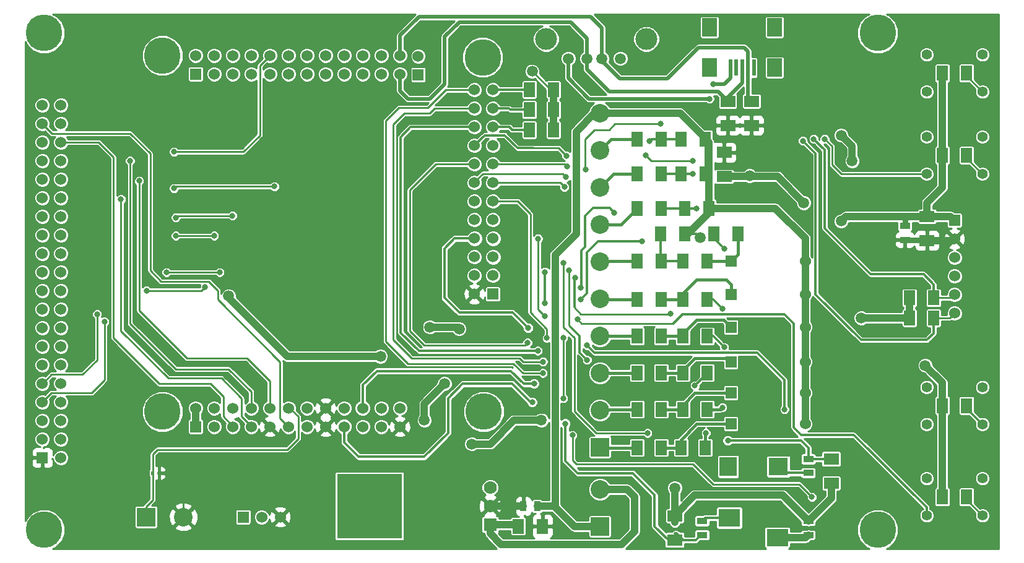
<source format=gtl>
G04 (created by PCBNEW (2013-june-11)-stable) date lun 19 ago 2013 20:26:35 COT*
%MOIN*%
G04 Gerber Fmt 3.4, Leading zero omitted, Abs format*
%FSLAX34Y34*%
G01*
G70*
G90*
G04 APERTURE LIST*
%ADD10C,0.00590551*%
%ADD11R,0.06X0.08*%
%ADD12R,0.0787X0.0984*%
%ADD13R,0.0197X0.0906*%
%ADD14C,0.1969*%
%ADD15R,0.06X0.06*%
%ADD16C,0.06*%
%ADD17C,0.0591*%
%ADD18C,0.1181*%
%ADD19C,0.055*%
%ADD20R,0.08X0.06*%
%ADD21R,0.07X0.07*%
%ADD22C,0.07*%
%ADD23R,0.35X0.35*%
%ADD24R,0.1X0.1*%
%ADD25C,0.1*%
%ADD26R,0.1161X0.0945*%
%ADD27R,0.0945X0.1043*%
%ADD28R,0.1043X0.0945*%
%ADD29R,0.055X0.035*%
%ADD30R,0.035X0.055*%
%ADD31R,0.0157X0.0236*%
%ADD32C,0.0314961*%
%ADD33C,0.0315*%
%ADD34C,0.0394*%
%ADD35C,0.0157*%
%ADD36C,0.0118*%
%ADD37C,0.01*%
%ADD38C,0.0197*%
%ADD39C,0.0315*%
%ADD40C,0.0114*%
%ADD41C,0.0079*%
G04 APERTURE END LIST*
G54D10*
G54D11*
X66378Y-34154D03*
X67678Y-34154D03*
G54D12*
X70276Y-13583D03*
X73780Y-13583D03*
X73780Y-15748D03*
X70276Y-15748D03*
G54D13*
X72028Y-15748D03*
X72343Y-15748D03*
X71713Y-15747D03*
X72658Y-15748D03*
X71398Y-15748D03*
G54D14*
X79331Y-40649D03*
X79331Y-13878D03*
X34449Y-13878D03*
X34449Y-40650D03*
X58067Y-15196D03*
X40822Y-34279D03*
X58114Y-34275D03*
X40814Y-15098D03*
G54D15*
X42602Y-16094D03*
G54D16*
X42602Y-15094D03*
X43602Y-16094D03*
X43602Y-15094D03*
X44602Y-16094D03*
X44602Y-15094D03*
X45602Y-16094D03*
X45602Y-15094D03*
X46602Y-16094D03*
X46602Y-15094D03*
X47602Y-16094D03*
X47602Y-15094D03*
X48602Y-16094D03*
X48602Y-15094D03*
X49602Y-16094D03*
X49602Y-15094D03*
X50602Y-16094D03*
X50602Y-15094D03*
X51602Y-16094D03*
X51602Y-15094D03*
X52602Y-16094D03*
X52602Y-15094D03*
X53602Y-16094D03*
X53602Y-15094D03*
G54D15*
X42602Y-35094D03*
G54D16*
X42602Y-34094D03*
X43602Y-35094D03*
X43602Y-34094D03*
X44602Y-35094D03*
X44602Y-34094D03*
X45602Y-35094D03*
X45602Y-34094D03*
X46602Y-35094D03*
X46602Y-34094D03*
X47602Y-35094D03*
X47602Y-34094D03*
X48602Y-35094D03*
X48602Y-34094D03*
X49602Y-35094D03*
X49602Y-34094D03*
X50602Y-35094D03*
X50602Y-34094D03*
X51602Y-35094D03*
X51602Y-34094D03*
X52602Y-35094D03*
X52602Y-34094D03*
X53602Y-35094D03*
X53602Y-34094D03*
G54D15*
X58614Y-27944D03*
G54D16*
X57614Y-27944D03*
X58614Y-26944D03*
X57614Y-26944D03*
X58614Y-25944D03*
X57614Y-25944D03*
X58614Y-24944D03*
X57614Y-24944D03*
X58614Y-23944D03*
X57614Y-23944D03*
X58614Y-22944D03*
X57614Y-22944D03*
X58614Y-21944D03*
X57614Y-21944D03*
X58614Y-20944D03*
X57614Y-20944D03*
X58614Y-19944D03*
X57614Y-19944D03*
X58614Y-18944D03*
X57614Y-18944D03*
X58614Y-17944D03*
X57614Y-17944D03*
X58614Y-16944D03*
X57614Y-16944D03*
G54D15*
X54590Y-16125D03*
G54D16*
X54590Y-15125D03*
G54D17*
X62675Y-15256D03*
X63675Y-15256D03*
X64475Y-15256D03*
X65475Y-15256D03*
G54D18*
X61475Y-14206D03*
X66875Y-14206D03*
G54D19*
X84965Y-21473D03*
X84965Y-19473D03*
X81965Y-21473D03*
X81965Y-19473D03*
X84965Y-17044D03*
X84965Y-15044D03*
X81965Y-17044D03*
X81965Y-15044D03*
X84965Y-34957D03*
X84965Y-32957D03*
X81965Y-34957D03*
X81965Y-32957D03*
X84965Y-39878D03*
X84965Y-37878D03*
X81965Y-39878D03*
X81965Y-37878D03*
G54D20*
X72540Y-17559D03*
X72540Y-18859D03*
X71260Y-17559D03*
X71260Y-18859D03*
X81988Y-23760D03*
X81988Y-25060D03*
G54D15*
X34351Y-36764D03*
G54D16*
X35351Y-36764D03*
X34351Y-31764D03*
X35351Y-35764D03*
X34351Y-30764D03*
X35351Y-34764D03*
X34351Y-29764D03*
X35351Y-33764D03*
X34351Y-28764D03*
X35351Y-32764D03*
X34351Y-27764D03*
X35351Y-31764D03*
X34351Y-26764D03*
X35351Y-30764D03*
X34351Y-25764D03*
X35351Y-29764D03*
X34351Y-24764D03*
X35351Y-28764D03*
X34351Y-23764D03*
X35351Y-27764D03*
X34351Y-22764D03*
X35351Y-26764D03*
X34351Y-21764D03*
X35351Y-25764D03*
X35351Y-24764D03*
X34351Y-20764D03*
X35351Y-23764D03*
X35351Y-21764D03*
X35351Y-20764D03*
X35351Y-19764D03*
X35351Y-18764D03*
X34351Y-19764D03*
X34351Y-18764D03*
X34351Y-35764D03*
X34351Y-34764D03*
X34351Y-33764D03*
X34351Y-32764D03*
X34351Y-17764D03*
X35351Y-17764D03*
X35351Y-22764D03*
G54D15*
X83464Y-23975D03*
G54D16*
X83464Y-24975D03*
X83464Y-25975D03*
X83464Y-26975D03*
X83464Y-27975D03*
X83464Y-28975D03*
G54D15*
X71425Y-31595D03*
G54D16*
X75425Y-31595D03*
G54D15*
X71425Y-33268D03*
G54D16*
X75425Y-33268D03*
G54D15*
X71425Y-34941D03*
G54D16*
X75425Y-34941D03*
G54D15*
X71425Y-29725D03*
G54D16*
X75425Y-29725D03*
G54D15*
X71425Y-26181D03*
G54D16*
X75425Y-26181D03*
G54D15*
X71425Y-27953D03*
G54D16*
X75425Y-27953D03*
G54D21*
X58465Y-40370D03*
G54D22*
X58465Y-39370D03*
X58465Y-38370D03*
G54D23*
X51965Y-39370D03*
G54D15*
X45162Y-39961D03*
G54D16*
X46162Y-39961D03*
X47162Y-39961D03*
G54D24*
X39945Y-39961D03*
G54D25*
X41945Y-39961D03*
X64370Y-18201D03*
X64370Y-20201D03*
X64370Y-22201D03*
X64370Y-24201D03*
X64370Y-34201D03*
X64370Y-32201D03*
G54D24*
X64370Y-36201D03*
G54D25*
X64370Y-30201D03*
X64370Y-28201D03*
X64370Y-26201D03*
G54D24*
X64370Y-40469D03*
G54D25*
X64370Y-38469D03*
G54D26*
X71349Y-40001D03*
G54D27*
X71289Y-37245D03*
G54D26*
X73927Y-41064D03*
G54D28*
X73986Y-37245D03*
G54D11*
X59980Y-40453D03*
X61280Y-40453D03*
G54D20*
X71063Y-21615D03*
X71063Y-20315D03*
G54D11*
X81043Y-28150D03*
X82343Y-28150D03*
X82815Y-38878D03*
X84115Y-38878D03*
X82815Y-33957D03*
X84115Y-33957D03*
X82815Y-16044D03*
X84115Y-16044D03*
X82815Y-20473D03*
X84115Y-20473D03*
X66378Y-26181D03*
X67678Y-26181D03*
X67657Y-24705D03*
X68957Y-24705D03*
X66378Y-32185D03*
X67678Y-32185D03*
X66378Y-30217D03*
X67678Y-30217D03*
X66378Y-28248D03*
X67678Y-28248D03*
X68838Y-26181D03*
X70138Y-26181D03*
X66378Y-23327D03*
X67678Y-23327D03*
X66378Y-21457D03*
X67678Y-21457D03*
X66378Y-19587D03*
X67678Y-19587D03*
X68740Y-36221D03*
X70040Y-36221D03*
X68838Y-34154D03*
X70138Y-34154D03*
X68838Y-32185D03*
X70138Y-32185D03*
X68838Y-30217D03*
X70138Y-30217D03*
X68838Y-28248D03*
X70138Y-28248D03*
X71812Y-24705D03*
X70512Y-24705D03*
X70237Y-23327D03*
X68937Y-23327D03*
X70040Y-21457D03*
X68740Y-21457D03*
X70040Y-19587D03*
X68740Y-19587D03*
X61871Y-16929D03*
X60571Y-16929D03*
X61871Y-18012D03*
X60571Y-18012D03*
X61871Y-19095D03*
X60571Y-19095D03*
G54D29*
X69882Y-40176D03*
X69882Y-40926D03*
X75591Y-37580D03*
X75591Y-36830D03*
X75591Y-40926D03*
X75591Y-40176D03*
G54D30*
X61005Y-39370D03*
X60255Y-39370D03*
G54D31*
X40287Y-37586D03*
X40641Y-37586D03*
G54D29*
X80791Y-24274D03*
X80791Y-25024D03*
G54D11*
X66378Y-36221D03*
X67678Y-36221D03*
G54D20*
X76830Y-36834D03*
X76830Y-38134D03*
G54D11*
X81043Y-29233D03*
X82343Y-29233D03*
G54D20*
X68406Y-41201D03*
X68406Y-39901D03*
G54D17*
X77362Y-19390D03*
X77953Y-20768D03*
X56792Y-29823D03*
X55217Y-29725D03*
X52559Y-31300D03*
X44390Y-28051D03*
G54D32*
X69587Y-23327D03*
X69390Y-21457D03*
X67028Y-19685D03*
G54D33*
X70079Y-35433D03*
G54D32*
X70965Y-34055D03*
G54D33*
X69488Y-32874D03*
X71063Y-30807D03*
X70965Y-28740D03*
G54D32*
X71063Y-25492D03*
X65149Y-23555D03*
X63342Y-27598D03*
X60507Y-29771D03*
X63342Y-28251D03*
X66634Y-25099D03*
X61418Y-28445D03*
X61418Y-26772D03*
X61299Y-32200D03*
X62402Y-26280D03*
X66929Y-35433D03*
X61307Y-31586D03*
X63681Y-31496D03*
X62697Y-26674D03*
X61024Y-31004D03*
X63047Y-27066D03*
X68169Y-29015D03*
X43111Y-27559D03*
X39961Y-27756D03*
X60827Y-32776D03*
X71260Y-35827D03*
X62503Y-34921D03*
X60729Y-33760D03*
G54D17*
X61221Y-34744D03*
X68406Y-38386D03*
X57481Y-36024D03*
G54D32*
X41437Y-22244D03*
X46851Y-22146D03*
X41536Y-24803D03*
X43603Y-24803D03*
X41536Y-23819D03*
X44587Y-23721D03*
X41437Y-20276D03*
X37697Y-29429D03*
X43898Y-26772D03*
X41044Y-26772D03*
X37303Y-29036D03*
X75296Y-19685D03*
X62602Y-21078D03*
X60472Y-30570D03*
X63681Y-30709D03*
X74311Y-34154D03*
X69389Y-20759D03*
X62460Y-22177D03*
X66831Y-20473D03*
X67641Y-18767D03*
X63614Y-21244D03*
X62551Y-21637D03*
X76477Y-19587D03*
X62894Y-35551D03*
X75788Y-38878D03*
X62402Y-33563D03*
X62402Y-30315D03*
X61516Y-30315D03*
X61418Y-29134D03*
X63177Y-29314D03*
X61047Y-24956D03*
X62574Y-20496D03*
X75886Y-19587D03*
X39075Y-20768D03*
X38583Y-22835D03*
X39567Y-21851D03*
X70276Y-17422D03*
X70473Y-16634D03*
G54D17*
X72437Y-21574D03*
X75350Y-23031D03*
X60729Y-15945D03*
X78445Y-29233D03*
X81890Y-31792D03*
X77362Y-24016D03*
X54922Y-34744D03*
X56004Y-32776D03*
X69767Y-24885D03*
G54D34*
X77362Y-19390D02*
X77953Y-19981D01*
X77953Y-19981D02*
X77953Y-20768D01*
X56792Y-29823D02*
X56694Y-29725D01*
X56694Y-29725D02*
X55217Y-29725D01*
X52559Y-31300D02*
X47540Y-31300D01*
X47540Y-31300D02*
X44390Y-28150D01*
X44390Y-28150D02*
X44390Y-28051D01*
G54D35*
X68740Y-35788D02*
X69587Y-34941D01*
X68740Y-36221D02*
X68740Y-35788D01*
X69587Y-34941D02*
X71425Y-34941D01*
X67678Y-36221D02*
X68740Y-36221D01*
X68838Y-33919D02*
X69489Y-33268D01*
X67678Y-34154D02*
X68838Y-34154D01*
X69489Y-33268D02*
X71425Y-33268D01*
X68838Y-34154D02*
X68838Y-33919D01*
X68838Y-32185D02*
X67678Y-32185D01*
X71228Y-31398D02*
X71425Y-31595D01*
X68838Y-32049D02*
X69489Y-31398D01*
X69489Y-31398D02*
X71228Y-31398D01*
X68838Y-32185D02*
X68838Y-32049D01*
X68838Y-30080D02*
X69587Y-29331D01*
X68838Y-30217D02*
X68838Y-30080D01*
X69587Y-29331D02*
X71031Y-29331D01*
X68838Y-30217D02*
X67678Y-30217D01*
X71031Y-29331D02*
X71425Y-29725D01*
X69587Y-27166D02*
X71162Y-27166D01*
X68838Y-28248D02*
X67678Y-28248D01*
X68838Y-28248D02*
X68838Y-27915D01*
X71425Y-27429D02*
X71425Y-27953D01*
X71162Y-27166D02*
X71425Y-27429D01*
X68838Y-27915D02*
X69587Y-27166D01*
X71812Y-25794D02*
X71425Y-26181D01*
X71812Y-24705D02*
X71812Y-25794D01*
X70138Y-26181D02*
X71425Y-26181D01*
G54D36*
X69587Y-23327D02*
X68937Y-23327D01*
X68937Y-23327D02*
X67678Y-23327D01*
X69390Y-21457D02*
X68740Y-21457D01*
X67678Y-21457D02*
X68740Y-21457D01*
X67678Y-19587D02*
X68740Y-19587D01*
X67028Y-19685D02*
X67126Y-19587D01*
X67126Y-19587D02*
X67678Y-19587D01*
G54D35*
X66378Y-36221D02*
X64390Y-36221D01*
X64390Y-36221D02*
X64370Y-36201D01*
X70079Y-35433D02*
X70040Y-35472D01*
X70040Y-35472D02*
X70040Y-36221D01*
X66378Y-34154D02*
X64417Y-34154D01*
X64417Y-34154D02*
X64370Y-34201D01*
X70866Y-34154D02*
X70138Y-34154D01*
X70965Y-34055D02*
X70866Y-34154D01*
X64386Y-32185D02*
X64370Y-32201D01*
X66378Y-32185D02*
X64386Y-32185D01*
G54D36*
X69488Y-32874D02*
X70138Y-32224D01*
X70138Y-32224D02*
X70138Y-32185D01*
G54D35*
X64386Y-30217D02*
X64370Y-30201D01*
X66378Y-30217D02*
X64386Y-30217D01*
G54D36*
X71063Y-30807D02*
X70473Y-30217D01*
X70473Y-30217D02*
X70138Y-30217D01*
G54D35*
X66378Y-28248D02*
X64417Y-28248D01*
X64417Y-28248D02*
X64370Y-28201D01*
G54D36*
X70965Y-28740D02*
X70473Y-28248D01*
X70473Y-28248D02*
X70138Y-28248D01*
G54D35*
X66378Y-26181D02*
X64390Y-26181D01*
X64390Y-26181D02*
X64370Y-26201D01*
G54D36*
X71063Y-25492D02*
X70512Y-24941D01*
X70512Y-24941D02*
X70512Y-24705D01*
G54D35*
X64370Y-24201D02*
X65504Y-24201D01*
X65504Y-24201D02*
X66378Y-23327D01*
X65114Y-21457D02*
X64370Y-22201D01*
X66378Y-21457D02*
X65114Y-21457D01*
X64984Y-19587D02*
X64370Y-20201D01*
X66378Y-19587D02*
X64984Y-19587D01*
G54D36*
X64007Y-23299D02*
X64893Y-23299D01*
X64893Y-23299D02*
X65149Y-23555D01*
X63594Y-23709D02*
X63594Y-23708D01*
X64003Y-23299D02*
X64007Y-23299D01*
X63594Y-23708D02*
X64003Y-23299D01*
X63386Y-27003D02*
X63386Y-27306D01*
X63342Y-27598D02*
X63386Y-27554D01*
X63386Y-27554D02*
X63386Y-27306D01*
X63583Y-23721D02*
X63594Y-23709D01*
X63583Y-25394D02*
X63583Y-23721D01*
X63386Y-25591D02*
X63583Y-25394D01*
X63386Y-27003D02*
X63386Y-25591D01*
X59074Y-28937D02*
X59673Y-28937D01*
X59673Y-28937D02*
X60507Y-29771D01*
X56004Y-25493D02*
X56004Y-28150D01*
X56791Y-28937D02*
X59074Y-28937D01*
X56004Y-28150D02*
X56791Y-28937D01*
X56004Y-25493D02*
X56553Y-24944D01*
X57614Y-24944D02*
X56553Y-24944D01*
X56553Y-24944D02*
X56004Y-25493D01*
X63342Y-28251D02*
X63681Y-27913D01*
X63681Y-27913D02*
X63681Y-27602D01*
X64271Y-25099D02*
X66634Y-25099D01*
X63681Y-25689D02*
X64271Y-25099D01*
X63681Y-27602D02*
X63681Y-25689D01*
X61418Y-26772D02*
X61418Y-28445D01*
G54D37*
X59185Y-31693D02*
X59720Y-31693D01*
X60228Y-32200D02*
X61299Y-32200D01*
X59720Y-31693D02*
X60228Y-32200D01*
X56088Y-16944D02*
X55118Y-17914D01*
X57614Y-16944D02*
X56088Y-16944D01*
X53544Y-17914D02*
X55118Y-17914D01*
X52855Y-18603D02*
X53544Y-17914D01*
X52855Y-30512D02*
X52855Y-18603D01*
X54036Y-31693D02*
X52855Y-30512D01*
X59185Y-31693D02*
X54036Y-31693D01*
X64173Y-35433D02*
X66929Y-35433D01*
X62992Y-34252D02*
X64173Y-35433D01*
X62992Y-30315D02*
X62992Y-34252D01*
G54D36*
X58629Y-16929D02*
X58614Y-16944D01*
G54D37*
X62402Y-26280D02*
X62402Y-29725D01*
G54D36*
X60571Y-16929D02*
X58629Y-16929D01*
G54D37*
X62402Y-29725D02*
X62992Y-30315D01*
X59354Y-31398D02*
X60035Y-31398D01*
X60224Y-31586D02*
X61307Y-31586D01*
X60035Y-31398D02*
X60224Y-31586D01*
X54233Y-31398D02*
X59354Y-31398D01*
X53248Y-30413D02*
X54233Y-31398D01*
X53248Y-18800D02*
X53248Y-30413D01*
X53839Y-18209D02*
X53248Y-18800D01*
X55217Y-18209D02*
X53839Y-18209D01*
X55482Y-17944D02*
X55217Y-18209D01*
X57614Y-17944D02*
X55482Y-17944D01*
G54D36*
X63681Y-31496D02*
X63288Y-31103D01*
X63288Y-31103D02*
X63288Y-30213D01*
G54D37*
X62697Y-28834D02*
X62697Y-26674D01*
X62697Y-28972D02*
X62697Y-28834D01*
X62697Y-29622D02*
X63288Y-30213D01*
X62697Y-28972D02*
X62697Y-29622D01*
G54D36*
X59547Y-18012D02*
X59479Y-17944D01*
X59479Y-17944D02*
X58614Y-17944D01*
X60571Y-18012D02*
X59547Y-18012D01*
X61024Y-31004D02*
X57973Y-31004D01*
X54626Y-31004D02*
X53642Y-30020D01*
X54187Y-18944D02*
X57614Y-18944D01*
X53642Y-19489D02*
X54187Y-18944D01*
X53642Y-30020D02*
X53642Y-19489D01*
X55020Y-31004D02*
X54626Y-31004D01*
X57973Y-31004D02*
X55020Y-31004D01*
G54D37*
X63047Y-27066D02*
X62992Y-27122D01*
X62992Y-27122D02*
X62992Y-28649D01*
X62992Y-28649D02*
X62992Y-28673D01*
X68157Y-29027D02*
X68169Y-29015D01*
X63346Y-29027D02*
X68157Y-29027D01*
X62992Y-28673D02*
X63346Y-29027D01*
G54D36*
X59646Y-19095D02*
X59495Y-18944D01*
X62992Y-28649D02*
X62992Y-27166D01*
X59495Y-18944D02*
X58614Y-18944D01*
X60571Y-19095D02*
X59646Y-19095D01*
X67657Y-26160D02*
X67678Y-26181D01*
X67657Y-24705D02*
X67657Y-26160D01*
X68838Y-26181D02*
X67678Y-26181D01*
G54D37*
X39961Y-27756D02*
X42914Y-27756D01*
X42914Y-27756D02*
X43111Y-27559D01*
G54D36*
X75591Y-36830D02*
X76826Y-36830D01*
X76826Y-36830D02*
X76830Y-36834D01*
X58661Y-32087D02*
X59590Y-32087D01*
X60279Y-32776D02*
X60827Y-32776D01*
X59590Y-32087D02*
X60279Y-32776D01*
X75591Y-36221D02*
X75197Y-35827D01*
X75591Y-36830D02*
X75591Y-36221D01*
X52362Y-32087D02*
X51602Y-32847D01*
X75197Y-35827D02*
X71260Y-35827D01*
X51602Y-32847D02*
X51602Y-34094D01*
X58661Y-32087D02*
X52362Y-32087D01*
X75591Y-37580D02*
X74321Y-37580D01*
X74321Y-37580D02*
X73986Y-37245D01*
X68406Y-40851D02*
X68508Y-40851D01*
X68508Y-40851D02*
X68858Y-41201D01*
X62515Y-36924D02*
X63190Y-37599D01*
X62515Y-34933D02*
X62515Y-36924D01*
X62503Y-34921D02*
X62515Y-34933D01*
X60630Y-33760D02*
X60729Y-33760D01*
X66142Y-37599D02*
X67323Y-38780D01*
X56988Y-32776D02*
X59646Y-32776D01*
X56201Y-33563D02*
X56988Y-32776D01*
X54921Y-36713D02*
X56201Y-35433D01*
X51378Y-36713D02*
X54921Y-36713D01*
X50602Y-35937D02*
X51378Y-36713D01*
X69803Y-40926D02*
X69528Y-41201D01*
X69882Y-40926D02*
X69803Y-40926D01*
X69528Y-41201D02*
X68858Y-41201D01*
X68858Y-41201D02*
X68406Y-41201D01*
X67323Y-38780D02*
X67323Y-40453D01*
X59646Y-32776D02*
X60630Y-33760D01*
X50602Y-35094D02*
X50602Y-35937D01*
X68071Y-41201D02*
X68406Y-41201D01*
X67323Y-40453D02*
X68071Y-41201D01*
X56201Y-35433D02*
X56201Y-33563D01*
X63190Y-37599D02*
X66142Y-37599D01*
X70057Y-40001D02*
X69882Y-40176D01*
X71349Y-40001D02*
X70057Y-40001D01*
G54D34*
X68406Y-40251D02*
X68406Y-39862D01*
X68406Y-39862D02*
X69488Y-38780D01*
X69488Y-38780D02*
X74195Y-38780D01*
X74195Y-38780D02*
X75591Y-40176D01*
X76830Y-38134D02*
X76830Y-38936D01*
X76830Y-38936D02*
X75591Y-40176D01*
X68406Y-39901D02*
X68406Y-40086D01*
X68406Y-40086D02*
X68389Y-40102D01*
X57481Y-36024D02*
X58465Y-36024D01*
X59745Y-34744D02*
X61221Y-34744D01*
X58465Y-36024D02*
X59745Y-34744D01*
X68406Y-39901D02*
X68406Y-39862D01*
X68406Y-39862D02*
X69488Y-38780D01*
X69488Y-38780D02*
X74195Y-38780D01*
X74195Y-38780D02*
X75591Y-40176D01*
X68406Y-38386D02*
X68406Y-39901D01*
G54D37*
X41535Y-22146D02*
X46851Y-22146D01*
X41437Y-22244D02*
X41535Y-22146D01*
X41536Y-24803D02*
X43603Y-24803D01*
X41634Y-23721D02*
X44587Y-23721D01*
X41536Y-23819D02*
X41634Y-23721D01*
X41437Y-20276D02*
X45177Y-20276D01*
X46063Y-19390D02*
X46063Y-15633D01*
X46063Y-15633D02*
X46602Y-15094D01*
X45177Y-20276D02*
X46063Y-19390D01*
X37697Y-32579D02*
X37697Y-29429D01*
X37008Y-33268D02*
X37697Y-32579D01*
X36122Y-33268D02*
X37008Y-33268D01*
X34843Y-33268D02*
X36122Y-33268D01*
X34351Y-33760D02*
X34843Y-33268D01*
X34351Y-33764D02*
X34351Y-33760D01*
X41044Y-26772D02*
X43898Y-26772D01*
X36516Y-32284D02*
X37303Y-31497D01*
X34843Y-32284D02*
X36516Y-32284D01*
X34363Y-32764D02*
X34843Y-32284D01*
X34351Y-32764D02*
X34363Y-32764D01*
X37303Y-31497D02*
X37303Y-29036D01*
G54D36*
X75985Y-20374D02*
X75296Y-19685D01*
X82343Y-30059D02*
X81988Y-30414D01*
X81988Y-30414D02*
X78445Y-30414D01*
X78445Y-30414D02*
X75985Y-27954D01*
X75985Y-27954D02*
X75985Y-20374D01*
X82343Y-29233D02*
X82343Y-30059D01*
G54D37*
X62467Y-20944D02*
X62602Y-21078D01*
X58614Y-20944D02*
X62467Y-20944D01*
X82343Y-29233D02*
X83206Y-29233D01*
X83206Y-29233D02*
X83464Y-28975D01*
X59141Y-30709D02*
X60334Y-30709D01*
X60334Y-30709D02*
X60472Y-30570D01*
G54D36*
X63681Y-30709D02*
X64075Y-31103D01*
X64075Y-31103D02*
X72835Y-31103D01*
X72835Y-31103D02*
X74311Y-32579D01*
X74311Y-32579D02*
X74311Y-34154D01*
G54D37*
X57614Y-20944D02*
X55533Y-20944D01*
X54922Y-30709D02*
X59141Y-30709D01*
X54134Y-29921D02*
X54922Y-30709D01*
X54134Y-22343D02*
X54134Y-29921D01*
X55533Y-20944D02*
X54134Y-22343D01*
X84115Y-34107D02*
X84965Y-34957D01*
X84115Y-33957D02*
X84115Y-34107D01*
X68716Y-20768D02*
X69381Y-20768D01*
X69381Y-20768D02*
X69389Y-20759D01*
X58614Y-21944D02*
X62227Y-21944D01*
X62227Y-21944D02*
X62460Y-22177D01*
X67126Y-20768D02*
X68716Y-20768D01*
X66831Y-20473D02*
X67126Y-20768D01*
X84115Y-16194D02*
X84965Y-17044D01*
X84115Y-16044D02*
X84115Y-16194D01*
X64862Y-19095D02*
X64862Y-19094D01*
X65188Y-18767D02*
X67641Y-18767D01*
X64862Y-19094D02*
X65188Y-18767D01*
X63583Y-21212D02*
X63583Y-19587D01*
X63614Y-21244D02*
X63583Y-21212D01*
X57614Y-21944D02*
X57614Y-21914D01*
X57614Y-21914D02*
X58071Y-21456D01*
X62370Y-21456D02*
X62551Y-21637D01*
X58071Y-21456D02*
X62370Y-21456D01*
X76870Y-20965D02*
X77378Y-21473D01*
X76870Y-19980D02*
X76870Y-20965D01*
X77378Y-21473D02*
X81965Y-21473D01*
X76477Y-19587D02*
X76870Y-19980D01*
X63583Y-19587D02*
X64075Y-19095D01*
X64075Y-19095D02*
X64862Y-19095D01*
X84115Y-20623D02*
X84965Y-21473D01*
X84115Y-20473D02*
X84115Y-20623D01*
X62894Y-35551D02*
X62894Y-36251D01*
X62894Y-36251D02*
X62893Y-36251D01*
X62893Y-36251D02*
X62894Y-36251D01*
X75099Y-38189D02*
X75788Y-38878D01*
X70472Y-38189D02*
X75099Y-38189D01*
X69390Y-37107D02*
X70472Y-38189D01*
X63091Y-37107D02*
X69390Y-37107D01*
X62894Y-36910D02*
X63091Y-37107D01*
X62894Y-36251D02*
X62894Y-36910D01*
X62402Y-31496D02*
X62402Y-33563D01*
X62402Y-30315D02*
X62402Y-31496D01*
X61516Y-29823D02*
X61516Y-30315D01*
X60630Y-28937D02*
X61516Y-29823D01*
X60630Y-23622D02*
X60630Y-28937D01*
X59952Y-22944D02*
X60630Y-23622D01*
X58614Y-22944D02*
X59952Y-22944D01*
X61047Y-24956D02*
X61047Y-28763D01*
X63390Y-29528D02*
X68307Y-29528D01*
X63177Y-29314D02*
X63390Y-29528D01*
X61047Y-28763D02*
X61418Y-29134D01*
X68307Y-29528D02*
X68799Y-29036D01*
G54D36*
X68307Y-29528D02*
X68799Y-29036D01*
X81965Y-39445D02*
X81965Y-39878D01*
X68799Y-29036D02*
X74311Y-29036D01*
X74311Y-29036D02*
X74803Y-29528D01*
X74803Y-29528D02*
X74803Y-35138D01*
X74803Y-35138D02*
X75197Y-35532D01*
X75197Y-35532D02*
X78052Y-35532D01*
X78052Y-35532D02*
X81965Y-39445D01*
G54D37*
X84115Y-38878D02*
X84115Y-39028D01*
X84115Y-39028D02*
X84965Y-39878D01*
X60779Y-20079D02*
X62157Y-20079D01*
X62157Y-20079D02*
X62574Y-20496D01*
G54D36*
X59253Y-19390D02*
X58168Y-19390D01*
X58168Y-19390D02*
X57614Y-19944D01*
X60779Y-20079D02*
X59942Y-20079D01*
X76477Y-20178D02*
X75886Y-19587D01*
X76477Y-24410D02*
X76477Y-20178D01*
X78937Y-26870D02*
X76477Y-24410D01*
X81791Y-26870D02*
X78937Y-26870D01*
X82343Y-27422D02*
X81791Y-26870D01*
G54D37*
X83289Y-28150D02*
X83464Y-27975D01*
X82343Y-28150D02*
X83289Y-28150D01*
G54D36*
X82343Y-28150D02*
X82343Y-27422D01*
X59942Y-20079D02*
X59253Y-19390D01*
G54D37*
X42717Y-27264D02*
X43307Y-27264D01*
X43799Y-27756D02*
X43799Y-28248D01*
X43307Y-27264D02*
X43799Y-27756D01*
X42422Y-27264D02*
X42717Y-27264D01*
X47146Y-31595D02*
X47146Y-32284D01*
X43799Y-28248D02*
X47146Y-31595D01*
X47146Y-34646D02*
X47146Y-32284D01*
X47602Y-35094D02*
X47594Y-35094D01*
X47594Y-35094D02*
X47146Y-34646D01*
X34879Y-19292D02*
X34351Y-18764D01*
X40748Y-27264D02*
X40158Y-26674D01*
X39076Y-19292D02*
X34879Y-19292D01*
X40158Y-20374D02*
X39076Y-19292D01*
X42422Y-27264D02*
X40748Y-27264D01*
X40158Y-26674D02*
X40158Y-20374D01*
X44095Y-34548D02*
X44095Y-33465D01*
X44602Y-35055D02*
X44095Y-34548D01*
X40650Y-32776D02*
X38189Y-30315D01*
X37382Y-19764D02*
X35351Y-19764D01*
X38189Y-20571D02*
X37382Y-19764D01*
X38189Y-30315D02*
X38189Y-20571D01*
X44602Y-35094D02*
X44602Y-35055D01*
X44095Y-33465D02*
X43406Y-32776D01*
X43406Y-32776D02*
X40650Y-32776D01*
X44389Y-31988D02*
X41536Y-31988D01*
X45602Y-33201D02*
X44389Y-31988D01*
X39075Y-29527D02*
X39075Y-20768D01*
X41536Y-31988D02*
X39075Y-29527D01*
X45602Y-34094D02*
X45602Y-33201D01*
X45079Y-33564D02*
X43996Y-32481D01*
X45079Y-34548D02*
X45079Y-33564D01*
X45602Y-35071D02*
X45079Y-34548D01*
X43996Y-32481D02*
X41143Y-32481D01*
X45602Y-35094D02*
X45602Y-35071D01*
X38583Y-29921D02*
X38583Y-22835D01*
X41143Y-32481D02*
X38583Y-29921D01*
X45375Y-31398D02*
X42126Y-31398D01*
X46602Y-32625D02*
X45375Y-31398D01*
X42126Y-31398D02*
X39567Y-28839D01*
X46602Y-34094D02*
X46602Y-32625D01*
X39567Y-28839D02*
X39567Y-21851D01*
G54D38*
X72343Y-14862D02*
X72343Y-15748D01*
X64475Y-15361D02*
X65453Y-16339D01*
X68012Y-16339D02*
X69685Y-14666D01*
X54626Y-12992D02*
X63878Y-12992D01*
X65453Y-16339D02*
X68012Y-16339D01*
X72343Y-17362D02*
X72540Y-17559D01*
X72343Y-15748D02*
X72343Y-17362D01*
X69685Y-14666D02*
X72147Y-14666D01*
X53602Y-14016D02*
X54626Y-12992D01*
X63878Y-12992D02*
X64475Y-13589D01*
X72147Y-14666D02*
X72343Y-14862D01*
X53602Y-15094D02*
X53602Y-14016D01*
X64475Y-15256D02*
X64475Y-15361D01*
X64475Y-13589D02*
X64475Y-15256D01*
X69587Y-17028D02*
X70729Y-17028D01*
X70729Y-17028D02*
X71260Y-17559D01*
X54036Y-17422D02*
X53602Y-16988D01*
X55217Y-17422D02*
X54036Y-17422D01*
X56004Y-16635D02*
X55217Y-17422D01*
X56004Y-14076D02*
X56004Y-16635D01*
X56792Y-13288D02*
X56004Y-14076D01*
X62796Y-13288D02*
X56792Y-13288D01*
X63675Y-14167D02*
X62796Y-13288D01*
X71260Y-17323D02*
X71260Y-17559D01*
X72028Y-16555D02*
X71260Y-17323D01*
X72028Y-15748D02*
X72028Y-16555D01*
X64862Y-17028D02*
X69587Y-17028D01*
X63675Y-15256D02*
X63675Y-15841D01*
X63675Y-15841D02*
X64862Y-17028D01*
X63675Y-15256D02*
X63675Y-14167D01*
X53602Y-16988D02*
X53602Y-16094D01*
X69292Y-17422D02*
X70276Y-17422D01*
X71398Y-15748D02*
X71398Y-16299D01*
X71063Y-16634D02*
X70473Y-16634D01*
X71398Y-16299D02*
X71063Y-16634D01*
X62675Y-16317D02*
X63780Y-17422D01*
X62675Y-15256D02*
X62675Y-16317D01*
X63780Y-17422D02*
X69292Y-17422D01*
G54D37*
X40295Y-39037D02*
X40295Y-37599D01*
X39945Y-39387D02*
X40295Y-39037D01*
X39945Y-39961D02*
X39945Y-39387D01*
X48130Y-35729D02*
X47540Y-36319D01*
X47540Y-36319D02*
X40552Y-36319D01*
X40295Y-36576D02*
X40295Y-37599D01*
X47602Y-34094D02*
X47676Y-34094D01*
X40552Y-36319D02*
X40295Y-36576D01*
X47676Y-34094D02*
X48130Y-34548D01*
X48130Y-34548D02*
X48130Y-35729D01*
X75453Y-41064D02*
X75591Y-40926D01*
X75453Y-41064D02*
X75591Y-40926D01*
G54D34*
X73927Y-41064D02*
X75453Y-41064D01*
X75453Y-41064D02*
X75591Y-40926D01*
X59897Y-40370D02*
X59980Y-40453D01*
X66240Y-40748D02*
X66240Y-38878D01*
X66240Y-38878D02*
X65831Y-38469D01*
X58465Y-40847D02*
X59055Y-41437D01*
X59055Y-41437D02*
X65551Y-41437D01*
X58465Y-40370D02*
X58465Y-40847D01*
X65831Y-38469D02*
X64370Y-38469D01*
X65551Y-41437D02*
X66240Y-40748D01*
X58465Y-40370D02*
X59897Y-40370D01*
G54D39*
X80791Y-24274D02*
X80791Y-23874D01*
X80791Y-23874D02*
X80906Y-23760D01*
G54D36*
X72437Y-21615D02*
X71063Y-21615D01*
X72437Y-21574D02*
X72437Y-21615D01*
G54D34*
X71063Y-21615D02*
X73933Y-21615D01*
X73933Y-21615D02*
X75350Y-23031D01*
G54D40*
X61713Y-16929D02*
X61871Y-16929D01*
X60729Y-15945D02*
X61713Y-16929D01*
G54D34*
X81043Y-29233D02*
X78445Y-29233D01*
X82815Y-32717D02*
X82815Y-33957D01*
X81890Y-31792D02*
X82815Y-32717D01*
G54D41*
X71851Y-21654D02*
X74115Y-21654D01*
X74115Y-21654D02*
X75099Y-22638D01*
X71812Y-21615D02*
X71063Y-21615D01*
X71851Y-21654D02*
X71812Y-21615D01*
G54D34*
X80906Y-23760D02*
X80441Y-23760D01*
X80441Y-23760D02*
X77618Y-23760D01*
X77618Y-23760D02*
X77362Y-24016D01*
X82815Y-33957D02*
X82815Y-38878D01*
X82815Y-16044D02*
X82815Y-20473D01*
X82815Y-20473D02*
X82815Y-22205D01*
X81988Y-23032D02*
X81988Y-23760D01*
X82815Y-22205D02*
X81988Y-23032D01*
X61871Y-18012D02*
X61871Y-19095D01*
X61871Y-16929D02*
X61871Y-18012D01*
X56004Y-32776D02*
X54922Y-33858D01*
X54922Y-33858D02*
X54922Y-34744D01*
X42602Y-34094D02*
X42602Y-35094D01*
X83249Y-23760D02*
X83464Y-23975D01*
X81988Y-23760D02*
X83249Y-23760D01*
X80906Y-23760D02*
X81988Y-23760D01*
X81043Y-28150D02*
X81043Y-29233D01*
G54D36*
X69586Y-24705D02*
X68957Y-24705D01*
X69767Y-24885D02*
X69586Y-24705D01*
G54D40*
X70040Y-19587D02*
X70040Y-21457D01*
G54D34*
X61959Y-39420D02*
X61959Y-25837D01*
X61959Y-25837D02*
X63091Y-24705D01*
X70040Y-19587D02*
X70040Y-19548D01*
X68693Y-18201D02*
X64370Y-18201D01*
X70040Y-19548D02*
X68693Y-18201D01*
X70237Y-23327D02*
X70237Y-19784D01*
X70237Y-19784D02*
X70040Y-19587D01*
X68957Y-24705D02*
X69095Y-24705D01*
X69095Y-24705D02*
X70237Y-23563D01*
X70237Y-23563D02*
X70237Y-23327D01*
X75425Y-26181D02*
X75425Y-24933D01*
X73819Y-23327D02*
X70237Y-23327D01*
X75425Y-24933D02*
X73819Y-23327D01*
X75425Y-34941D02*
X75425Y-33268D01*
X75425Y-31595D02*
X75425Y-33268D01*
X75425Y-29725D02*
X75425Y-31595D01*
X75425Y-26181D02*
X75425Y-27953D01*
X75425Y-27953D02*
X75425Y-29725D01*
X64370Y-18201D02*
X64083Y-18201D01*
X63091Y-19193D02*
X63091Y-24705D01*
X64083Y-18201D02*
X63091Y-19193D01*
X63008Y-40469D02*
X61959Y-39420D01*
X61959Y-39420D02*
X61909Y-39370D01*
X64370Y-40469D02*
X63008Y-40469D01*
X61909Y-39370D02*
X61005Y-39370D01*
G54D39*
X80791Y-25024D02*
X81952Y-25024D01*
X81952Y-25024D02*
X81988Y-25060D01*
G54D40*
X40641Y-37586D02*
X40976Y-37586D01*
X41945Y-38555D02*
X41945Y-39961D01*
X40976Y-37586D02*
X41945Y-38555D01*
G54D34*
X81988Y-25060D02*
X83379Y-25060D01*
X83379Y-25060D02*
X83464Y-24975D01*
X60255Y-39370D02*
X58465Y-39370D01*
G54D10*
G36*
X44678Y-34099D02*
X44607Y-34170D01*
X44602Y-34164D01*
X44596Y-34170D01*
X44525Y-34099D01*
X44531Y-34094D01*
X44525Y-34088D01*
X44596Y-34017D01*
X44602Y-34023D01*
X44607Y-34017D01*
X44678Y-34088D01*
X44672Y-34094D01*
X44678Y-34099D01*
X44678Y-34099D01*
G37*
G54D37*
X44678Y-34099D02*
X44607Y-34170D01*
X44602Y-34164D01*
X44596Y-34170D01*
X44525Y-34099D01*
X44531Y-34094D01*
X44525Y-34088D01*
X44596Y-34017D01*
X44602Y-34023D01*
X44607Y-34017D01*
X44678Y-34088D01*
X44672Y-34094D01*
X44678Y-34099D01*
G54D10*
G36*
X64709Y-17194D02*
X63874Y-17194D01*
X62902Y-16222D01*
X62902Y-15621D01*
X62915Y-15616D01*
X63034Y-15496D01*
X63099Y-15340D01*
X63099Y-15171D01*
X63035Y-15015D01*
X62915Y-14896D01*
X62759Y-14831D01*
X62590Y-14831D01*
X62434Y-14895D01*
X62315Y-15015D01*
X62250Y-15171D01*
X62250Y-15340D01*
X62314Y-15496D01*
X62434Y-15615D01*
X62447Y-15621D01*
X62447Y-16317D01*
X62464Y-16404D01*
X62514Y-16477D01*
X63619Y-17582D01*
X63692Y-17632D01*
X63780Y-17649D01*
X64057Y-17649D01*
X64014Y-17667D01*
X63837Y-17844D01*
X63741Y-18075D01*
X63741Y-18081D01*
X62860Y-18962D01*
X62789Y-19068D01*
X62765Y-19193D01*
X62765Y-20281D01*
X62737Y-20253D01*
X62632Y-20209D01*
X62541Y-20209D01*
X62300Y-19968D01*
X62300Y-19469D01*
X62300Y-18669D01*
X62280Y-18622D01*
X62244Y-18585D01*
X62197Y-18566D01*
X62197Y-18540D01*
X62243Y-18521D01*
X62280Y-18485D01*
X62299Y-18437D01*
X62300Y-18386D01*
X62300Y-17586D01*
X62280Y-17539D01*
X62244Y-17502D01*
X62197Y-17483D01*
X62197Y-17457D01*
X62243Y-17438D01*
X62280Y-17402D01*
X62299Y-17354D01*
X62300Y-17303D01*
X62300Y-16503D01*
X62280Y-16456D01*
X62244Y-16419D01*
X62196Y-16400D01*
X62145Y-16399D01*
X61545Y-16399D01*
X61498Y-16419D01*
X61482Y-16435D01*
X61130Y-16083D01*
X61153Y-16029D01*
X61153Y-15860D01*
X61089Y-15704D01*
X60969Y-15585D01*
X60813Y-15520D01*
X60644Y-15520D01*
X60488Y-15584D01*
X60369Y-15704D01*
X60304Y-15860D01*
X60304Y-16029D01*
X60368Y-16185D01*
X60488Y-16304D01*
X60644Y-16369D01*
X60813Y-16369D01*
X60867Y-16346D01*
X60938Y-16417D01*
X60896Y-16400D01*
X60845Y-16399D01*
X60245Y-16399D01*
X60198Y-16419D01*
X60161Y-16455D01*
X60142Y-16503D01*
X60141Y-16554D01*
X60141Y-16741D01*
X59180Y-16741D01*
X59180Y-14975D01*
X59011Y-14566D01*
X58698Y-14252D01*
X58289Y-14082D01*
X57846Y-14082D01*
X57437Y-14251D01*
X57123Y-14564D01*
X56953Y-14973D01*
X56953Y-15416D01*
X57122Y-15825D01*
X57435Y-16139D01*
X57844Y-16309D01*
X58287Y-16309D01*
X58696Y-16140D01*
X59010Y-15827D01*
X59180Y-15418D01*
X59180Y-14975D01*
X59180Y-16741D01*
X58994Y-16741D01*
X58977Y-16701D01*
X58857Y-16580D01*
X58699Y-16515D01*
X58529Y-16514D01*
X58371Y-16580D01*
X58250Y-16700D01*
X58185Y-16858D01*
X58184Y-17028D01*
X58250Y-17186D01*
X58370Y-17307D01*
X58528Y-17372D01*
X58698Y-17373D01*
X58856Y-17307D01*
X58977Y-17187D01*
X59006Y-17117D01*
X60141Y-17117D01*
X60141Y-17354D01*
X60161Y-17401D01*
X60197Y-17438D01*
X60245Y-17457D01*
X60296Y-17458D01*
X60896Y-17458D01*
X60943Y-17438D01*
X60980Y-17402D01*
X60999Y-17354D01*
X61000Y-17303D01*
X61000Y-16503D01*
X60982Y-16461D01*
X61441Y-16921D01*
X61441Y-17354D01*
X61461Y-17401D01*
X61497Y-17438D01*
X61545Y-17457D01*
X61545Y-17483D01*
X61498Y-17502D01*
X61461Y-17538D01*
X61442Y-17586D01*
X61441Y-17637D01*
X61441Y-18437D01*
X61461Y-18484D01*
X61497Y-18521D01*
X61545Y-18540D01*
X61545Y-18566D01*
X61498Y-18585D01*
X61461Y-18621D01*
X61442Y-18669D01*
X61441Y-18720D01*
X61441Y-19520D01*
X61461Y-19567D01*
X61497Y-19604D01*
X61545Y-19623D01*
X61596Y-19624D01*
X62196Y-19624D01*
X62243Y-19604D01*
X62280Y-19568D01*
X62299Y-19520D01*
X62300Y-19469D01*
X62300Y-19968D01*
X62284Y-19952D01*
X62226Y-19913D01*
X62157Y-19900D01*
X60824Y-19900D01*
X60779Y-19891D01*
X60019Y-19891D01*
X59385Y-19257D01*
X59324Y-19216D01*
X59253Y-19201D01*
X59252Y-19202D01*
X58962Y-19202D01*
X58977Y-19187D01*
X59000Y-19132D01*
X59417Y-19132D01*
X59513Y-19227D01*
X59513Y-19227D01*
X59574Y-19268D01*
X59646Y-19283D01*
X60141Y-19283D01*
X60141Y-19520D01*
X60161Y-19567D01*
X60197Y-19604D01*
X60245Y-19623D01*
X60296Y-19624D01*
X60896Y-19624D01*
X60943Y-19604D01*
X60980Y-19568D01*
X60999Y-19520D01*
X61000Y-19469D01*
X61000Y-18669D01*
X61000Y-18386D01*
X61000Y-17586D01*
X60980Y-17539D01*
X60944Y-17502D01*
X60896Y-17483D01*
X60845Y-17482D01*
X60245Y-17482D01*
X60198Y-17502D01*
X60161Y-17538D01*
X60142Y-17586D01*
X60141Y-17637D01*
X60141Y-17824D01*
X59624Y-17824D01*
X59611Y-17811D01*
X59550Y-17770D01*
X59479Y-17755D01*
X59478Y-17756D01*
X59000Y-17756D01*
X58977Y-17701D01*
X58857Y-17580D01*
X58699Y-17515D01*
X58529Y-17514D01*
X58371Y-17580D01*
X58250Y-17700D01*
X58185Y-17858D01*
X58184Y-18028D01*
X58250Y-18186D01*
X58370Y-18307D01*
X58528Y-18372D01*
X58698Y-18373D01*
X58856Y-18307D01*
X58977Y-18187D01*
X59000Y-18132D01*
X59401Y-18132D01*
X59414Y-18144D01*
X59414Y-18144D01*
X59475Y-18185D01*
X59475Y-18185D01*
X59532Y-18197D01*
X59546Y-18200D01*
X59546Y-18199D01*
X59547Y-18200D01*
X60141Y-18200D01*
X60141Y-18437D01*
X60161Y-18484D01*
X60197Y-18521D01*
X60245Y-18540D01*
X60296Y-18541D01*
X60896Y-18541D01*
X60943Y-18521D01*
X60980Y-18485D01*
X60999Y-18437D01*
X61000Y-18386D01*
X61000Y-18669D01*
X60980Y-18622D01*
X60944Y-18585D01*
X60896Y-18566D01*
X60845Y-18565D01*
X60245Y-18565D01*
X60198Y-18585D01*
X60161Y-18621D01*
X60142Y-18669D01*
X60141Y-18720D01*
X60141Y-18907D01*
X59723Y-18907D01*
X59627Y-18811D01*
X59566Y-18770D01*
X59495Y-18755D01*
X59494Y-18756D01*
X59000Y-18756D01*
X58977Y-18701D01*
X58857Y-18580D01*
X58699Y-18515D01*
X58529Y-18514D01*
X58371Y-18580D01*
X58250Y-18700D01*
X58185Y-18858D01*
X58184Y-19028D01*
X58250Y-19186D01*
X58265Y-19202D01*
X58168Y-19202D01*
X58167Y-19202D01*
X58153Y-19204D01*
X58096Y-19216D01*
X58035Y-19257D01*
X58035Y-19257D01*
X57754Y-19537D01*
X57699Y-19515D01*
X57529Y-19514D01*
X57371Y-19580D01*
X57250Y-19700D01*
X57185Y-19858D01*
X57184Y-20028D01*
X57250Y-20186D01*
X57370Y-20307D01*
X57528Y-20372D01*
X57698Y-20373D01*
X57856Y-20307D01*
X57977Y-20187D01*
X58042Y-20029D01*
X58043Y-19859D01*
X58020Y-19803D01*
X58245Y-19578D01*
X58376Y-19578D01*
X58371Y-19580D01*
X58250Y-19700D01*
X58185Y-19858D01*
X58184Y-20028D01*
X58250Y-20186D01*
X58370Y-20307D01*
X58528Y-20372D01*
X58698Y-20373D01*
X58856Y-20307D01*
X58977Y-20187D01*
X59042Y-20029D01*
X59043Y-19859D01*
X58977Y-19701D01*
X58857Y-19580D01*
X58851Y-19578D01*
X59175Y-19578D01*
X59809Y-20211D01*
X59809Y-20211D01*
X59870Y-20252D01*
X59942Y-20267D01*
X60779Y-20267D01*
X60824Y-20258D01*
X62083Y-20258D01*
X62288Y-20462D01*
X62288Y-20552D01*
X62331Y-20658D01*
X62412Y-20738D01*
X62482Y-20767D01*
X62467Y-20765D01*
X59004Y-20765D01*
X58977Y-20701D01*
X58857Y-20580D01*
X58699Y-20515D01*
X58529Y-20514D01*
X58371Y-20580D01*
X58250Y-20700D01*
X58185Y-20858D01*
X58184Y-21028D01*
X58250Y-21186D01*
X58340Y-21277D01*
X58071Y-21277D01*
X58002Y-21291D01*
X57967Y-21314D01*
X57944Y-21330D01*
X57742Y-21532D01*
X57699Y-21515D01*
X57529Y-21514D01*
X57371Y-21580D01*
X57250Y-21700D01*
X57185Y-21858D01*
X57184Y-22028D01*
X57250Y-22186D01*
X57370Y-22307D01*
X57528Y-22372D01*
X57698Y-22373D01*
X57856Y-22307D01*
X57977Y-22187D01*
X58042Y-22029D01*
X58043Y-21859D01*
X58007Y-21773D01*
X58145Y-21635D01*
X58315Y-21635D01*
X58250Y-21700D01*
X58185Y-21858D01*
X58184Y-22028D01*
X58250Y-22186D01*
X58370Y-22307D01*
X58528Y-22372D01*
X58698Y-22373D01*
X58856Y-22307D01*
X58977Y-22187D01*
X59004Y-22123D01*
X62153Y-22123D01*
X62174Y-22143D01*
X62174Y-22233D01*
X62217Y-22339D01*
X62298Y-22419D01*
X62403Y-22463D01*
X62517Y-22463D01*
X62622Y-22420D01*
X62703Y-22339D01*
X62747Y-22234D01*
X62747Y-22120D01*
X62703Y-22015D01*
X62623Y-21934D01*
X62598Y-21924D01*
X62607Y-21924D01*
X62713Y-21880D01*
X62765Y-21829D01*
X62765Y-24569D01*
X61728Y-25606D01*
X61657Y-25712D01*
X61633Y-25837D01*
X61633Y-26552D01*
X61592Y-26511D01*
X61479Y-26464D01*
X61357Y-26464D01*
X61244Y-26511D01*
X61226Y-26528D01*
X61226Y-25182D01*
X61289Y-25119D01*
X61333Y-25013D01*
X61333Y-24899D01*
X61290Y-24794D01*
X61209Y-24713D01*
X61104Y-24670D01*
X60990Y-24670D01*
X60885Y-24713D01*
X60809Y-24789D01*
X60809Y-23622D01*
X60795Y-23553D01*
X60756Y-23495D01*
X60078Y-22817D01*
X60020Y-22778D01*
X59952Y-22765D01*
X59004Y-22765D01*
X58977Y-22701D01*
X58857Y-22580D01*
X58699Y-22515D01*
X58529Y-22514D01*
X58371Y-22580D01*
X58250Y-22700D01*
X58185Y-22858D01*
X58184Y-23028D01*
X58250Y-23186D01*
X58370Y-23307D01*
X58528Y-23372D01*
X58698Y-23373D01*
X58856Y-23307D01*
X58977Y-23187D01*
X59004Y-23123D01*
X59877Y-23123D01*
X60451Y-23696D01*
X60451Y-28937D01*
X60464Y-29005D01*
X60503Y-29063D01*
X61337Y-29897D01*
X61337Y-30088D01*
X61273Y-30152D01*
X61229Y-30257D01*
X61229Y-30371D01*
X61272Y-30477D01*
X61353Y-30557D01*
X61458Y-30601D01*
X61572Y-30601D01*
X61633Y-30576D01*
X61633Y-34629D01*
X61581Y-34503D01*
X61461Y-34384D01*
X61305Y-34319D01*
X61136Y-34319D01*
X61036Y-34360D01*
X61036Y-33699D01*
X60989Y-33586D01*
X60903Y-33499D01*
X60790Y-33452D01*
X60668Y-33452D01*
X60632Y-33467D01*
X59793Y-32628D01*
X59725Y-32582D01*
X59646Y-32567D01*
X56988Y-32567D01*
X56908Y-32582D01*
X56840Y-32628D01*
X56840Y-32628D01*
X56428Y-33039D01*
X56428Y-32691D01*
X56364Y-32535D01*
X56244Y-32416D01*
X56088Y-32351D01*
X55919Y-32351D01*
X55763Y-32415D01*
X55644Y-32535D01*
X55579Y-32691D01*
X55579Y-32739D01*
X54691Y-33627D01*
X54620Y-33733D01*
X54596Y-33858D01*
X54596Y-34469D01*
X54562Y-34503D01*
X54497Y-34659D01*
X54497Y-34828D01*
X54561Y-34984D01*
X54681Y-35103D01*
X54837Y-35168D01*
X55006Y-35168D01*
X55162Y-35104D01*
X55281Y-34984D01*
X55346Y-34828D01*
X55346Y-34659D01*
X55282Y-34503D01*
X55248Y-34469D01*
X55248Y-33993D01*
X56040Y-33200D01*
X56088Y-33200D01*
X56244Y-33136D01*
X56363Y-33016D01*
X56428Y-32860D01*
X56428Y-32691D01*
X56428Y-33039D01*
X56053Y-33415D01*
X56007Y-33483D01*
X55992Y-33563D01*
X55992Y-35346D01*
X54834Y-36504D01*
X54192Y-36504D01*
X54192Y-35184D01*
X54182Y-34951D01*
X54113Y-34784D01*
X54031Y-34764D01*
X54031Y-34009D01*
X53965Y-33851D01*
X53845Y-33730D01*
X53687Y-33665D01*
X53517Y-33664D01*
X53359Y-33730D01*
X53238Y-33850D01*
X53173Y-34008D01*
X53172Y-34178D01*
X53238Y-34336D01*
X53358Y-34457D01*
X53490Y-34512D01*
X53459Y-34513D01*
X53292Y-34582D01*
X53267Y-34688D01*
X53602Y-35023D01*
X53936Y-34688D01*
X53911Y-34582D01*
X53714Y-34511D01*
X53844Y-34457D01*
X53965Y-34337D01*
X54030Y-34179D01*
X54031Y-34009D01*
X54031Y-34764D01*
X54007Y-34759D01*
X53672Y-35094D01*
X54007Y-35428D01*
X54113Y-35403D01*
X54192Y-35184D01*
X54192Y-36504D01*
X53936Y-36504D01*
X53936Y-35499D01*
X53602Y-35164D01*
X53531Y-35235D01*
X53531Y-35094D01*
X53196Y-34759D01*
X53090Y-34784D01*
X53031Y-34949D01*
X53031Y-34009D01*
X52965Y-33851D01*
X52845Y-33730D01*
X52687Y-33665D01*
X52517Y-33664D01*
X52359Y-33730D01*
X52238Y-33850D01*
X52173Y-34008D01*
X52172Y-34178D01*
X52238Y-34336D01*
X52358Y-34457D01*
X52516Y-34522D01*
X52686Y-34523D01*
X52844Y-34457D01*
X52965Y-34337D01*
X53030Y-34179D01*
X53031Y-34009D01*
X53031Y-34949D01*
X53019Y-34981D01*
X52965Y-34851D01*
X52845Y-34730D01*
X52687Y-34665D01*
X52517Y-34664D01*
X52359Y-34730D01*
X52238Y-34850D01*
X52173Y-35008D01*
X52172Y-35178D01*
X52238Y-35336D01*
X52358Y-35457D01*
X52516Y-35522D01*
X52686Y-35523D01*
X52844Y-35457D01*
X52965Y-35337D01*
X53020Y-35205D01*
X53021Y-35236D01*
X53090Y-35403D01*
X53196Y-35428D01*
X53531Y-35094D01*
X53531Y-35235D01*
X53267Y-35499D01*
X53292Y-35605D01*
X53511Y-35684D01*
X53744Y-35674D01*
X53911Y-35605D01*
X53936Y-35499D01*
X53936Y-36504D01*
X52031Y-36504D01*
X52031Y-35009D01*
X51965Y-34851D01*
X51845Y-34730D01*
X51687Y-34665D01*
X51517Y-34664D01*
X51359Y-34730D01*
X51238Y-34850D01*
X51173Y-35008D01*
X51172Y-35178D01*
X51238Y-35336D01*
X51358Y-35457D01*
X51516Y-35522D01*
X51686Y-35523D01*
X51844Y-35457D01*
X51965Y-35337D01*
X52030Y-35179D01*
X52031Y-35009D01*
X52031Y-36504D01*
X51464Y-36504D01*
X50811Y-35850D01*
X50811Y-35494D01*
X50856Y-35475D01*
X50983Y-35349D01*
X51051Y-35183D01*
X51052Y-35004D01*
X51031Y-34954D01*
X51031Y-34009D01*
X50965Y-33851D01*
X50845Y-33730D01*
X50687Y-33665D01*
X50517Y-33664D01*
X50359Y-33730D01*
X50238Y-33850D01*
X50183Y-33982D01*
X50182Y-33951D01*
X50113Y-33784D01*
X50007Y-33759D01*
X49936Y-33829D01*
X49936Y-33688D01*
X49911Y-33582D01*
X49692Y-33503D01*
X49459Y-33513D01*
X49292Y-33582D01*
X49267Y-33688D01*
X49602Y-34023D01*
X49936Y-33688D01*
X49936Y-33829D01*
X49672Y-34094D01*
X50007Y-34428D01*
X50113Y-34403D01*
X50184Y-34206D01*
X50238Y-34336D01*
X50358Y-34457D01*
X50516Y-34522D01*
X50686Y-34523D01*
X50844Y-34457D01*
X50965Y-34337D01*
X51030Y-34179D01*
X51031Y-34009D01*
X51031Y-34954D01*
X50983Y-34839D01*
X50857Y-34712D01*
X50691Y-34644D01*
X50512Y-34643D01*
X50347Y-34712D01*
X50220Y-34838D01*
X50178Y-34941D01*
X50113Y-34784D01*
X50007Y-34759D01*
X49936Y-34829D01*
X49936Y-34688D01*
X49914Y-34594D01*
X49936Y-34499D01*
X49602Y-34164D01*
X49531Y-34235D01*
X49531Y-34094D01*
X49196Y-33759D01*
X49090Y-33784D01*
X49019Y-33981D01*
X48965Y-33851D01*
X48845Y-33730D01*
X48687Y-33665D01*
X48517Y-33664D01*
X48359Y-33730D01*
X48238Y-33850D01*
X48173Y-34008D01*
X48172Y-34178D01*
X48238Y-34336D01*
X48358Y-34457D01*
X48516Y-34522D01*
X48686Y-34523D01*
X48844Y-34457D01*
X48965Y-34337D01*
X49020Y-34205D01*
X49021Y-34236D01*
X49090Y-34403D01*
X49196Y-34428D01*
X49531Y-34094D01*
X49531Y-34235D01*
X49267Y-34499D01*
X49289Y-34594D01*
X49267Y-34688D01*
X49602Y-35023D01*
X49936Y-34688D01*
X49936Y-34829D01*
X49672Y-35094D01*
X50007Y-35428D01*
X50113Y-35403D01*
X50173Y-35236D01*
X50220Y-35348D01*
X50346Y-35475D01*
X50393Y-35494D01*
X50393Y-35937D01*
X50408Y-36016D01*
X50454Y-36084D01*
X51230Y-36860D01*
X51230Y-36860D01*
X51298Y-36906D01*
X51298Y-36906D01*
X51378Y-36922D01*
X54921Y-36922D01*
X55000Y-36906D01*
X55000Y-36906D01*
X55068Y-36860D01*
X56348Y-35580D01*
X56394Y-35512D01*
X56394Y-35512D01*
X56410Y-35433D01*
X56410Y-33649D01*
X57074Y-32985D01*
X59559Y-32985D01*
X60439Y-33865D01*
X60468Y-33933D01*
X60554Y-34020D01*
X60667Y-34067D01*
X60789Y-34067D01*
X60902Y-34020D01*
X60989Y-33934D01*
X61036Y-33821D01*
X61036Y-33699D01*
X61036Y-34360D01*
X60980Y-34383D01*
X60946Y-34418D01*
X59745Y-34418D01*
X59620Y-34442D01*
X59514Y-34513D01*
X59227Y-34800D01*
X59227Y-34054D01*
X59058Y-33645D01*
X58745Y-33331D01*
X58336Y-33161D01*
X57893Y-33161D01*
X57484Y-33330D01*
X57170Y-33643D01*
X57000Y-34052D01*
X57000Y-34495D01*
X57169Y-34904D01*
X57482Y-35218D01*
X57891Y-35388D01*
X58334Y-35388D01*
X58743Y-35219D01*
X59057Y-34906D01*
X59227Y-34497D01*
X59227Y-34054D01*
X59227Y-34800D01*
X58329Y-35698D01*
X57755Y-35698D01*
X57721Y-35664D01*
X57565Y-35599D01*
X57396Y-35599D01*
X57240Y-35663D01*
X57121Y-35783D01*
X57056Y-35939D01*
X57056Y-36108D01*
X57120Y-36264D01*
X57240Y-36383D01*
X57396Y-36448D01*
X57565Y-36448D01*
X57721Y-36384D01*
X57755Y-36350D01*
X58465Y-36350D01*
X58589Y-36325D01*
X58695Y-36254D01*
X59880Y-35070D01*
X60946Y-35070D01*
X60980Y-35103D01*
X61136Y-35168D01*
X61305Y-35168D01*
X61461Y-35104D01*
X61580Y-34984D01*
X61633Y-34858D01*
X61633Y-39044D01*
X61298Y-39044D01*
X61289Y-39022D01*
X61253Y-38985D01*
X61205Y-38966D01*
X61154Y-38965D01*
X60804Y-38965D01*
X60757Y-38985D01*
X60720Y-39021D01*
X60714Y-39035D01*
X60672Y-38932D01*
X60591Y-38852D01*
X60486Y-38808D01*
X60376Y-38809D01*
X60305Y-38880D01*
X60305Y-39320D01*
X60312Y-39320D01*
X60312Y-39420D01*
X60305Y-39420D01*
X60305Y-39427D01*
X60205Y-39427D01*
X60205Y-39420D01*
X60205Y-39320D01*
X60205Y-38880D01*
X60133Y-38809D01*
X60023Y-38808D01*
X59918Y-38852D01*
X59837Y-38932D01*
X59794Y-39037D01*
X59793Y-39151D01*
X59794Y-39248D01*
X59865Y-39320D01*
X60205Y-39320D01*
X60205Y-39420D01*
X59865Y-39420D01*
X59794Y-39491D01*
X59793Y-39588D01*
X59794Y-39702D01*
X59837Y-39807D01*
X59918Y-39887D01*
X60006Y-39923D01*
X59654Y-39923D01*
X59607Y-39943D01*
X59570Y-39979D01*
X59551Y-40027D01*
X59551Y-40044D01*
X59105Y-40044D01*
X59105Y-39472D01*
X59095Y-39219D01*
X59017Y-39030D01*
X58944Y-39009D01*
X58944Y-38275D01*
X58871Y-38099D01*
X58736Y-37964D01*
X58560Y-37891D01*
X58370Y-37890D01*
X58194Y-37963D01*
X58059Y-38098D01*
X57986Y-38274D01*
X57985Y-38464D01*
X58058Y-38640D01*
X58193Y-38775D01*
X58209Y-38782D01*
X58125Y-38817D01*
X58093Y-38928D01*
X58465Y-39299D01*
X58836Y-38928D01*
X58804Y-38817D01*
X58715Y-38784D01*
X58735Y-38776D01*
X58870Y-38641D01*
X58943Y-38465D01*
X58944Y-38275D01*
X58944Y-39009D01*
X58906Y-38998D01*
X58535Y-39370D01*
X58906Y-39741D01*
X59017Y-39709D01*
X59105Y-39472D01*
X59105Y-40044D01*
X58944Y-40044D01*
X58944Y-39994D01*
X58924Y-39947D01*
X58888Y-39910D01*
X58840Y-39891D01*
X58813Y-39890D01*
X58836Y-39811D01*
X58465Y-39440D01*
X58394Y-39511D01*
X58394Y-39370D01*
X58023Y-38998D01*
X57912Y-39030D01*
X57824Y-39267D01*
X57834Y-39520D01*
X57912Y-39709D01*
X58023Y-39741D01*
X58394Y-39370D01*
X58394Y-39511D01*
X58093Y-39811D01*
X58116Y-39890D01*
X58089Y-39890D01*
X58042Y-39910D01*
X58005Y-39946D01*
X57986Y-39994D01*
X57985Y-40045D01*
X57985Y-40745D01*
X58005Y-40792D01*
X58041Y-40829D01*
X58089Y-40848D01*
X58139Y-40849D01*
X58163Y-40971D01*
X58234Y-41077D01*
X58818Y-41662D01*
X53844Y-41662D01*
X53844Y-41094D01*
X53844Y-37594D01*
X53824Y-37547D01*
X53788Y-37510D01*
X53740Y-37491D01*
X53689Y-37490D01*
X50189Y-37490D01*
X50142Y-37510D01*
X50105Y-37546D01*
X50086Y-37594D01*
X50085Y-37645D01*
X50085Y-41145D01*
X50105Y-41192D01*
X50141Y-41229D01*
X50189Y-41248D01*
X50240Y-41249D01*
X53740Y-41249D01*
X53787Y-41229D01*
X53824Y-41193D01*
X53843Y-41145D01*
X53844Y-41094D01*
X53844Y-41662D01*
X49936Y-41662D01*
X49936Y-35499D01*
X49602Y-35164D01*
X49267Y-35499D01*
X49292Y-35605D01*
X49511Y-35684D01*
X49744Y-35674D01*
X49911Y-35605D01*
X49936Y-35499D01*
X49936Y-41662D01*
X47752Y-41662D01*
X47752Y-40051D01*
X47742Y-39818D01*
X47673Y-39651D01*
X47567Y-39626D01*
X47496Y-39696D01*
X47496Y-39555D01*
X47471Y-39449D01*
X47252Y-39370D01*
X47019Y-39380D01*
X46852Y-39449D01*
X46827Y-39555D01*
X47162Y-39890D01*
X47496Y-39555D01*
X47496Y-39696D01*
X47232Y-39961D01*
X47567Y-40295D01*
X47673Y-40270D01*
X47752Y-40051D01*
X47752Y-41662D01*
X47496Y-41662D01*
X47496Y-40366D01*
X47162Y-40031D01*
X47091Y-40102D01*
X47091Y-39961D01*
X46756Y-39626D01*
X46650Y-39651D01*
X46579Y-39848D01*
X46525Y-39718D01*
X46405Y-39597D01*
X46247Y-39532D01*
X46077Y-39531D01*
X45919Y-39597D01*
X45798Y-39717D01*
X45733Y-39875D01*
X45732Y-40045D01*
X45798Y-40203D01*
X45918Y-40324D01*
X46076Y-40389D01*
X46246Y-40390D01*
X46404Y-40324D01*
X46525Y-40204D01*
X46580Y-40072D01*
X46581Y-40103D01*
X46650Y-40270D01*
X46756Y-40295D01*
X47091Y-39961D01*
X47091Y-40102D01*
X46827Y-40366D01*
X46852Y-40472D01*
X47071Y-40551D01*
X47304Y-40541D01*
X47471Y-40472D01*
X47496Y-40366D01*
X47496Y-41662D01*
X45591Y-41662D01*
X45591Y-40235D01*
X45591Y-39635D01*
X45571Y-39588D01*
X45535Y-39551D01*
X45487Y-39532D01*
X45436Y-39531D01*
X44836Y-39531D01*
X44789Y-39551D01*
X44752Y-39587D01*
X44733Y-39635D01*
X44732Y-39686D01*
X44732Y-40286D01*
X44752Y-40333D01*
X44788Y-40370D01*
X44836Y-40389D01*
X44887Y-40390D01*
X45487Y-40390D01*
X45534Y-40370D01*
X45571Y-40334D01*
X45590Y-40286D01*
X45591Y-40235D01*
X45591Y-41662D01*
X42734Y-41662D01*
X42734Y-40099D01*
X42727Y-39786D01*
X42621Y-39531D01*
X42495Y-39481D01*
X42424Y-39552D01*
X42424Y-39410D01*
X42374Y-39284D01*
X42083Y-39171D01*
X41770Y-39178D01*
X41515Y-39284D01*
X41465Y-39410D01*
X41945Y-39890D01*
X42424Y-39410D01*
X42424Y-39552D01*
X42015Y-39961D01*
X42495Y-40440D01*
X42621Y-40390D01*
X42734Y-40099D01*
X42734Y-41662D01*
X42424Y-41662D01*
X42424Y-40511D01*
X41945Y-40031D01*
X41874Y-40102D01*
X41874Y-39961D01*
X41394Y-39481D01*
X41268Y-39531D01*
X41155Y-39822D01*
X41162Y-40135D01*
X41268Y-40390D01*
X41394Y-40440D01*
X41874Y-39961D01*
X41874Y-40102D01*
X41465Y-40511D01*
X41515Y-40637D01*
X41806Y-40750D01*
X42119Y-40743D01*
X42374Y-40637D01*
X42424Y-40511D01*
X42424Y-41662D01*
X41006Y-41662D01*
X41006Y-37708D01*
X41006Y-37465D01*
X41006Y-37411D01*
X40962Y-37306D01*
X40881Y-37226D01*
X40776Y-37182D01*
X40752Y-37182D01*
X40680Y-37254D01*
X40680Y-37536D01*
X40934Y-37536D01*
X41006Y-37465D01*
X41006Y-37708D01*
X40934Y-37636D01*
X40680Y-37636D01*
X40680Y-37919D01*
X40752Y-37990D01*
X40776Y-37990D01*
X40881Y-37947D01*
X40962Y-37866D01*
X41006Y-37761D01*
X41006Y-37708D01*
X41006Y-41662D01*
X37983Y-41662D01*
X37983Y-29372D01*
X37940Y-29266D01*
X37859Y-29186D01*
X37754Y-29142D01*
X37640Y-29142D01*
X37554Y-29178D01*
X37589Y-29093D01*
X37589Y-28979D01*
X37546Y-28873D01*
X37465Y-28793D01*
X37360Y-28749D01*
X37246Y-28749D01*
X37140Y-28792D01*
X37060Y-28873D01*
X37016Y-28978D01*
X37016Y-29092D01*
X37059Y-29198D01*
X37124Y-29262D01*
X37124Y-31422D01*
X36441Y-32105D01*
X35616Y-32105D01*
X35714Y-32007D01*
X35779Y-31849D01*
X35780Y-31679D01*
X35780Y-30679D01*
X35780Y-29679D01*
X35780Y-28679D01*
X35780Y-27679D01*
X35780Y-26679D01*
X35780Y-25679D01*
X35780Y-24679D01*
X35780Y-23679D01*
X35780Y-22679D01*
X35780Y-21679D01*
X35780Y-20679D01*
X35714Y-20521D01*
X35594Y-20400D01*
X35436Y-20335D01*
X35266Y-20334D01*
X35108Y-20400D01*
X34987Y-20520D01*
X34922Y-20678D01*
X34921Y-20848D01*
X34987Y-21006D01*
X35107Y-21127D01*
X35265Y-21192D01*
X35435Y-21193D01*
X35593Y-21127D01*
X35714Y-21007D01*
X35779Y-20849D01*
X35780Y-20679D01*
X35780Y-21679D01*
X35714Y-21521D01*
X35594Y-21400D01*
X35436Y-21335D01*
X35266Y-21334D01*
X35108Y-21400D01*
X34987Y-21520D01*
X34922Y-21678D01*
X34921Y-21848D01*
X34987Y-22006D01*
X35107Y-22127D01*
X35265Y-22192D01*
X35435Y-22193D01*
X35593Y-22127D01*
X35714Y-22007D01*
X35779Y-21849D01*
X35780Y-21679D01*
X35780Y-22679D01*
X35714Y-22521D01*
X35594Y-22400D01*
X35436Y-22335D01*
X35266Y-22334D01*
X35108Y-22400D01*
X34987Y-22520D01*
X34922Y-22678D01*
X34921Y-22848D01*
X34987Y-23006D01*
X35107Y-23127D01*
X35265Y-23192D01*
X35435Y-23193D01*
X35593Y-23127D01*
X35714Y-23007D01*
X35779Y-22849D01*
X35780Y-22679D01*
X35780Y-23679D01*
X35714Y-23521D01*
X35594Y-23400D01*
X35436Y-23335D01*
X35266Y-23334D01*
X35108Y-23400D01*
X34987Y-23520D01*
X34922Y-23678D01*
X34921Y-23848D01*
X34987Y-24006D01*
X35107Y-24127D01*
X35265Y-24192D01*
X35435Y-24193D01*
X35593Y-24127D01*
X35714Y-24007D01*
X35779Y-23849D01*
X35780Y-23679D01*
X35780Y-24679D01*
X35714Y-24521D01*
X35594Y-24400D01*
X35436Y-24335D01*
X35266Y-24334D01*
X35108Y-24400D01*
X34987Y-24520D01*
X34922Y-24678D01*
X34921Y-24848D01*
X34987Y-25006D01*
X35107Y-25127D01*
X35265Y-25192D01*
X35435Y-25193D01*
X35593Y-25127D01*
X35714Y-25007D01*
X35779Y-24849D01*
X35780Y-24679D01*
X35780Y-25679D01*
X35714Y-25521D01*
X35594Y-25400D01*
X35436Y-25335D01*
X35266Y-25334D01*
X35108Y-25400D01*
X34987Y-25520D01*
X34922Y-25678D01*
X34921Y-25848D01*
X34987Y-26006D01*
X35107Y-26127D01*
X35265Y-26192D01*
X35435Y-26193D01*
X35593Y-26127D01*
X35714Y-26007D01*
X35779Y-25849D01*
X35780Y-25679D01*
X35780Y-26679D01*
X35714Y-26521D01*
X35594Y-26400D01*
X35436Y-26335D01*
X35266Y-26334D01*
X35108Y-26400D01*
X34987Y-26520D01*
X34922Y-26678D01*
X34921Y-26848D01*
X34987Y-27006D01*
X35107Y-27127D01*
X35265Y-27192D01*
X35435Y-27193D01*
X35593Y-27127D01*
X35714Y-27007D01*
X35779Y-26849D01*
X35780Y-26679D01*
X35780Y-27679D01*
X35714Y-27521D01*
X35594Y-27400D01*
X35436Y-27335D01*
X35266Y-27334D01*
X35108Y-27400D01*
X34987Y-27520D01*
X34922Y-27678D01*
X34921Y-27848D01*
X34987Y-28006D01*
X35107Y-28127D01*
X35265Y-28192D01*
X35435Y-28193D01*
X35593Y-28127D01*
X35714Y-28007D01*
X35779Y-27849D01*
X35780Y-27679D01*
X35780Y-28679D01*
X35714Y-28521D01*
X35594Y-28400D01*
X35436Y-28335D01*
X35266Y-28334D01*
X35108Y-28400D01*
X34987Y-28520D01*
X34922Y-28678D01*
X34921Y-28848D01*
X34987Y-29006D01*
X35107Y-29127D01*
X35265Y-29192D01*
X35435Y-29193D01*
X35593Y-29127D01*
X35714Y-29007D01*
X35779Y-28849D01*
X35780Y-28679D01*
X35780Y-29679D01*
X35714Y-29521D01*
X35594Y-29400D01*
X35436Y-29335D01*
X35266Y-29334D01*
X35108Y-29400D01*
X34987Y-29520D01*
X34922Y-29678D01*
X34921Y-29848D01*
X34987Y-30006D01*
X35107Y-30127D01*
X35265Y-30192D01*
X35435Y-30193D01*
X35593Y-30127D01*
X35714Y-30007D01*
X35779Y-29849D01*
X35780Y-29679D01*
X35780Y-30679D01*
X35714Y-30521D01*
X35594Y-30400D01*
X35436Y-30335D01*
X35266Y-30334D01*
X35108Y-30400D01*
X34987Y-30520D01*
X34922Y-30678D01*
X34921Y-30848D01*
X34987Y-31006D01*
X35107Y-31127D01*
X35265Y-31192D01*
X35435Y-31193D01*
X35593Y-31127D01*
X35714Y-31007D01*
X35779Y-30849D01*
X35780Y-30679D01*
X35780Y-31679D01*
X35714Y-31521D01*
X35594Y-31400D01*
X35436Y-31335D01*
X35266Y-31334D01*
X35108Y-31400D01*
X34987Y-31520D01*
X34922Y-31678D01*
X34921Y-31848D01*
X34987Y-32006D01*
X35085Y-32105D01*
X34843Y-32105D01*
X34780Y-32117D01*
X34780Y-31679D01*
X34780Y-30679D01*
X34780Y-29679D01*
X34780Y-28679D01*
X34780Y-27679D01*
X34780Y-26679D01*
X34780Y-25679D01*
X34780Y-24679D01*
X34780Y-23679D01*
X34780Y-22679D01*
X34780Y-21679D01*
X34780Y-20679D01*
X34780Y-19679D01*
X34714Y-19521D01*
X34594Y-19400D01*
X34436Y-19335D01*
X34266Y-19334D01*
X34108Y-19400D01*
X33987Y-19520D01*
X33922Y-19678D01*
X33921Y-19848D01*
X33987Y-20006D01*
X34107Y-20127D01*
X34265Y-20192D01*
X34435Y-20193D01*
X34593Y-20127D01*
X34714Y-20007D01*
X34779Y-19849D01*
X34780Y-19679D01*
X34780Y-20679D01*
X34714Y-20521D01*
X34594Y-20400D01*
X34436Y-20335D01*
X34266Y-20334D01*
X34108Y-20400D01*
X33987Y-20520D01*
X33922Y-20678D01*
X33921Y-20848D01*
X33987Y-21006D01*
X34107Y-21127D01*
X34265Y-21192D01*
X34435Y-21193D01*
X34593Y-21127D01*
X34714Y-21007D01*
X34779Y-20849D01*
X34780Y-20679D01*
X34780Y-21679D01*
X34714Y-21521D01*
X34594Y-21400D01*
X34436Y-21335D01*
X34266Y-21334D01*
X34108Y-21400D01*
X33987Y-21520D01*
X33922Y-21678D01*
X33921Y-21848D01*
X33987Y-22006D01*
X34107Y-22127D01*
X34265Y-22192D01*
X34435Y-22193D01*
X34593Y-22127D01*
X34714Y-22007D01*
X34779Y-21849D01*
X34780Y-21679D01*
X34780Y-22679D01*
X34714Y-22521D01*
X34594Y-22400D01*
X34436Y-22335D01*
X34266Y-22334D01*
X34108Y-22400D01*
X33987Y-22520D01*
X33922Y-22678D01*
X33921Y-22848D01*
X33987Y-23006D01*
X34107Y-23127D01*
X34265Y-23192D01*
X34435Y-23193D01*
X34593Y-23127D01*
X34714Y-23007D01*
X34779Y-22849D01*
X34780Y-22679D01*
X34780Y-23679D01*
X34714Y-23521D01*
X34594Y-23400D01*
X34436Y-23335D01*
X34266Y-23334D01*
X34108Y-23400D01*
X33987Y-23520D01*
X33922Y-23678D01*
X33921Y-23848D01*
X33987Y-24006D01*
X34107Y-24127D01*
X34265Y-24192D01*
X34435Y-24193D01*
X34593Y-24127D01*
X34714Y-24007D01*
X34779Y-23849D01*
X34780Y-23679D01*
X34780Y-24679D01*
X34714Y-24521D01*
X34594Y-24400D01*
X34436Y-24335D01*
X34266Y-24334D01*
X34108Y-24400D01*
X33987Y-24520D01*
X33922Y-24678D01*
X33921Y-24848D01*
X33987Y-25006D01*
X34107Y-25127D01*
X34265Y-25192D01*
X34435Y-25193D01*
X34593Y-25127D01*
X34714Y-25007D01*
X34779Y-24849D01*
X34780Y-24679D01*
X34780Y-25679D01*
X34714Y-25521D01*
X34594Y-25400D01*
X34436Y-25335D01*
X34266Y-25334D01*
X34108Y-25400D01*
X33987Y-25520D01*
X33922Y-25678D01*
X33921Y-25848D01*
X33987Y-26006D01*
X34107Y-26127D01*
X34265Y-26192D01*
X34435Y-26193D01*
X34593Y-26127D01*
X34714Y-26007D01*
X34779Y-25849D01*
X34780Y-25679D01*
X34780Y-26679D01*
X34714Y-26521D01*
X34594Y-26400D01*
X34436Y-26335D01*
X34266Y-26334D01*
X34108Y-26400D01*
X33987Y-26520D01*
X33922Y-26678D01*
X33921Y-26848D01*
X33987Y-27006D01*
X34107Y-27127D01*
X34265Y-27192D01*
X34435Y-27193D01*
X34593Y-27127D01*
X34714Y-27007D01*
X34779Y-26849D01*
X34780Y-26679D01*
X34780Y-27679D01*
X34714Y-27521D01*
X34594Y-27400D01*
X34436Y-27335D01*
X34266Y-27334D01*
X34108Y-27400D01*
X33987Y-27520D01*
X33922Y-27678D01*
X33921Y-27848D01*
X33987Y-28006D01*
X34107Y-28127D01*
X34265Y-28192D01*
X34435Y-28193D01*
X34593Y-28127D01*
X34714Y-28007D01*
X34779Y-27849D01*
X34780Y-27679D01*
X34780Y-28679D01*
X34714Y-28521D01*
X34594Y-28400D01*
X34436Y-28335D01*
X34266Y-28334D01*
X34108Y-28400D01*
X33987Y-28520D01*
X33922Y-28678D01*
X33921Y-28848D01*
X33987Y-29006D01*
X34107Y-29127D01*
X34265Y-29192D01*
X34435Y-29193D01*
X34593Y-29127D01*
X34714Y-29007D01*
X34779Y-28849D01*
X34780Y-28679D01*
X34780Y-29679D01*
X34714Y-29521D01*
X34594Y-29400D01*
X34436Y-29335D01*
X34266Y-29334D01*
X34108Y-29400D01*
X33987Y-29520D01*
X33922Y-29678D01*
X33921Y-29848D01*
X33987Y-30006D01*
X34107Y-30127D01*
X34265Y-30192D01*
X34435Y-30193D01*
X34593Y-30127D01*
X34714Y-30007D01*
X34779Y-29849D01*
X34780Y-29679D01*
X34780Y-30679D01*
X34714Y-30521D01*
X34594Y-30400D01*
X34436Y-30335D01*
X34266Y-30334D01*
X34108Y-30400D01*
X33987Y-30520D01*
X33922Y-30678D01*
X33921Y-30848D01*
X33987Y-31006D01*
X34107Y-31127D01*
X34265Y-31192D01*
X34435Y-31193D01*
X34593Y-31127D01*
X34714Y-31007D01*
X34779Y-30849D01*
X34780Y-30679D01*
X34780Y-31679D01*
X34714Y-31521D01*
X34594Y-31400D01*
X34436Y-31335D01*
X34266Y-31334D01*
X34108Y-31400D01*
X33987Y-31520D01*
X33922Y-31678D01*
X33921Y-31848D01*
X33987Y-32006D01*
X34107Y-32127D01*
X34265Y-32192D01*
X34435Y-32193D01*
X34593Y-32127D01*
X34714Y-32007D01*
X34779Y-31849D01*
X34780Y-31679D01*
X34780Y-32117D01*
X34774Y-32118D01*
X34716Y-32157D01*
X34508Y-32365D01*
X34436Y-32335D01*
X34266Y-32334D01*
X34108Y-32400D01*
X33987Y-32520D01*
X33922Y-32678D01*
X33921Y-32848D01*
X33987Y-33006D01*
X34107Y-33127D01*
X34265Y-33192D01*
X34435Y-33193D01*
X34593Y-33127D01*
X34714Y-33007D01*
X34779Y-32849D01*
X34780Y-32679D01*
X34756Y-32623D01*
X34917Y-32463D01*
X35045Y-32463D01*
X34987Y-32520D01*
X34922Y-32678D01*
X34921Y-32848D01*
X34987Y-33006D01*
X35069Y-33089D01*
X34843Y-33089D01*
X34774Y-33102D01*
X34716Y-33141D01*
X34497Y-33360D01*
X34436Y-33335D01*
X34266Y-33334D01*
X34108Y-33400D01*
X33987Y-33520D01*
X33922Y-33678D01*
X33921Y-33848D01*
X33987Y-34006D01*
X34107Y-34127D01*
X34265Y-34192D01*
X34435Y-34193D01*
X34593Y-34127D01*
X34714Y-34007D01*
X34779Y-33849D01*
X34780Y-33679D01*
X34752Y-33611D01*
X34917Y-33447D01*
X35061Y-33447D01*
X34987Y-33520D01*
X34922Y-33678D01*
X34921Y-33848D01*
X34987Y-34006D01*
X35107Y-34127D01*
X35265Y-34192D01*
X35435Y-34193D01*
X35593Y-34127D01*
X35714Y-34007D01*
X35779Y-33849D01*
X35780Y-33679D01*
X35714Y-33521D01*
X35640Y-33447D01*
X36122Y-33447D01*
X37008Y-33447D01*
X37076Y-33433D01*
X37134Y-33394D01*
X37823Y-32705D01*
X37823Y-32705D01*
X37862Y-32647D01*
X37875Y-32579D01*
X37876Y-32579D01*
X37876Y-29655D01*
X37939Y-29591D01*
X37983Y-29486D01*
X37983Y-29372D01*
X37983Y-41662D01*
X35780Y-41662D01*
X35780Y-36679D01*
X35780Y-35679D01*
X35780Y-34679D01*
X35714Y-34521D01*
X35594Y-34400D01*
X35436Y-34335D01*
X35266Y-34334D01*
X35108Y-34400D01*
X34987Y-34520D01*
X34922Y-34678D01*
X34921Y-34848D01*
X34987Y-35006D01*
X35107Y-35127D01*
X35265Y-35192D01*
X35435Y-35193D01*
X35593Y-35127D01*
X35714Y-35007D01*
X35779Y-34849D01*
X35780Y-34679D01*
X35780Y-35679D01*
X35714Y-35521D01*
X35594Y-35400D01*
X35436Y-35335D01*
X35266Y-35334D01*
X35108Y-35400D01*
X34987Y-35520D01*
X34922Y-35678D01*
X34921Y-35848D01*
X34987Y-36006D01*
X35107Y-36127D01*
X35265Y-36192D01*
X35435Y-36193D01*
X35593Y-36127D01*
X35714Y-36007D01*
X35779Y-35849D01*
X35780Y-35679D01*
X35780Y-36679D01*
X35714Y-36521D01*
X35594Y-36400D01*
X35436Y-36335D01*
X35266Y-36334D01*
X35108Y-36400D01*
X34987Y-36520D01*
X34937Y-36642D01*
X34937Y-36407D01*
X34893Y-36302D01*
X34813Y-36221D01*
X34780Y-36207D01*
X34708Y-36178D01*
X34594Y-36177D01*
X34472Y-36178D01*
X34401Y-36249D01*
X34401Y-36193D01*
X34435Y-36193D01*
X34593Y-36127D01*
X34714Y-36007D01*
X34779Y-35849D01*
X34780Y-35679D01*
X34780Y-34679D01*
X34714Y-34521D01*
X34594Y-34400D01*
X34436Y-34335D01*
X34266Y-34334D01*
X34108Y-34400D01*
X33987Y-34520D01*
X33922Y-34678D01*
X33921Y-34848D01*
X33987Y-35006D01*
X34107Y-35127D01*
X34265Y-35192D01*
X34435Y-35193D01*
X34593Y-35127D01*
X34714Y-35007D01*
X34779Y-34849D01*
X34780Y-34679D01*
X34780Y-35679D01*
X34714Y-35521D01*
X34594Y-35400D01*
X34436Y-35335D01*
X34266Y-35334D01*
X34108Y-35400D01*
X33987Y-35520D01*
X33922Y-35678D01*
X33921Y-35848D01*
X33987Y-36006D01*
X34107Y-36127D01*
X34229Y-36177D01*
X34107Y-36177D01*
X33993Y-36178D01*
X33888Y-36221D01*
X33808Y-36302D01*
X33764Y-36407D01*
X33765Y-36642D01*
X33836Y-36714D01*
X34301Y-36714D01*
X34301Y-36706D01*
X34401Y-36706D01*
X34401Y-36714D01*
X34408Y-36714D01*
X34408Y-36814D01*
X34401Y-36814D01*
X34401Y-37278D01*
X34472Y-37350D01*
X34594Y-37350D01*
X34708Y-37349D01*
X34813Y-37306D01*
X34893Y-37225D01*
X34937Y-37120D01*
X34937Y-36885D01*
X34865Y-36814D01*
X34921Y-36814D01*
X34921Y-36848D01*
X34987Y-37006D01*
X35107Y-37127D01*
X35265Y-37192D01*
X35435Y-37193D01*
X35593Y-37127D01*
X35714Y-37007D01*
X35779Y-36849D01*
X35780Y-36679D01*
X35780Y-41662D01*
X34915Y-41662D01*
X35078Y-41594D01*
X35392Y-41281D01*
X35562Y-40872D01*
X35562Y-40429D01*
X35393Y-40020D01*
X35080Y-39706D01*
X34937Y-39646D01*
X34671Y-39536D01*
X34301Y-39536D01*
X34301Y-37278D01*
X34301Y-36814D01*
X33836Y-36814D01*
X33765Y-36885D01*
X33764Y-37120D01*
X33808Y-37225D01*
X33888Y-37306D01*
X33993Y-37349D01*
X34107Y-37350D01*
X34229Y-37350D01*
X34301Y-37278D01*
X34301Y-39536D01*
X34228Y-39536D01*
X33819Y-39705D01*
X33505Y-40018D01*
X33437Y-40183D01*
X33437Y-14344D01*
X33504Y-14507D01*
X33817Y-14821D01*
X34226Y-14991D01*
X34669Y-14991D01*
X35078Y-14822D01*
X35392Y-14509D01*
X35562Y-14100D01*
X35562Y-13657D01*
X35393Y-13248D01*
X35080Y-12934D01*
X34915Y-12866D01*
X54430Y-12866D01*
X53441Y-13855D01*
X53391Y-13928D01*
X53374Y-14016D01*
X53374Y-14723D01*
X53359Y-14730D01*
X53238Y-14850D01*
X53173Y-15008D01*
X53172Y-15178D01*
X53238Y-15336D01*
X53358Y-15457D01*
X53516Y-15522D01*
X53686Y-15523D01*
X53844Y-15457D01*
X53965Y-15337D01*
X54030Y-15179D01*
X54031Y-15009D01*
X53965Y-14851D01*
X53845Y-14730D01*
X53829Y-14723D01*
X53829Y-14110D01*
X54720Y-13219D01*
X56538Y-13219D01*
X55843Y-13915D01*
X55793Y-13988D01*
X55776Y-14076D01*
X55776Y-16540D01*
X55122Y-17194D01*
X55019Y-17194D01*
X55019Y-15040D01*
X54953Y-14882D01*
X54833Y-14761D01*
X54675Y-14696D01*
X54505Y-14695D01*
X54347Y-14761D01*
X54226Y-14881D01*
X54161Y-15039D01*
X54160Y-15209D01*
X54226Y-15367D01*
X54346Y-15488D01*
X54504Y-15553D01*
X54674Y-15554D01*
X54832Y-15488D01*
X54953Y-15368D01*
X55018Y-15210D01*
X55019Y-15040D01*
X55019Y-17194D01*
X55019Y-17194D01*
X55019Y-16399D01*
X55019Y-15799D01*
X54999Y-15752D01*
X54963Y-15715D01*
X54915Y-15696D01*
X54864Y-15695D01*
X54264Y-15695D01*
X54217Y-15715D01*
X54180Y-15751D01*
X54161Y-15799D01*
X54160Y-15850D01*
X54160Y-16450D01*
X54180Y-16497D01*
X54216Y-16534D01*
X54264Y-16553D01*
X54315Y-16554D01*
X54915Y-16554D01*
X54962Y-16534D01*
X54999Y-16498D01*
X55018Y-16450D01*
X55019Y-16399D01*
X55019Y-17194D01*
X54130Y-17194D01*
X53829Y-16893D01*
X53829Y-16464D01*
X53844Y-16457D01*
X53965Y-16337D01*
X54030Y-16179D01*
X54031Y-16009D01*
X53965Y-15851D01*
X53845Y-15730D01*
X53687Y-15665D01*
X53517Y-15664D01*
X53359Y-15730D01*
X53238Y-15850D01*
X53173Y-16008D01*
X53172Y-16178D01*
X53238Y-16336D01*
X53358Y-16457D01*
X53374Y-16464D01*
X53374Y-16988D01*
X53391Y-17075D01*
X53441Y-17148D01*
X53875Y-17582D01*
X53875Y-17582D01*
X53948Y-17632D01*
X54036Y-17649D01*
X55129Y-17649D01*
X55043Y-17735D01*
X53544Y-17735D01*
X53475Y-17748D01*
X53417Y-17787D01*
X53031Y-18173D01*
X53031Y-16009D01*
X53031Y-15009D01*
X52965Y-14851D01*
X52845Y-14730D01*
X52687Y-14665D01*
X52517Y-14664D01*
X52359Y-14730D01*
X52238Y-14850D01*
X52173Y-15008D01*
X52172Y-15178D01*
X52238Y-15336D01*
X52358Y-15457D01*
X52516Y-15522D01*
X52686Y-15523D01*
X52844Y-15457D01*
X52965Y-15337D01*
X53030Y-15179D01*
X53031Y-15009D01*
X53031Y-16009D01*
X52965Y-15851D01*
X52845Y-15730D01*
X52687Y-15665D01*
X52517Y-15664D01*
X52359Y-15730D01*
X52238Y-15850D01*
X52173Y-16008D01*
X52172Y-16178D01*
X52238Y-16336D01*
X52358Y-16457D01*
X52516Y-16522D01*
X52686Y-16523D01*
X52844Y-16457D01*
X52965Y-16337D01*
X53030Y-16179D01*
X53031Y-16009D01*
X53031Y-18173D01*
X52728Y-18476D01*
X52689Y-18534D01*
X52676Y-18603D01*
X52676Y-30512D01*
X52689Y-30580D01*
X52728Y-30638D01*
X53909Y-31819D01*
X53909Y-31819D01*
X53967Y-31858D01*
X54035Y-31871D01*
X54036Y-31872D01*
X59185Y-31872D01*
X59646Y-31872D01*
X59667Y-31893D01*
X59590Y-31878D01*
X58661Y-31878D01*
X52983Y-31878D01*
X52983Y-31215D01*
X52919Y-31059D01*
X52799Y-30940D01*
X52643Y-30875D01*
X52474Y-30875D01*
X52318Y-30939D01*
X52284Y-30974D01*
X52031Y-30974D01*
X52031Y-16009D01*
X52031Y-15009D01*
X51965Y-14851D01*
X51845Y-14730D01*
X51687Y-14665D01*
X51517Y-14664D01*
X51359Y-14730D01*
X51238Y-14850D01*
X51173Y-15008D01*
X51172Y-15178D01*
X51238Y-15336D01*
X51358Y-15457D01*
X51516Y-15522D01*
X51686Y-15523D01*
X51844Y-15457D01*
X51965Y-15337D01*
X52030Y-15179D01*
X52031Y-15009D01*
X52031Y-16009D01*
X51965Y-15851D01*
X51845Y-15730D01*
X51687Y-15665D01*
X51517Y-15664D01*
X51359Y-15730D01*
X51238Y-15850D01*
X51173Y-16008D01*
X51172Y-16178D01*
X51238Y-16336D01*
X51358Y-16457D01*
X51516Y-16522D01*
X51686Y-16523D01*
X51844Y-16457D01*
X51965Y-16337D01*
X52030Y-16179D01*
X52031Y-16009D01*
X52031Y-30974D01*
X51031Y-30974D01*
X51031Y-16009D01*
X51031Y-15009D01*
X50965Y-14851D01*
X50845Y-14730D01*
X50687Y-14665D01*
X50517Y-14664D01*
X50359Y-14730D01*
X50238Y-14850D01*
X50173Y-15008D01*
X50172Y-15178D01*
X50238Y-15336D01*
X50358Y-15457D01*
X50516Y-15522D01*
X50686Y-15523D01*
X50844Y-15457D01*
X50965Y-15337D01*
X51030Y-15179D01*
X51031Y-15009D01*
X51031Y-16009D01*
X50965Y-15851D01*
X50845Y-15730D01*
X50687Y-15665D01*
X50517Y-15664D01*
X50359Y-15730D01*
X50238Y-15850D01*
X50173Y-16008D01*
X50172Y-16178D01*
X50238Y-16336D01*
X50358Y-16457D01*
X50516Y-16522D01*
X50686Y-16523D01*
X50844Y-16457D01*
X50965Y-16337D01*
X51030Y-16179D01*
X51031Y-16009D01*
X51031Y-30974D01*
X50031Y-30974D01*
X50031Y-16009D01*
X50031Y-15009D01*
X49965Y-14851D01*
X49845Y-14730D01*
X49687Y-14665D01*
X49517Y-14664D01*
X49359Y-14730D01*
X49238Y-14850D01*
X49173Y-15008D01*
X49172Y-15178D01*
X49238Y-15336D01*
X49358Y-15457D01*
X49516Y-15522D01*
X49686Y-15523D01*
X49844Y-15457D01*
X49965Y-15337D01*
X50030Y-15179D01*
X50031Y-15009D01*
X50031Y-16009D01*
X49965Y-15851D01*
X49845Y-15730D01*
X49687Y-15665D01*
X49517Y-15664D01*
X49359Y-15730D01*
X49238Y-15850D01*
X49173Y-16008D01*
X49172Y-16178D01*
X49238Y-16336D01*
X49358Y-16457D01*
X49516Y-16522D01*
X49686Y-16523D01*
X49844Y-16457D01*
X49965Y-16337D01*
X50030Y-16179D01*
X50031Y-16009D01*
X50031Y-30974D01*
X49031Y-30974D01*
X49031Y-16009D01*
X49031Y-15009D01*
X48965Y-14851D01*
X48845Y-14730D01*
X48687Y-14665D01*
X48517Y-14664D01*
X48359Y-14730D01*
X48238Y-14850D01*
X48173Y-15008D01*
X48172Y-15178D01*
X48238Y-15336D01*
X48358Y-15457D01*
X48516Y-15522D01*
X48686Y-15523D01*
X48844Y-15457D01*
X48965Y-15337D01*
X49030Y-15179D01*
X49031Y-15009D01*
X49031Y-16009D01*
X48965Y-15851D01*
X48845Y-15730D01*
X48687Y-15665D01*
X48517Y-15664D01*
X48359Y-15730D01*
X48238Y-15850D01*
X48173Y-16008D01*
X48172Y-16178D01*
X48238Y-16336D01*
X48358Y-16457D01*
X48516Y-16522D01*
X48686Y-16523D01*
X48844Y-16457D01*
X48965Y-16337D01*
X49030Y-16179D01*
X49031Y-16009D01*
X49031Y-30974D01*
X48031Y-30974D01*
X48031Y-16009D01*
X48031Y-15009D01*
X47965Y-14851D01*
X47845Y-14730D01*
X47687Y-14665D01*
X47517Y-14664D01*
X47359Y-14730D01*
X47238Y-14850D01*
X47173Y-15008D01*
X47172Y-15178D01*
X47238Y-15336D01*
X47358Y-15457D01*
X47516Y-15522D01*
X47686Y-15523D01*
X47844Y-15457D01*
X47965Y-15337D01*
X48030Y-15179D01*
X48031Y-15009D01*
X48031Y-16009D01*
X47965Y-15851D01*
X47845Y-15730D01*
X47687Y-15665D01*
X47517Y-15664D01*
X47359Y-15730D01*
X47238Y-15850D01*
X47173Y-16008D01*
X47172Y-16178D01*
X47238Y-16336D01*
X47358Y-16457D01*
X47516Y-16522D01*
X47686Y-16523D01*
X47844Y-16457D01*
X47965Y-16337D01*
X48030Y-16179D01*
X48031Y-16009D01*
X48031Y-30974D01*
X47675Y-30974D01*
X47137Y-30436D01*
X47137Y-22089D01*
X47094Y-21983D01*
X47031Y-21920D01*
X47031Y-16009D01*
X46965Y-15851D01*
X46845Y-15730D01*
X46687Y-15665D01*
X46517Y-15664D01*
X46359Y-15730D01*
X46242Y-15847D01*
X46242Y-15707D01*
X46452Y-15496D01*
X46516Y-15522D01*
X46686Y-15523D01*
X46844Y-15457D01*
X46965Y-15337D01*
X47030Y-15179D01*
X47031Y-15009D01*
X46965Y-14851D01*
X46845Y-14730D01*
X46687Y-14665D01*
X46517Y-14664D01*
X46359Y-14730D01*
X46238Y-14850D01*
X46173Y-15008D01*
X46172Y-15178D01*
X46199Y-15243D01*
X46031Y-15411D01*
X46031Y-15009D01*
X45965Y-14851D01*
X45845Y-14730D01*
X45687Y-14665D01*
X45517Y-14664D01*
X45359Y-14730D01*
X45238Y-14850D01*
X45173Y-15008D01*
X45172Y-15178D01*
X45238Y-15336D01*
X45358Y-15457D01*
X45516Y-15522D01*
X45686Y-15523D01*
X45844Y-15457D01*
X45965Y-15337D01*
X46030Y-15179D01*
X46031Y-15009D01*
X46031Y-15411D01*
X45936Y-15506D01*
X45897Y-15564D01*
X45884Y-15633D01*
X45884Y-15769D01*
X45845Y-15730D01*
X45687Y-15665D01*
X45517Y-15664D01*
X45359Y-15730D01*
X45238Y-15850D01*
X45173Y-16008D01*
X45172Y-16178D01*
X45238Y-16336D01*
X45358Y-16457D01*
X45516Y-16522D01*
X45686Y-16523D01*
X45844Y-16457D01*
X45884Y-16418D01*
X45884Y-19315D01*
X45102Y-20097D01*
X45031Y-20097D01*
X45031Y-16009D01*
X45031Y-15009D01*
X44965Y-14851D01*
X44845Y-14730D01*
X44687Y-14665D01*
X44517Y-14664D01*
X44359Y-14730D01*
X44238Y-14850D01*
X44173Y-15008D01*
X44172Y-15178D01*
X44238Y-15336D01*
X44358Y-15457D01*
X44516Y-15522D01*
X44686Y-15523D01*
X44844Y-15457D01*
X44965Y-15337D01*
X45030Y-15179D01*
X45031Y-15009D01*
X45031Y-16009D01*
X44965Y-15851D01*
X44845Y-15730D01*
X44687Y-15665D01*
X44517Y-15664D01*
X44359Y-15730D01*
X44238Y-15850D01*
X44173Y-16008D01*
X44172Y-16178D01*
X44238Y-16336D01*
X44358Y-16457D01*
X44516Y-16522D01*
X44686Y-16523D01*
X44844Y-16457D01*
X44965Y-16337D01*
X45030Y-16179D01*
X45031Y-16009D01*
X45031Y-20097D01*
X44031Y-20097D01*
X44031Y-16009D01*
X44031Y-15009D01*
X43965Y-14851D01*
X43845Y-14730D01*
X43687Y-14665D01*
X43517Y-14664D01*
X43359Y-14730D01*
X43238Y-14850D01*
X43173Y-15008D01*
X43172Y-15178D01*
X43238Y-15336D01*
X43358Y-15457D01*
X43516Y-15522D01*
X43686Y-15523D01*
X43844Y-15457D01*
X43965Y-15337D01*
X44030Y-15179D01*
X44031Y-15009D01*
X44031Y-16009D01*
X43965Y-15851D01*
X43845Y-15730D01*
X43687Y-15665D01*
X43517Y-15664D01*
X43359Y-15730D01*
X43238Y-15850D01*
X43173Y-16008D01*
X43172Y-16178D01*
X43238Y-16336D01*
X43358Y-16457D01*
X43516Y-16522D01*
X43686Y-16523D01*
X43844Y-16457D01*
X43965Y-16337D01*
X44030Y-16179D01*
X44031Y-16009D01*
X44031Y-20097D01*
X43031Y-20097D01*
X43031Y-15009D01*
X42965Y-14851D01*
X42845Y-14730D01*
X42687Y-14665D01*
X42517Y-14664D01*
X42359Y-14730D01*
X42238Y-14850D01*
X42173Y-15008D01*
X42172Y-15178D01*
X42238Y-15336D01*
X42358Y-15457D01*
X42516Y-15522D01*
X42686Y-15523D01*
X42844Y-15457D01*
X42965Y-15337D01*
X43030Y-15179D01*
X43031Y-15009D01*
X43031Y-20097D01*
X43031Y-20097D01*
X43031Y-16368D01*
X43031Y-15768D01*
X43011Y-15721D01*
X42975Y-15684D01*
X42927Y-15665D01*
X42876Y-15664D01*
X42276Y-15664D01*
X42229Y-15684D01*
X42192Y-15720D01*
X42173Y-15768D01*
X42172Y-15819D01*
X42172Y-16419D01*
X42192Y-16466D01*
X42228Y-16503D01*
X42276Y-16522D01*
X42327Y-16523D01*
X42927Y-16523D01*
X42974Y-16503D01*
X43011Y-16467D01*
X43030Y-16419D01*
X43031Y-16368D01*
X43031Y-20097D01*
X41927Y-20097D01*
X41927Y-14877D01*
X41758Y-14468D01*
X41445Y-14154D01*
X41036Y-13984D01*
X40593Y-13984D01*
X40184Y-14153D01*
X39870Y-14466D01*
X39700Y-14875D01*
X39700Y-15318D01*
X39869Y-15727D01*
X40182Y-16041D01*
X40591Y-16211D01*
X41034Y-16211D01*
X41443Y-16042D01*
X41757Y-15729D01*
X41927Y-15320D01*
X41927Y-14877D01*
X41927Y-20097D01*
X41663Y-20097D01*
X41599Y-20033D01*
X41494Y-19989D01*
X41380Y-19989D01*
X41274Y-20032D01*
X41194Y-20113D01*
X41150Y-20218D01*
X41150Y-20332D01*
X41193Y-20438D01*
X41274Y-20518D01*
X41379Y-20562D01*
X41493Y-20562D01*
X41599Y-20519D01*
X41663Y-20455D01*
X45177Y-20455D01*
X45245Y-20441D01*
X45303Y-20402D01*
X46189Y-19516D01*
X46189Y-19516D01*
X46228Y-19458D01*
X46241Y-19390D01*
X46242Y-19390D01*
X46242Y-16340D01*
X46358Y-16457D01*
X46516Y-16522D01*
X46686Y-16523D01*
X46844Y-16457D01*
X46965Y-16337D01*
X47030Y-16179D01*
X47031Y-16009D01*
X47031Y-21920D01*
X47013Y-21903D01*
X46908Y-21859D01*
X46794Y-21859D01*
X46688Y-21902D01*
X46624Y-21967D01*
X41535Y-21967D01*
X41522Y-21969D01*
X41494Y-21957D01*
X41380Y-21957D01*
X41274Y-22000D01*
X41194Y-22081D01*
X41150Y-22186D01*
X41150Y-22300D01*
X41193Y-22406D01*
X41274Y-22486D01*
X41379Y-22530D01*
X41493Y-22530D01*
X41599Y-22487D01*
X41679Y-22406D01*
X41713Y-22325D01*
X46624Y-22325D01*
X46688Y-22388D01*
X46793Y-22432D01*
X46907Y-22432D01*
X47013Y-22389D01*
X47093Y-22308D01*
X47137Y-22203D01*
X47137Y-22089D01*
X47137Y-30436D01*
X44873Y-28172D01*
X44873Y-23664D01*
X44830Y-23558D01*
X44749Y-23478D01*
X44644Y-23434D01*
X44530Y-23434D01*
X44424Y-23477D01*
X44360Y-23542D01*
X41634Y-23542D01*
X41621Y-23544D01*
X41593Y-23532D01*
X41479Y-23532D01*
X41373Y-23575D01*
X41293Y-23656D01*
X41249Y-23761D01*
X41249Y-23875D01*
X41292Y-23981D01*
X41373Y-24061D01*
X41478Y-24105D01*
X41592Y-24105D01*
X41698Y-24062D01*
X41778Y-23981D01*
X41812Y-23900D01*
X44360Y-23900D01*
X44424Y-23963D01*
X44529Y-24007D01*
X44643Y-24007D01*
X44749Y-23964D01*
X44829Y-23883D01*
X44873Y-23778D01*
X44873Y-23664D01*
X44873Y-28172D01*
X44814Y-28113D01*
X44814Y-27966D01*
X44750Y-27810D01*
X44630Y-27691D01*
X44474Y-27626D01*
X44305Y-27626D01*
X44184Y-27676D01*
X44184Y-26715D01*
X44141Y-26609D01*
X44060Y-26529D01*
X43955Y-26485D01*
X43889Y-26485D01*
X43889Y-24746D01*
X43846Y-24640D01*
X43765Y-24560D01*
X43660Y-24516D01*
X43546Y-24516D01*
X43440Y-24559D01*
X43376Y-24624D01*
X41762Y-24624D01*
X41698Y-24560D01*
X41593Y-24516D01*
X41479Y-24516D01*
X41373Y-24559D01*
X41293Y-24640D01*
X41249Y-24745D01*
X41249Y-24859D01*
X41292Y-24965D01*
X41373Y-25045D01*
X41478Y-25089D01*
X41592Y-25089D01*
X41698Y-25046D01*
X41762Y-24982D01*
X43376Y-24982D01*
X43440Y-25045D01*
X43545Y-25089D01*
X43659Y-25089D01*
X43765Y-25046D01*
X43845Y-24965D01*
X43889Y-24860D01*
X43889Y-24746D01*
X43889Y-26485D01*
X43841Y-26485D01*
X43735Y-26528D01*
X43671Y-26593D01*
X41270Y-26593D01*
X41206Y-26529D01*
X41101Y-26485D01*
X40987Y-26485D01*
X40881Y-26528D01*
X40801Y-26609D01*
X40757Y-26714D01*
X40757Y-26828D01*
X40800Y-26934D01*
X40881Y-27014D01*
X40986Y-27058D01*
X41100Y-27058D01*
X41206Y-27015D01*
X41270Y-26951D01*
X43671Y-26951D01*
X43735Y-27014D01*
X43840Y-27058D01*
X43954Y-27058D01*
X44060Y-27015D01*
X44140Y-26934D01*
X44184Y-26829D01*
X44184Y-26715D01*
X44184Y-27676D01*
X44149Y-27690D01*
X44030Y-27810D01*
X43978Y-27936D01*
X43978Y-27756D01*
X43964Y-27687D01*
X43925Y-27629D01*
X43433Y-27137D01*
X43375Y-27098D01*
X43307Y-27085D01*
X42717Y-27085D01*
X42422Y-27085D01*
X40822Y-27085D01*
X40337Y-26599D01*
X40337Y-20374D01*
X40336Y-20373D01*
X40323Y-20305D01*
X40284Y-20247D01*
X40284Y-20247D01*
X39202Y-19165D01*
X39144Y-19126D01*
X39076Y-19113D01*
X35608Y-19113D01*
X35714Y-19007D01*
X35779Y-18849D01*
X35780Y-18679D01*
X35780Y-17679D01*
X35714Y-17521D01*
X35594Y-17400D01*
X35436Y-17335D01*
X35266Y-17334D01*
X35108Y-17400D01*
X34987Y-17520D01*
X34922Y-17678D01*
X34921Y-17848D01*
X34987Y-18006D01*
X35107Y-18127D01*
X35265Y-18192D01*
X35435Y-18193D01*
X35593Y-18127D01*
X35714Y-18007D01*
X35779Y-17849D01*
X35780Y-17679D01*
X35780Y-18679D01*
X35714Y-18521D01*
X35594Y-18400D01*
X35436Y-18335D01*
X35266Y-18334D01*
X35108Y-18400D01*
X34987Y-18520D01*
X34922Y-18678D01*
X34921Y-18848D01*
X34987Y-19006D01*
X35093Y-19113D01*
X34953Y-19113D01*
X34753Y-18913D01*
X34779Y-18849D01*
X34780Y-18679D01*
X34780Y-17679D01*
X34714Y-17521D01*
X34594Y-17400D01*
X34436Y-17335D01*
X34266Y-17334D01*
X34108Y-17400D01*
X33987Y-17520D01*
X33922Y-17678D01*
X33921Y-17848D01*
X33987Y-18006D01*
X34107Y-18127D01*
X34265Y-18192D01*
X34435Y-18193D01*
X34593Y-18127D01*
X34714Y-18007D01*
X34779Y-17849D01*
X34780Y-17679D01*
X34780Y-18679D01*
X34714Y-18521D01*
X34594Y-18400D01*
X34436Y-18335D01*
X34266Y-18334D01*
X34108Y-18400D01*
X33987Y-18520D01*
X33922Y-18678D01*
X33921Y-18848D01*
X33987Y-19006D01*
X34107Y-19127D01*
X34265Y-19192D01*
X34435Y-19193D01*
X34500Y-19166D01*
X34752Y-19418D01*
X34810Y-19457D01*
X34879Y-19471D01*
X35037Y-19471D01*
X34987Y-19520D01*
X34922Y-19678D01*
X34921Y-19848D01*
X34987Y-20006D01*
X35107Y-20127D01*
X35265Y-20192D01*
X35435Y-20193D01*
X35593Y-20127D01*
X35714Y-20007D01*
X35741Y-19943D01*
X37307Y-19943D01*
X38010Y-20645D01*
X38010Y-30315D01*
X38023Y-30383D01*
X38062Y-30441D01*
X40523Y-32902D01*
X40581Y-32941D01*
X40650Y-32955D01*
X43331Y-32955D01*
X43916Y-33539D01*
X43916Y-33801D01*
X43845Y-33730D01*
X43687Y-33665D01*
X43517Y-33664D01*
X43359Y-33730D01*
X43238Y-33850D01*
X43173Y-34008D01*
X43172Y-34178D01*
X43238Y-34336D01*
X43358Y-34457D01*
X43516Y-34522D01*
X43686Y-34523D01*
X43844Y-34457D01*
X43916Y-34386D01*
X43916Y-34548D01*
X43929Y-34616D01*
X43968Y-34674D01*
X44210Y-34917D01*
X44173Y-35008D01*
X44172Y-35178D01*
X44238Y-35336D01*
X44358Y-35457D01*
X44516Y-35522D01*
X44686Y-35523D01*
X44844Y-35457D01*
X44965Y-35337D01*
X45030Y-35179D01*
X45031Y-35009D01*
X44965Y-34851D01*
X44845Y-34730D01*
X44713Y-34675D01*
X44744Y-34674D01*
X44911Y-34605D01*
X44913Y-34616D01*
X44952Y-34674D01*
X45206Y-34928D01*
X45173Y-35008D01*
X45172Y-35178D01*
X45238Y-35336D01*
X45358Y-35457D01*
X45516Y-35522D01*
X45686Y-35523D01*
X45844Y-35457D01*
X45965Y-35337D01*
X46020Y-35205D01*
X46021Y-35236D01*
X46090Y-35403D01*
X46196Y-35428D01*
X46531Y-35094D01*
X46196Y-34759D01*
X46090Y-34784D01*
X46019Y-34981D01*
X45965Y-34851D01*
X45845Y-34730D01*
X45687Y-34665D01*
X45517Y-34664D01*
X45468Y-34684D01*
X45258Y-34473D01*
X45258Y-34356D01*
X45358Y-34457D01*
X45516Y-34522D01*
X45686Y-34523D01*
X45844Y-34457D01*
X45965Y-34337D01*
X46030Y-34179D01*
X46031Y-34009D01*
X45965Y-33851D01*
X45845Y-33730D01*
X45781Y-33703D01*
X45781Y-33201D01*
X45767Y-33132D01*
X45728Y-33074D01*
X44515Y-31861D01*
X44457Y-31822D01*
X44389Y-31809D01*
X41610Y-31809D01*
X39254Y-29452D01*
X39254Y-20994D01*
X39317Y-20930D01*
X39361Y-20825D01*
X39361Y-20711D01*
X39318Y-20605D01*
X39237Y-20525D01*
X39132Y-20481D01*
X39018Y-20481D01*
X38912Y-20524D01*
X38832Y-20605D01*
X38788Y-20710D01*
X38788Y-20824D01*
X38831Y-20930D01*
X38896Y-20994D01*
X38896Y-29527D01*
X38909Y-29595D01*
X38948Y-29653D01*
X41409Y-32114D01*
X41467Y-32153D01*
X41536Y-32167D01*
X44314Y-32167D01*
X45423Y-33275D01*
X45423Y-33703D01*
X45359Y-33730D01*
X45258Y-33831D01*
X45258Y-33564D01*
X45257Y-33563D01*
X45244Y-33495D01*
X45205Y-33437D01*
X45205Y-33437D01*
X44122Y-32354D01*
X44064Y-32315D01*
X43996Y-32302D01*
X41217Y-32302D01*
X38762Y-29846D01*
X38762Y-23061D01*
X38825Y-22997D01*
X38869Y-22892D01*
X38869Y-22778D01*
X38826Y-22672D01*
X38745Y-22592D01*
X38640Y-22548D01*
X38526Y-22548D01*
X38420Y-22591D01*
X38368Y-22644D01*
X38368Y-20571D01*
X38354Y-20502D01*
X38315Y-20444D01*
X38315Y-20444D01*
X37508Y-19637D01*
X37450Y-19598D01*
X37382Y-19585D01*
X35741Y-19585D01*
X35714Y-19521D01*
X35664Y-19471D01*
X39001Y-19471D01*
X39979Y-20448D01*
X39979Y-26674D01*
X39992Y-26742D01*
X40031Y-26800D01*
X40621Y-27390D01*
X40679Y-27429D01*
X40748Y-27443D01*
X42422Y-27443D01*
X42717Y-27443D01*
X42848Y-27443D01*
X42824Y-27501D01*
X42824Y-27577D01*
X40187Y-27577D01*
X40123Y-27513D01*
X40018Y-27469D01*
X39904Y-27469D01*
X39798Y-27512D01*
X39746Y-27565D01*
X39746Y-22077D01*
X39809Y-22013D01*
X39853Y-21908D01*
X39853Y-21794D01*
X39810Y-21688D01*
X39729Y-21608D01*
X39624Y-21564D01*
X39510Y-21564D01*
X39404Y-21607D01*
X39324Y-21688D01*
X39280Y-21793D01*
X39280Y-21907D01*
X39323Y-22013D01*
X39388Y-22077D01*
X39388Y-28839D01*
X39401Y-28907D01*
X39440Y-28965D01*
X41999Y-31524D01*
X42057Y-31563D01*
X42126Y-31577D01*
X45300Y-31577D01*
X46423Y-32699D01*
X46423Y-33703D01*
X46359Y-33730D01*
X46238Y-33850D01*
X46173Y-34008D01*
X46172Y-34178D01*
X46238Y-34336D01*
X46358Y-34457D01*
X46490Y-34512D01*
X46459Y-34513D01*
X46292Y-34582D01*
X46267Y-34688D01*
X46602Y-35023D01*
X46607Y-35017D01*
X46678Y-35088D01*
X46672Y-35094D01*
X47007Y-35428D01*
X47113Y-35403D01*
X47184Y-35206D01*
X47238Y-35336D01*
X47358Y-35457D01*
X47516Y-35522D01*
X47686Y-35523D01*
X47844Y-35457D01*
X47951Y-35351D01*
X47951Y-35654D01*
X47465Y-36140D01*
X46936Y-36140D01*
X46936Y-35499D01*
X46602Y-35164D01*
X46267Y-35499D01*
X46292Y-35605D01*
X46511Y-35684D01*
X46744Y-35674D01*
X46911Y-35605D01*
X46936Y-35499D01*
X46936Y-36140D01*
X44031Y-36140D01*
X44031Y-35009D01*
X43965Y-34851D01*
X43845Y-34730D01*
X43687Y-34665D01*
X43517Y-34664D01*
X43359Y-34730D01*
X43238Y-34850D01*
X43173Y-35008D01*
X43172Y-35178D01*
X43238Y-35336D01*
X43358Y-35457D01*
X43516Y-35522D01*
X43686Y-35523D01*
X43844Y-35457D01*
X43965Y-35337D01*
X44030Y-35179D01*
X44031Y-35009D01*
X44031Y-36140D01*
X43031Y-36140D01*
X43031Y-34009D01*
X42965Y-33851D01*
X42845Y-33730D01*
X42687Y-33665D01*
X42517Y-33664D01*
X42359Y-33730D01*
X42238Y-33850D01*
X42173Y-34008D01*
X42172Y-34178D01*
X42238Y-34336D01*
X42276Y-34374D01*
X42276Y-34665D01*
X42229Y-34684D01*
X42192Y-34720D01*
X42173Y-34768D01*
X42172Y-34819D01*
X42172Y-35419D01*
X42192Y-35466D01*
X42228Y-35503D01*
X42276Y-35522D01*
X42327Y-35523D01*
X42927Y-35523D01*
X42974Y-35503D01*
X43011Y-35467D01*
X43030Y-35419D01*
X43031Y-35368D01*
X43031Y-34768D01*
X43011Y-34721D01*
X42975Y-34684D01*
X42928Y-34665D01*
X42928Y-34374D01*
X42965Y-34337D01*
X43030Y-34179D01*
X43031Y-34009D01*
X43031Y-36140D01*
X41935Y-36140D01*
X41935Y-34058D01*
X41766Y-33649D01*
X41453Y-33335D01*
X41044Y-33165D01*
X40601Y-33165D01*
X40192Y-33334D01*
X39878Y-33647D01*
X39708Y-34056D01*
X39708Y-34499D01*
X39877Y-34908D01*
X40190Y-35222D01*
X40599Y-35392D01*
X41042Y-35392D01*
X41451Y-35223D01*
X41765Y-34910D01*
X41935Y-34501D01*
X41935Y-34058D01*
X41935Y-36140D01*
X40552Y-36140D01*
X40483Y-36153D01*
X40425Y-36192D01*
X40168Y-36449D01*
X40129Y-36507D01*
X40116Y-36576D01*
X40116Y-37379D01*
X40099Y-37395D01*
X40080Y-37442D01*
X40080Y-37494D01*
X40080Y-37730D01*
X40099Y-37777D01*
X40116Y-37793D01*
X40116Y-38962D01*
X39818Y-39260D01*
X39779Y-39318D01*
X39776Y-39331D01*
X39419Y-39331D01*
X39372Y-39351D01*
X39335Y-39387D01*
X39316Y-39435D01*
X39315Y-39486D01*
X39315Y-40486D01*
X39335Y-40533D01*
X39371Y-40570D01*
X39419Y-40589D01*
X39470Y-40590D01*
X40470Y-40590D01*
X40517Y-40570D01*
X40554Y-40534D01*
X40573Y-40486D01*
X40574Y-40435D01*
X40574Y-39435D01*
X40554Y-39388D01*
X40518Y-39351D01*
X40470Y-39332D01*
X40419Y-39331D01*
X40253Y-39331D01*
X40421Y-39163D01*
X40421Y-39163D01*
X40460Y-39105D01*
X40473Y-39037D01*
X40474Y-39037D01*
X40474Y-37977D01*
X40506Y-37990D01*
X40530Y-37990D01*
X40602Y-37919D01*
X40602Y-37636D01*
X40583Y-37636D01*
X40583Y-37536D01*
X40602Y-37536D01*
X40602Y-37254D01*
X40530Y-37182D01*
X40506Y-37182D01*
X40474Y-37195D01*
X40474Y-36650D01*
X40626Y-36498D01*
X47540Y-36498D01*
X47608Y-36484D01*
X47666Y-36445D01*
X48256Y-35855D01*
X48295Y-35797D01*
X48308Y-35729D01*
X48309Y-35729D01*
X48309Y-35407D01*
X48358Y-35457D01*
X48516Y-35522D01*
X48686Y-35523D01*
X48844Y-35457D01*
X48965Y-35337D01*
X49020Y-35205D01*
X49021Y-35236D01*
X49090Y-35403D01*
X49196Y-35428D01*
X49531Y-35094D01*
X49196Y-34759D01*
X49090Y-34784D01*
X49019Y-34981D01*
X48965Y-34851D01*
X48845Y-34730D01*
X48687Y-34665D01*
X48517Y-34664D01*
X48359Y-34730D01*
X48309Y-34780D01*
X48309Y-34548D01*
X48295Y-34479D01*
X48256Y-34421D01*
X48256Y-34421D01*
X48026Y-34191D01*
X48030Y-34179D01*
X48031Y-34009D01*
X47965Y-33851D01*
X47845Y-33730D01*
X47687Y-33665D01*
X47517Y-33664D01*
X47359Y-33730D01*
X47325Y-33764D01*
X47325Y-32284D01*
X47325Y-31595D01*
X47324Y-31594D01*
X47312Y-31532D01*
X47415Y-31601D01*
X47415Y-31601D01*
X47515Y-31621D01*
X47539Y-31626D01*
X47539Y-31625D01*
X47540Y-31626D01*
X52284Y-31626D01*
X52318Y-31659D01*
X52474Y-31724D01*
X52643Y-31724D01*
X52799Y-31660D01*
X52918Y-31540D01*
X52983Y-31384D01*
X52983Y-31215D01*
X52983Y-31878D01*
X52362Y-31878D01*
X52361Y-31878D01*
X52346Y-31881D01*
X52282Y-31893D01*
X52214Y-31939D01*
X52214Y-31939D01*
X51454Y-32699D01*
X51408Y-32767D01*
X51393Y-32847D01*
X51393Y-33693D01*
X51347Y-33712D01*
X51220Y-33838D01*
X51152Y-34004D01*
X51151Y-34183D01*
X51220Y-34348D01*
X51346Y-34475D01*
X51512Y-34543D01*
X51691Y-34544D01*
X51856Y-34475D01*
X51983Y-34349D01*
X52051Y-34183D01*
X52052Y-34004D01*
X51983Y-33839D01*
X51857Y-33712D01*
X51811Y-33693D01*
X51811Y-32933D01*
X52448Y-32296D01*
X58661Y-32296D01*
X59504Y-32296D01*
X60132Y-32923D01*
X60132Y-32923D01*
X60199Y-32969D01*
X60199Y-32969D01*
X60279Y-32985D01*
X60601Y-32985D01*
X60652Y-33036D01*
X60765Y-33083D01*
X60887Y-33083D01*
X61000Y-33036D01*
X61087Y-32950D01*
X61134Y-32837D01*
X61134Y-32715D01*
X61087Y-32602D01*
X61001Y-32515D01*
X60888Y-32468D01*
X60766Y-32468D01*
X60653Y-32515D01*
X60601Y-32567D01*
X60366Y-32567D01*
X60167Y-32367D01*
X60228Y-32379D01*
X61073Y-32379D01*
X61136Y-32443D01*
X61241Y-32487D01*
X61355Y-32487D01*
X61461Y-32443D01*
X61541Y-32363D01*
X61585Y-32258D01*
X61585Y-32144D01*
X61542Y-32038D01*
X61461Y-31958D01*
X61356Y-31914D01*
X61242Y-31914D01*
X61137Y-31957D01*
X61073Y-32021D01*
X60302Y-32021D01*
X59857Y-31577D01*
X59961Y-31577D01*
X60097Y-31713D01*
X60155Y-31751D01*
X60224Y-31765D01*
X61080Y-31765D01*
X61144Y-31829D01*
X61249Y-31873D01*
X61363Y-31873D01*
X61469Y-31829D01*
X61549Y-31749D01*
X61593Y-31643D01*
X61593Y-31529D01*
X61550Y-31424D01*
X61469Y-31343D01*
X61364Y-31300D01*
X61310Y-31300D01*
X61310Y-30947D01*
X61267Y-30841D01*
X61186Y-30761D01*
X61081Y-30717D01*
X60967Y-30717D01*
X60861Y-30760D01*
X60815Y-30807D01*
X60815Y-29710D01*
X60768Y-29597D01*
X60682Y-29511D01*
X60569Y-29464D01*
X60495Y-29464D01*
X59821Y-28789D01*
X59753Y-28743D01*
X59673Y-28728D01*
X59074Y-28728D01*
X59064Y-28728D01*
X59064Y-25854D01*
X59064Y-24854D01*
X59043Y-24804D01*
X59043Y-23859D01*
X58977Y-23701D01*
X58857Y-23580D01*
X58699Y-23515D01*
X58529Y-23514D01*
X58371Y-23580D01*
X58250Y-23700D01*
X58185Y-23858D01*
X58184Y-24028D01*
X58250Y-24186D01*
X58370Y-24307D01*
X58528Y-24372D01*
X58698Y-24373D01*
X58856Y-24307D01*
X58977Y-24187D01*
X59042Y-24029D01*
X59043Y-23859D01*
X59043Y-24804D01*
X58995Y-24689D01*
X58869Y-24562D01*
X58703Y-24494D01*
X58524Y-24493D01*
X58359Y-24562D01*
X58232Y-24688D01*
X58164Y-24854D01*
X58163Y-25033D01*
X58232Y-25198D01*
X58358Y-25325D01*
X58524Y-25393D01*
X58703Y-25394D01*
X58868Y-25325D01*
X58995Y-25199D01*
X59063Y-25033D01*
X59064Y-24854D01*
X59064Y-25854D01*
X58995Y-25689D01*
X58869Y-25562D01*
X58703Y-25494D01*
X58524Y-25493D01*
X58359Y-25562D01*
X58232Y-25688D01*
X58164Y-25854D01*
X58163Y-26033D01*
X58232Y-26198D01*
X58358Y-26325D01*
X58524Y-26393D01*
X58703Y-26394D01*
X58868Y-26325D01*
X58995Y-26199D01*
X59063Y-26033D01*
X59064Y-25854D01*
X59064Y-28728D01*
X59043Y-28728D01*
X59043Y-26859D01*
X58977Y-26701D01*
X58857Y-26580D01*
X58699Y-26515D01*
X58529Y-26514D01*
X58371Y-26580D01*
X58250Y-26700D01*
X58185Y-26858D01*
X58184Y-27028D01*
X58250Y-27186D01*
X58370Y-27307D01*
X58528Y-27372D01*
X58698Y-27373D01*
X58856Y-27307D01*
X58977Y-27187D01*
X59042Y-27029D01*
X59043Y-26859D01*
X59043Y-28728D01*
X59043Y-28728D01*
X59043Y-28218D01*
X59043Y-27618D01*
X59023Y-27571D01*
X58987Y-27534D01*
X58939Y-27515D01*
X58888Y-27514D01*
X58288Y-27514D01*
X58241Y-27534D01*
X58204Y-27570D01*
X58185Y-27618D01*
X58184Y-27669D01*
X58184Y-27779D01*
X58125Y-27634D01*
X58043Y-27614D01*
X58043Y-26859D01*
X58043Y-25859D01*
X57977Y-25701D01*
X57857Y-25580D01*
X57699Y-25515D01*
X57529Y-25514D01*
X57371Y-25580D01*
X57250Y-25700D01*
X57185Y-25858D01*
X57184Y-26028D01*
X57250Y-26186D01*
X57370Y-26307D01*
X57528Y-26372D01*
X57698Y-26373D01*
X57856Y-26307D01*
X57977Y-26187D01*
X58042Y-26029D01*
X58043Y-25859D01*
X58043Y-26859D01*
X57977Y-26701D01*
X57857Y-26580D01*
X57699Y-26515D01*
X57529Y-26514D01*
X57371Y-26580D01*
X57250Y-26700D01*
X57185Y-26858D01*
X57184Y-27028D01*
X57250Y-27186D01*
X57370Y-27307D01*
X57502Y-27362D01*
X57471Y-27363D01*
X57304Y-27432D01*
X57279Y-27538D01*
X57614Y-27873D01*
X57948Y-27538D01*
X57923Y-27432D01*
X57726Y-27361D01*
X57856Y-27307D01*
X57977Y-27187D01*
X58042Y-27029D01*
X58043Y-26859D01*
X58043Y-27614D01*
X58019Y-27609D01*
X57684Y-27944D01*
X58019Y-28278D01*
X58125Y-28253D01*
X58184Y-28088D01*
X58184Y-28269D01*
X58204Y-28316D01*
X58240Y-28353D01*
X58288Y-28372D01*
X58339Y-28373D01*
X58939Y-28373D01*
X58986Y-28353D01*
X59023Y-28317D01*
X59042Y-28269D01*
X59043Y-28218D01*
X59043Y-28728D01*
X57948Y-28728D01*
X57948Y-28349D01*
X57614Y-28014D01*
X57543Y-28085D01*
X57543Y-27944D01*
X57208Y-27609D01*
X57102Y-27634D01*
X57023Y-27853D01*
X57033Y-28086D01*
X57102Y-28253D01*
X57208Y-28278D01*
X57543Y-27944D01*
X57543Y-28085D01*
X57279Y-28349D01*
X57304Y-28455D01*
X57523Y-28534D01*
X57756Y-28524D01*
X57923Y-28455D01*
X57948Y-28349D01*
X57948Y-28728D01*
X56877Y-28728D01*
X56213Y-28063D01*
X56213Y-25579D01*
X56639Y-25153D01*
X57213Y-25153D01*
X57232Y-25198D01*
X57358Y-25325D01*
X57524Y-25393D01*
X57703Y-25394D01*
X57868Y-25325D01*
X57995Y-25199D01*
X58063Y-25033D01*
X58064Y-24854D01*
X58043Y-24804D01*
X58043Y-23859D01*
X58043Y-22859D01*
X57977Y-22701D01*
X57857Y-22580D01*
X57699Y-22515D01*
X57529Y-22514D01*
X57371Y-22580D01*
X57250Y-22700D01*
X57185Y-22858D01*
X57184Y-23028D01*
X57250Y-23186D01*
X57370Y-23307D01*
X57528Y-23372D01*
X57698Y-23373D01*
X57856Y-23307D01*
X57977Y-23187D01*
X58042Y-23029D01*
X58043Y-22859D01*
X58043Y-23859D01*
X57977Y-23701D01*
X57857Y-23580D01*
X57699Y-23515D01*
X57529Y-23514D01*
X57371Y-23580D01*
X57250Y-23700D01*
X57185Y-23858D01*
X57184Y-24028D01*
X57250Y-24186D01*
X57370Y-24307D01*
X57528Y-24372D01*
X57698Y-24373D01*
X57856Y-24307D01*
X57977Y-24187D01*
X58042Y-24029D01*
X58043Y-23859D01*
X58043Y-24804D01*
X57995Y-24689D01*
X57869Y-24562D01*
X57703Y-24494D01*
X57524Y-24493D01*
X57359Y-24562D01*
X57232Y-24688D01*
X57213Y-24735D01*
X56553Y-24735D01*
X56473Y-24750D01*
X56405Y-24796D01*
X55856Y-25345D01*
X55810Y-25413D01*
X55795Y-25493D01*
X55795Y-28150D01*
X55810Y-28229D01*
X55856Y-28297D01*
X56643Y-29084D01*
X56643Y-29084D01*
X56711Y-29130D01*
X56711Y-29130D01*
X56791Y-29146D01*
X59074Y-29146D01*
X59586Y-29146D01*
X60200Y-29759D01*
X60200Y-29832D01*
X60247Y-29945D01*
X60333Y-30032D01*
X60446Y-30079D01*
X60568Y-30079D01*
X60681Y-30032D01*
X60768Y-29946D01*
X60815Y-29833D01*
X60815Y-29710D01*
X60815Y-30807D01*
X60806Y-30816D01*
X60629Y-30816D01*
X60634Y-30813D01*
X60715Y-30733D01*
X60758Y-30628D01*
X60758Y-30514D01*
X60715Y-30408D01*
X60634Y-30328D01*
X60529Y-30284D01*
X60415Y-30284D01*
X60310Y-30327D01*
X60229Y-30408D01*
X60186Y-30513D01*
X60185Y-30530D01*
X59141Y-30530D01*
X57216Y-30530D01*
X57216Y-29738D01*
X57152Y-29582D01*
X57032Y-29463D01*
X56876Y-29398D01*
X56707Y-29398D01*
X56702Y-29400D01*
X56694Y-29399D01*
X55491Y-29399D01*
X55457Y-29365D01*
X55301Y-29300D01*
X55132Y-29300D01*
X54976Y-29364D01*
X54857Y-29484D01*
X54792Y-29640D01*
X54792Y-29809D01*
X54856Y-29965D01*
X54976Y-30084D01*
X55132Y-30149D01*
X55301Y-30149D01*
X55457Y-30085D01*
X55491Y-30051D01*
X56426Y-30051D01*
X56431Y-30063D01*
X56551Y-30182D01*
X56707Y-30247D01*
X56876Y-30247D01*
X57032Y-30183D01*
X57151Y-30063D01*
X57216Y-29907D01*
X57216Y-29738D01*
X57216Y-30530D01*
X54996Y-30530D01*
X54313Y-29846D01*
X54313Y-22417D01*
X55607Y-21123D01*
X57223Y-21123D01*
X57250Y-21186D01*
X57370Y-21307D01*
X57528Y-21372D01*
X57698Y-21373D01*
X57856Y-21307D01*
X57977Y-21187D01*
X58042Y-21029D01*
X58043Y-20859D01*
X57977Y-20701D01*
X57857Y-20580D01*
X57699Y-20515D01*
X57529Y-20514D01*
X57371Y-20580D01*
X57250Y-20700D01*
X57223Y-20765D01*
X55533Y-20765D01*
X55464Y-20778D01*
X55406Y-20817D01*
X54007Y-22216D01*
X53968Y-22274D01*
X53955Y-22343D01*
X53955Y-29921D01*
X53968Y-29989D01*
X54007Y-30047D01*
X54775Y-30816D01*
X54703Y-30816D01*
X53830Y-29942D01*
X53830Y-19566D01*
X54264Y-19132D01*
X57227Y-19132D01*
X57250Y-19186D01*
X57370Y-19307D01*
X57528Y-19372D01*
X57698Y-19373D01*
X57856Y-19307D01*
X57977Y-19187D01*
X58042Y-19029D01*
X58043Y-18859D01*
X57977Y-18701D01*
X57857Y-18580D01*
X57699Y-18515D01*
X57529Y-18514D01*
X57371Y-18580D01*
X57250Y-18700D01*
X57227Y-18756D01*
X54187Y-18756D01*
X54186Y-18756D01*
X54172Y-18758D01*
X54115Y-18770D01*
X54054Y-18811D01*
X54054Y-18811D01*
X53509Y-19356D01*
X53468Y-19417D01*
X53453Y-19489D01*
X53454Y-19489D01*
X53454Y-30019D01*
X53453Y-30020D01*
X53468Y-30091D01*
X53509Y-30152D01*
X54493Y-31136D01*
X54493Y-31136D01*
X54554Y-31177D01*
X54554Y-31177D01*
X54611Y-31189D01*
X54625Y-31192D01*
X54625Y-31191D01*
X54626Y-31192D01*
X55020Y-31192D01*
X57973Y-31192D01*
X60806Y-31192D01*
X60861Y-31246D01*
X60966Y-31290D01*
X61080Y-31290D01*
X61186Y-31247D01*
X61266Y-31166D01*
X61310Y-31061D01*
X61310Y-30947D01*
X61310Y-31300D01*
X61250Y-31300D01*
X61145Y-31343D01*
X61080Y-31407D01*
X60298Y-31407D01*
X60162Y-31271D01*
X60104Y-31232D01*
X60035Y-31219D01*
X59354Y-31219D01*
X54307Y-31219D01*
X53427Y-30338D01*
X53427Y-18874D01*
X53913Y-18388D01*
X55217Y-18388D01*
X55285Y-18374D01*
X55343Y-18335D01*
X55556Y-18123D01*
X57223Y-18123D01*
X57250Y-18186D01*
X57370Y-18307D01*
X57528Y-18372D01*
X57698Y-18373D01*
X57856Y-18307D01*
X57977Y-18187D01*
X58042Y-18029D01*
X58043Y-17859D01*
X57977Y-17701D01*
X57857Y-17580D01*
X57699Y-17515D01*
X57529Y-17514D01*
X57371Y-17580D01*
X57250Y-17700D01*
X57223Y-17765D01*
X55520Y-17765D01*
X56162Y-17123D01*
X57223Y-17123D01*
X57250Y-17186D01*
X57370Y-17307D01*
X57528Y-17372D01*
X57698Y-17373D01*
X57856Y-17307D01*
X57977Y-17187D01*
X58042Y-17029D01*
X58043Y-16859D01*
X57977Y-16701D01*
X57857Y-16580D01*
X57699Y-16515D01*
X57529Y-16514D01*
X57371Y-16580D01*
X57250Y-16700D01*
X57223Y-16765D01*
X56185Y-16765D01*
X56214Y-16722D01*
X56231Y-16635D01*
X56231Y-14170D01*
X56886Y-13515D01*
X61262Y-13515D01*
X61067Y-13595D01*
X60865Y-13797D01*
X60755Y-14062D01*
X60755Y-14348D01*
X60864Y-14613D01*
X61066Y-14815D01*
X61331Y-14925D01*
X61617Y-14925D01*
X61882Y-14816D01*
X62084Y-14614D01*
X62194Y-14349D01*
X62194Y-14063D01*
X62085Y-13798D01*
X61883Y-13596D01*
X61688Y-13515D01*
X62701Y-13515D01*
X63447Y-14261D01*
X63447Y-14890D01*
X63434Y-14895D01*
X63315Y-15015D01*
X63250Y-15171D01*
X63250Y-15340D01*
X63314Y-15496D01*
X63434Y-15615D01*
X63447Y-15621D01*
X63447Y-15841D01*
X63464Y-15928D01*
X63514Y-16001D01*
X64701Y-17188D01*
X64701Y-17188D01*
X64709Y-17194D01*
X64709Y-17194D01*
G37*
G54D37*
X64709Y-17194D02*
X63874Y-17194D01*
X62902Y-16222D01*
X62902Y-15621D01*
X62915Y-15616D01*
X63034Y-15496D01*
X63099Y-15340D01*
X63099Y-15171D01*
X63035Y-15015D01*
X62915Y-14896D01*
X62759Y-14831D01*
X62590Y-14831D01*
X62434Y-14895D01*
X62315Y-15015D01*
X62250Y-15171D01*
X62250Y-15340D01*
X62314Y-15496D01*
X62434Y-15615D01*
X62447Y-15621D01*
X62447Y-16317D01*
X62464Y-16404D01*
X62514Y-16477D01*
X63619Y-17582D01*
X63692Y-17632D01*
X63780Y-17649D01*
X64057Y-17649D01*
X64014Y-17667D01*
X63837Y-17844D01*
X63741Y-18075D01*
X63741Y-18081D01*
X62860Y-18962D01*
X62789Y-19068D01*
X62765Y-19193D01*
X62765Y-20281D01*
X62737Y-20253D01*
X62632Y-20209D01*
X62541Y-20209D01*
X62300Y-19968D01*
X62300Y-19469D01*
X62300Y-18669D01*
X62280Y-18622D01*
X62244Y-18585D01*
X62197Y-18566D01*
X62197Y-18540D01*
X62243Y-18521D01*
X62280Y-18485D01*
X62299Y-18437D01*
X62300Y-18386D01*
X62300Y-17586D01*
X62280Y-17539D01*
X62244Y-17502D01*
X62197Y-17483D01*
X62197Y-17457D01*
X62243Y-17438D01*
X62280Y-17402D01*
X62299Y-17354D01*
X62300Y-17303D01*
X62300Y-16503D01*
X62280Y-16456D01*
X62244Y-16419D01*
X62196Y-16400D01*
X62145Y-16399D01*
X61545Y-16399D01*
X61498Y-16419D01*
X61482Y-16435D01*
X61130Y-16083D01*
X61153Y-16029D01*
X61153Y-15860D01*
X61089Y-15704D01*
X60969Y-15585D01*
X60813Y-15520D01*
X60644Y-15520D01*
X60488Y-15584D01*
X60369Y-15704D01*
X60304Y-15860D01*
X60304Y-16029D01*
X60368Y-16185D01*
X60488Y-16304D01*
X60644Y-16369D01*
X60813Y-16369D01*
X60867Y-16346D01*
X60938Y-16417D01*
X60896Y-16400D01*
X60845Y-16399D01*
X60245Y-16399D01*
X60198Y-16419D01*
X60161Y-16455D01*
X60142Y-16503D01*
X60141Y-16554D01*
X60141Y-16741D01*
X59180Y-16741D01*
X59180Y-14975D01*
X59011Y-14566D01*
X58698Y-14252D01*
X58289Y-14082D01*
X57846Y-14082D01*
X57437Y-14251D01*
X57123Y-14564D01*
X56953Y-14973D01*
X56953Y-15416D01*
X57122Y-15825D01*
X57435Y-16139D01*
X57844Y-16309D01*
X58287Y-16309D01*
X58696Y-16140D01*
X59010Y-15827D01*
X59180Y-15418D01*
X59180Y-14975D01*
X59180Y-16741D01*
X58994Y-16741D01*
X58977Y-16701D01*
X58857Y-16580D01*
X58699Y-16515D01*
X58529Y-16514D01*
X58371Y-16580D01*
X58250Y-16700D01*
X58185Y-16858D01*
X58184Y-17028D01*
X58250Y-17186D01*
X58370Y-17307D01*
X58528Y-17372D01*
X58698Y-17373D01*
X58856Y-17307D01*
X58977Y-17187D01*
X59006Y-17117D01*
X60141Y-17117D01*
X60141Y-17354D01*
X60161Y-17401D01*
X60197Y-17438D01*
X60245Y-17457D01*
X60296Y-17458D01*
X60896Y-17458D01*
X60943Y-17438D01*
X60980Y-17402D01*
X60999Y-17354D01*
X61000Y-17303D01*
X61000Y-16503D01*
X60982Y-16461D01*
X61441Y-16921D01*
X61441Y-17354D01*
X61461Y-17401D01*
X61497Y-17438D01*
X61545Y-17457D01*
X61545Y-17483D01*
X61498Y-17502D01*
X61461Y-17538D01*
X61442Y-17586D01*
X61441Y-17637D01*
X61441Y-18437D01*
X61461Y-18484D01*
X61497Y-18521D01*
X61545Y-18540D01*
X61545Y-18566D01*
X61498Y-18585D01*
X61461Y-18621D01*
X61442Y-18669D01*
X61441Y-18720D01*
X61441Y-19520D01*
X61461Y-19567D01*
X61497Y-19604D01*
X61545Y-19623D01*
X61596Y-19624D01*
X62196Y-19624D01*
X62243Y-19604D01*
X62280Y-19568D01*
X62299Y-19520D01*
X62300Y-19469D01*
X62300Y-19968D01*
X62284Y-19952D01*
X62226Y-19913D01*
X62157Y-19900D01*
X60824Y-19900D01*
X60779Y-19891D01*
X60019Y-19891D01*
X59385Y-19257D01*
X59324Y-19216D01*
X59253Y-19201D01*
X59252Y-19202D01*
X58962Y-19202D01*
X58977Y-19187D01*
X59000Y-19132D01*
X59417Y-19132D01*
X59513Y-19227D01*
X59513Y-19227D01*
X59574Y-19268D01*
X59646Y-19283D01*
X60141Y-19283D01*
X60141Y-19520D01*
X60161Y-19567D01*
X60197Y-19604D01*
X60245Y-19623D01*
X60296Y-19624D01*
X60896Y-19624D01*
X60943Y-19604D01*
X60980Y-19568D01*
X60999Y-19520D01*
X61000Y-19469D01*
X61000Y-18669D01*
X61000Y-18386D01*
X61000Y-17586D01*
X60980Y-17539D01*
X60944Y-17502D01*
X60896Y-17483D01*
X60845Y-17482D01*
X60245Y-17482D01*
X60198Y-17502D01*
X60161Y-17538D01*
X60142Y-17586D01*
X60141Y-17637D01*
X60141Y-17824D01*
X59624Y-17824D01*
X59611Y-17811D01*
X59550Y-17770D01*
X59479Y-17755D01*
X59478Y-17756D01*
X59000Y-17756D01*
X58977Y-17701D01*
X58857Y-17580D01*
X58699Y-17515D01*
X58529Y-17514D01*
X58371Y-17580D01*
X58250Y-17700D01*
X58185Y-17858D01*
X58184Y-18028D01*
X58250Y-18186D01*
X58370Y-18307D01*
X58528Y-18372D01*
X58698Y-18373D01*
X58856Y-18307D01*
X58977Y-18187D01*
X59000Y-18132D01*
X59401Y-18132D01*
X59414Y-18144D01*
X59414Y-18144D01*
X59475Y-18185D01*
X59475Y-18185D01*
X59532Y-18197D01*
X59546Y-18200D01*
X59546Y-18199D01*
X59547Y-18200D01*
X60141Y-18200D01*
X60141Y-18437D01*
X60161Y-18484D01*
X60197Y-18521D01*
X60245Y-18540D01*
X60296Y-18541D01*
X60896Y-18541D01*
X60943Y-18521D01*
X60980Y-18485D01*
X60999Y-18437D01*
X61000Y-18386D01*
X61000Y-18669D01*
X60980Y-18622D01*
X60944Y-18585D01*
X60896Y-18566D01*
X60845Y-18565D01*
X60245Y-18565D01*
X60198Y-18585D01*
X60161Y-18621D01*
X60142Y-18669D01*
X60141Y-18720D01*
X60141Y-18907D01*
X59723Y-18907D01*
X59627Y-18811D01*
X59566Y-18770D01*
X59495Y-18755D01*
X59494Y-18756D01*
X59000Y-18756D01*
X58977Y-18701D01*
X58857Y-18580D01*
X58699Y-18515D01*
X58529Y-18514D01*
X58371Y-18580D01*
X58250Y-18700D01*
X58185Y-18858D01*
X58184Y-19028D01*
X58250Y-19186D01*
X58265Y-19202D01*
X58168Y-19202D01*
X58167Y-19202D01*
X58153Y-19204D01*
X58096Y-19216D01*
X58035Y-19257D01*
X58035Y-19257D01*
X57754Y-19537D01*
X57699Y-19515D01*
X57529Y-19514D01*
X57371Y-19580D01*
X57250Y-19700D01*
X57185Y-19858D01*
X57184Y-20028D01*
X57250Y-20186D01*
X57370Y-20307D01*
X57528Y-20372D01*
X57698Y-20373D01*
X57856Y-20307D01*
X57977Y-20187D01*
X58042Y-20029D01*
X58043Y-19859D01*
X58020Y-19803D01*
X58245Y-19578D01*
X58376Y-19578D01*
X58371Y-19580D01*
X58250Y-19700D01*
X58185Y-19858D01*
X58184Y-20028D01*
X58250Y-20186D01*
X58370Y-20307D01*
X58528Y-20372D01*
X58698Y-20373D01*
X58856Y-20307D01*
X58977Y-20187D01*
X59042Y-20029D01*
X59043Y-19859D01*
X58977Y-19701D01*
X58857Y-19580D01*
X58851Y-19578D01*
X59175Y-19578D01*
X59809Y-20211D01*
X59809Y-20211D01*
X59870Y-20252D01*
X59942Y-20267D01*
X60779Y-20267D01*
X60824Y-20258D01*
X62083Y-20258D01*
X62288Y-20462D01*
X62288Y-20552D01*
X62331Y-20658D01*
X62412Y-20738D01*
X62482Y-20767D01*
X62467Y-20765D01*
X59004Y-20765D01*
X58977Y-20701D01*
X58857Y-20580D01*
X58699Y-20515D01*
X58529Y-20514D01*
X58371Y-20580D01*
X58250Y-20700D01*
X58185Y-20858D01*
X58184Y-21028D01*
X58250Y-21186D01*
X58340Y-21277D01*
X58071Y-21277D01*
X58002Y-21291D01*
X57967Y-21314D01*
X57944Y-21330D01*
X57742Y-21532D01*
X57699Y-21515D01*
X57529Y-21514D01*
X57371Y-21580D01*
X57250Y-21700D01*
X57185Y-21858D01*
X57184Y-22028D01*
X57250Y-22186D01*
X57370Y-22307D01*
X57528Y-22372D01*
X57698Y-22373D01*
X57856Y-22307D01*
X57977Y-22187D01*
X58042Y-22029D01*
X58043Y-21859D01*
X58007Y-21773D01*
X58145Y-21635D01*
X58315Y-21635D01*
X58250Y-21700D01*
X58185Y-21858D01*
X58184Y-22028D01*
X58250Y-22186D01*
X58370Y-22307D01*
X58528Y-22372D01*
X58698Y-22373D01*
X58856Y-22307D01*
X58977Y-22187D01*
X59004Y-22123D01*
X62153Y-22123D01*
X62174Y-22143D01*
X62174Y-22233D01*
X62217Y-22339D01*
X62298Y-22419D01*
X62403Y-22463D01*
X62517Y-22463D01*
X62622Y-22420D01*
X62703Y-22339D01*
X62747Y-22234D01*
X62747Y-22120D01*
X62703Y-22015D01*
X62623Y-21934D01*
X62598Y-21924D01*
X62607Y-21924D01*
X62713Y-21880D01*
X62765Y-21829D01*
X62765Y-24569D01*
X61728Y-25606D01*
X61657Y-25712D01*
X61633Y-25837D01*
X61633Y-26552D01*
X61592Y-26511D01*
X61479Y-26464D01*
X61357Y-26464D01*
X61244Y-26511D01*
X61226Y-26528D01*
X61226Y-25182D01*
X61289Y-25119D01*
X61333Y-25013D01*
X61333Y-24899D01*
X61290Y-24794D01*
X61209Y-24713D01*
X61104Y-24670D01*
X60990Y-24670D01*
X60885Y-24713D01*
X60809Y-24789D01*
X60809Y-23622D01*
X60795Y-23553D01*
X60756Y-23495D01*
X60078Y-22817D01*
X60020Y-22778D01*
X59952Y-22765D01*
X59004Y-22765D01*
X58977Y-22701D01*
X58857Y-22580D01*
X58699Y-22515D01*
X58529Y-22514D01*
X58371Y-22580D01*
X58250Y-22700D01*
X58185Y-22858D01*
X58184Y-23028D01*
X58250Y-23186D01*
X58370Y-23307D01*
X58528Y-23372D01*
X58698Y-23373D01*
X58856Y-23307D01*
X58977Y-23187D01*
X59004Y-23123D01*
X59877Y-23123D01*
X60451Y-23696D01*
X60451Y-28937D01*
X60464Y-29005D01*
X60503Y-29063D01*
X61337Y-29897D01*
X61337Y-30088D01*
X61273Y-30152D01*
X61229Y-30257D01*
X61229Y-30371D01*
X61272Y-30477D01*
X61353Y-30557D01*
X61458Y-30601D01*
X61572Y-30601D01*
X61633Y-30576D01*
X61633Y-34629D01*
X61581Y-34503D01*
X61461Y-34384D01*
X61305Y-34319D01*
X61136Y-34319D01*
X61036Y-34360D01*
X61036Y-33699D01*
X60989Y-33586D01*
X60903Y-33499D01*
X60790Y-33452D01*
X60668Y-33452D01*
X60632Y-33467D01*
X59793Y-32628D01*
X59725Y-32582D01*
X59646Y-32567D01*
X56988Y-32567D01*
X56908Y-32582D01*
X56840Y-32628D01*
X56840Y-32628D01*
X56428Y-33039D01*
X56428Y-32691D01*
X56364Y-32535D01*
X56244Y-32416D01*
X56088Y-32351D01*
X55919Y-32351D01*
X55763Y-32415D01*
X55644Y-32535D01*
X55579Y-32691D01*
X55579Y-32739D01*
X54691Y-33627D01*
X54620Y-33733D01*
X54596Y-33858D01*
X54596Y-34469D01*
X54562Y-34503D01*
X54497Y-34659D01*
X54497Y-34828D01*
X54561Y-34984D01*
X54681Y-35103D01*
X54837Y-35168D01*
X55006Y-35168D01*
X55162Y-35104D01*
X55281Y-34984D01*
X55346Y-34828D01*
X55346Y-34659D01*
X55282Y-34503D01*
X55248Y-34469D01*
X55248Y-33993D01*
X56040Y-33200D01*
X56088Y-33200D01*
X56244Y-33136D01*
X56363Y-33016D01*
X56428Y-32860D01*
X56428Y-32691D01*
X56428Y-33039D01*
X56053Y-33415D01*
X56007Y-33483D01*
X55992Y-33563D01*
X55992Y-35346D01*
X54834Y-36504D01*
X54192Y-36504D01*
X54192Y-35184D01*
X54182Y-34951D01*
X54113Y-34784D01*
X54031Y-34764D01*
X54031Y-34009D01*
X53965Y-33851D01*
X53845Y-33730D01*
X53687Y-33665D01*
X53517Y-33664D01*
X53359Y-33730D01*
X53238Y-33850D01*
X53173Y-34008D01*
X53172Y-34178D01*
X53238Y-34336D01*
X53358Y-34457D01*
X53490Y-34512D01*
X53459Y-34513D01*
X53292Y-34582D01*
X53267Y-34688D01*
X53602Y-35023D01*
X53936Y-34688D01*
X53911Y-34582D01*
X53714Y-34511D01*
X53844Y-34457D01*
X53965Y-34337D01*
X54030Y-34179D01*
X54031Y-34009D01*
X54031Y-34764D01*
X54007Y-34759D01*
X53672Y-35094D01*
X54007Y-35428D01*
X54113Y-35403D01*
X54192Y-35184D01*
X54192Y-36504D01*
X53936Y-36504D01*
X53936Y-35499D01*
X53602Y-35164D01*
X53531Y-35235D01*
X53531Y-35094D01*
X53196Y-34759D01*
X53090Y-34784D01*
X53031Y-34949D01*
X53031Y-34009D01*
X52965Y-33851D01*
X52845Y-33730D01*
X52687Y-33665D01*
X52517Y-33664D01*
X52359Y-33730D01*
X52238Y-33850D01*
X52173Y-34008D01*
X52172Y-34178D01*
X52238Y-34336D01*
X52358Y-34457D01*
X52516Y-34522D01*
X52686Y-34523D01*
X52844Y-34457D01*
X52965Y-34337D01*
X53030Y-34179D01*
X53031Y-34009D01*
X53031Y-34949D01*
X53019Y-34981D01*
X52965Y-34851D01*
X52845Y-34730D01*
X52687Y-34665D01*
X52517Y-34664D01*
X52359Y-34730D01*
X52238Y-34850D01*
X52173Y-35008D01*
X52172Y-35178D01*
X52238Y-35336D01*
X52358Y-35457D01*
X52516Y-35522D01*
X52686Y-35523D01*
X52844Y-35457D01*
X52965Y-35337D01*
X53020Y-35205D01*
X53021Y-35236D01*
X53090Y-35403D01*
X53196Y-35428D01*
X53531Y-35094D01*
X53531Y-35235D01*
X53267Y-35499D01*
X53292Y-35605D01*
X53511Y-35684D01*
X53744Y-35674D01*
X53911Y-35605D01*
X53936Y-35499D01*
X53936Y-36504D01*
X52031Y-36504D01*
X52031Y-35009D01*
X51965Y-34851D01*
X51845Y-34730D01*
X51687Y-34665D01*
X51517Y-34664D01*
X51359Y-34730D01*
X51238Y-34850D01*
X51173Y-35008D01*
X51172Y-35178D01*
X51238Y-35336D01*
X51358Y-35457D01*
X51516Y-35522D01*
X51686Y-35523D01*
X51844Y-35457D01*
X51965Y-35337D01*
X52030Y-35179D01*
X52031Y-35009D01*
X52031Y-36504D01*
X51464Y-36504D01*
X50811Y-35850D01*
X50811Y-35494D01*
X50856Y-35475D01*
X50983Y-35349D01*
X51051Y-35183D01*
X51052Y-35004D01*
X51031Y-34954D01*
X51031Y-34009D01*
X50965Y-33851D01*
X50845Y-33730D01*
X50687Y-33665D01*
X50517Y-33664D01*
X50359Y-33730D01*
X50238Y-33850D01*
X50183Y-33982D01*
X50182Y-33951D01*
X50113Y-33784D01*
X50007Y-33759D01*
X49936Y-33829D01*
X49936Y-33688D01*
X49911Y-33582D01*
X49692Y-33503D01*
X49459Y-33513D01*
X49292Y-33582D01*
X49267Y-33688D01*
X49602Y-34023D01*
X49936Y-33688D01*
X49936Y-33829D01*
X49672Y-34094D01*
X50007Y-34428D01*
X50113Y-34403D01*
X50184Y-34206D01*
X50238Y-34336D01*
X50358Y-34457D01*
X50516Y-34522D01*
X50686Y-34523D01*
X50844Y-34457D01*
X50965Y-34337D01*
X51030Y-34179D01*
X51031Y-34009D01*
X51031Y-34954D01*
X50983Y-34839D01*
X50857Y-34712D01*
X50691Y-34644D01*
X50512Y-34643D01*
X50347Y-34712D01*
X50220Y-34838D01*
X50178Y-34941D01*
X50113Y-34784D01*
X50007Y-34759D01*
X49936Y-34829D01*
X49936Y-34688D01*
X49914Y-34594D01*
X49936Y-34499D01*
X49602Y-34164D01*
X49531Y-34235D01*
X49531Y-34094D01*
X49196Y-33759D01*
X49090Y-33784D01*
X49019Y-33981D01*
X48965Y-33851D01*
X48845Y-33730D01*
X48687Y-33665D01*
X48517Y-33664D01*
X48359Y-33730D01*
X48238Y-33850D01*
X48173Y-34008D01*
X48172Y-34178D01*
X48238Y-34336D01*
X48358Y-34457D01*
X48516Y-34522D01*
X48686Y-34523D01*
X48844Y-34457D01*
X48965Y-34337D01*
X49020Y-34205D01*
X49021Y-34236D01*
X49090Y-34403D01*
X49196Y-34428D01*
X49531Y-34094D01*
X49531Y-34235D01*
X49267Y-34499D01*
X49289Y-34594D01*
X49267Y-34688D01*
X49602Y-35023D01*
X49936Y-34688D01*
X49936Y-34829D01*
X49672Y-35094D01*
X50007Y-35428D01*
X50113Y-35403D01*
X50173Y-35236D01*
X50220Y-35348D01*
X50346Y-35475D01*
X50393Y-35494D01*
X50393Y-35937D01*
X50408Y-36016D01*
X50454Y-36084D01*
X51230Y-36860D01*
X51230Y-36860D01*
X51298Y-36906D01*
X51298Y-36906D01*
X51378Y-36922D01*
X54921Y-36922D01*
X55000Y-36906D01*
X55000Y-36906D01*
X55068Y-36860D01*
X56348Y-35580D01*
X56394Y-35512D01*
X56394Y-35512D01*
X56410Y-35433D01*
X56410Y-33649D01*
X57074Y-32985D01*
X59559Y-32985D01*
X60439Y-33865D01*
X60468Y-33933D01*
X60554Y-34020D01*
X60667Y-34067D01*
X60789Y-34067D01*
X60902Y-34020D01*
X60989Y-33934D01*
X61036Y-33821D01*
X61036Y-33699D01*
X61036Y-34360D01*
X60980Y-34383D01*
X60946Y-34418D01*
X59745Y-34418D01*
X59620Y-34442D01*
X59514Y-34513D01*
X59227Y-34800D01*
X59227Y-34054D01*
X59058Y-33645D01*
X58745Y-33331D01*
X58336Y-33161D01*
X57893Y-33161D01*
X57484Y-33330D01*
X57170Y-33643D01*
X57000Y-34052D01*
X57000Y-34495D01*
X57169Y-34904D01*
X57482Y-35218D01*
X57891Y-35388D01*
X58334Y-35388D01*
X58743Y-35219D01*
X59057Y-34906D01*
X59227Y-34497D01*
X59227Y-34054D01*
X59227Y-34800D01*
X58329Y-35698D01*
X57755Y-35698D01*
X57721Y-35664D01*
X57565Y-35599D01*
X57396Y-35599D01*
X57240Y-35663D01*
X57121Y-35783D01*
X57056Y-35939D01*
X57056Y-36108D01*
X57120Y-36264D01*
X57240Y-36383D01*
X57396Y-36448D01*
X57565Y-36448D01*
X57721Y-36384D01*
X57755Y-36350D01*
X58465Y-36350D01*
X58589Y-36325D01*
X58695Y-36254D01*
X59880Y-35070D01*
X60946Y-35070D01*
X60980Y-35103D01*
X61136Y-35168D01*
X61305Y-35168D01*
X61461Y-35104D01*
X61580Y-34984D01*
X61633Y-34858D01*
X61633Y-39044D01*
X61298Y-39044D01*
X61289Y-39022D01*
X61253Y-38985D01*
X61205Y-38966D01*
X61154Y-38965D01*
X60804Y-38965D01*
X60757Y-38985D01*
X60720Y-39021D01*
X60714Y-39035D01*
X60672Y-38932D01*
X60591Y-38852D01*
X60486Y-38808D01*
X60376Y-38809D01*
X60305Y-38880D01*
X60305Y-39320D01*
X60312Y-39320D01*
X60312Y-39420D01*
X60305Y-39420D01*
X60305Y-39427D01*
X60205Y-39427D01*
X60205Y-39420D01*
X60205Y-39320D01*
X60205Y-38880D01*
X60133Y-38809D01*
X60023Y-38808D01*
X59918Y-38852D01*
X59837Y-38932D01*
X59794Y-39037D01*
X59793Y-39151D01*
X59794Y-39248D01*
X59865Y-39320D01*
X60205Y-39320D01*
X60205Y-39420D01*
X59865Y-39420D01*
X59794Y-39491D01*
X59793Y-39588D01*
X59794Y-39702D01*
X59837Y-39807D01*
X59918Y-39887D01*
X60006Y-39923D01*
X59654Y-39923D01*
X59607Y-39943D01*
X59570Y-39979D01*
X59551Y-40027D01*
X59551Y-40044D01*
X59105Y-40044D01*
X59105Y-39472D01*
X59095Y-39219D01*
X59017Y-39030D01*
X58944Y-39009D01*
X58944Y-38275D01*
X58871Y-38099D01*
X58736Y-37964D01*
X58560Y-37891D01*
X58370Y-37890D01*
X58194Y-37963D01*
X58059Y-38098D01*
X57986Y-38274D01*
X57985Y-38464D01*
X58058Y-38640D01*
X58193Y-38775D01*
X58209Y-38782D01*
X58125Y-38817D01*
X58093Y-38928D01*
X58465Y-39299D01*
X58836Y-38928D01*
X58804Y-38817D01*
X58715Y-38784D01*
X58735Y-38776D01*
X58870Y-38641D01*
X58943Y-38465D01*
X58944Y-38275D01*
X58944Y-39009D01*
X58906Y-38998D01*
X58535Y-39370D01*
X58906Y-39741D01*
X59017Y-39709D01*
X59105Y-39472D01*
X59105Y-40044D01*
X58944Y-40044D01*
X58944Y-39994D01*
X58924Y-39947D01*
X58888Y-39910D01*
X58840Y-39891D01*
X58813Y-39890D01*
X58836Y-39811D01*
X58465Y-39440D01*
X58394Y-39511D01*
X58394Y-39370D01*
X58023Y-38998D01*
X57912Y-39030D01*
X57824Y-39267D01*
X57834Y-39520D01*
X57912Y-39709D01*
X58023Y-39741D01*
X58394Y-39370D01*
X58394Y-39511D01*
X58093Y-39811D01*
X58116Y-39890D01*
X58089Y-39890D01*
X58042Y-39910D01*
X58005Y-39946D01*
X57986Y-39994D01*
X57985Y-40045D01*
X57985Y-40745D01*
X58005Y-40792D01*
X58041Y-40829D01*
X58089Y-40848D01*
X58139Y-40849D01*
X58163Y-40971D01*
X58234Y-41077D01*
X58818Y-41662D01*
X53844Y-41662D01*
X53844Y-41094D01*
X53844Y-37594D01*
X53824Y-37547D01*
X53788Y-37510D01*
X53740Y-37491D01*
X53689Y-37490D01*
X50189Y-37490D01*
X50142Y-37510D01*
X50105Y-37546D01*
X50086Y-37594D01*
X50085Y-37645D01*
X50085Y-41145D01*
X50105Y-41192D01*
X50141Y-41229D01*
X50189Y-41248D01*
X50240Y-41249D01*
X53740Y-41249D01*
X53787Y-41229D01*
X53824Y-41193D01*
X53843Y-41145D01*
X53844Y-41094D01*
X53844Y-41662D01*
X49936Y-41662D01*
X49936Y-35499D01*
X49602Y-35164D01*
X49267Y-35499D01*
X49292Y-35605D01*
X49511Y-35684D01*
X49744Y-35674D01*
X49911Y-35605D01*
X49936Y-35499D01*
X49936Y-41662D01*
X47752Y-41662D01*
X47752Y-40051D01*
X47742Y-39818D01*
X47673Y-39651D01*
X47567Y-39626D01*
X47496Y-39696D01*
X47496Y-39555D01*
X47471Y-39449D01*
X47252Y-39370D01*
X47019Y-39380D01*
X46852Y-39449D01*
X46827Y-39555D01*
X47162Y-39890D01*
X47496Y-39555D01*
X47496Y-39696D01*
X47232Y-39961D01*
X47567Y-40295D01*
X47673Y-40270D01*
X47752Y-40051D01*
X47752Y-41662D01*
X47496Y-41662D01*
X47496Y-40366D01*
X47162Y-40031D01*
X47091Y-40102D01*
X47091Y-39961D01*
X46756Y-39626D01*
X46650Y-39651D01*
X46579Y-39848D01*
X46525Y-39718D01*
X46405Y-39597D01*
X46247Y-39532D01*
X46077Y-39531D01*
X45919Y-39597D01*
X45798Y-39717D01*
X45733Y-39875D01*
X45732Y-40045D01*
X45798Y-40203D01*
X45918Y-40324D01*
X46076Y-40389D01*
X46246Y-40390D01*
X46404Y-40324D01*
X46525Y-40204D01*
X46580Y-40072D01*
X46581Y-40103D01*
X46650Y-40270D01*
X46756Y-40295D01*
X47091Y-39961D01*
X47091Y-40102D01*
X46827Y-40366D01*
X46852Y-40472D01*
X47071Y-40551D01*
X47304Y-40541D01*
X47471Y-40472D01*
X47496Y-40366D01*
X47496Y-41662D01*
X45591Y-41662D01*
X45591Y-40235D01*
X45591Y-39635D01*
X45571Y-39588D01*
X45535Y-39551D01*
X45487Y-39532D01*
X45436Y-39531D01*
X44836Y-39531D01*
X44789Y-39551D01*
X44752Y-39587D01*
X44733Y-39635D01*
X44732Y-39686D01*
X44732Y-40286D01*
X44752Y-40333D01*
X44788Y-40370D01*
X44836Y-40389D01*
X44887Y-40390D01*
X45487Y-40390D01*
X45534Y-40370D01*
X45571Y-40334D01*
X45590Y-40286D01*
X45591Y-40235D01*
X45591Y-41662D01*
X42734Y-41662D01*
X42734Y-40099D01*
X42727Y-39786D01*
X42621Y-39531D01*
X42495Y-39481D01*
X42424Y-39552D01*
X42424Y-39410D01*
X42374Y-39284D01*
X42083Y-39171D01*
X41770Y-39178D01*
X41515Y-39284D01*
X41465Y-39410D01*
X41945Y-39890D01*
X42424Y-39410D01*
X42424Y-39552D01*
X42015Y-39961D01*
X42495Y-40440D01*
X42621Y-40390D01*
X42734Y-40099D01*
X42734Y-41662D01*
X42424Y-41662D01*
X42424Y-40511D01*
X41945Y-40031D01*
X41874Y-40102D01*
X41874Y-39961D01*
X41394Y-39481D01*
X41268Y-39531D01*
X41155Y-39822D01*
X41162Y-40135D01*
X41268Y-40390D01*
X41394Y-40440D01*
X41874Y-39961D01*
X41874Y-40102D01*
X41465Y-40511D01*
X41515Y-40637D01*
X41806Y-40750D01*
X42119Y-40743D01*
X42374Y-40637D01*
X42424Y-40511D01*
X42424Y-41662D01*
X41006Y-41662D01*
X41006Y-37708D01*
X41006Y-37465D01*
X41006Y-37411D01*
X40962Y-37306D01*
X40881Y-37226D01*
X40776Y-37182D01*
X40752Y-37182D01*
X40680Y-37254D01*
X40680Y-37536D01*
X40934Y-37536D01*
X41006Y-37465D01*
X41006Y-37708D01*
X40934Y-37636D01*
X40680Y-37636D01*
X40680Y-37919D01*
X40752Y-37990D01*
X40776Y-37990D01*
X40881Y-37947D01*
X40962Y-37866D01*
X41006Y-37761D01*
X41006Y-37708D01*
X41006Y-41662D01*
X37983Y-41662D01*
X37983Y-29372D01*
X37940Y-29266D01*
X37859Y-29186D01*
X37754Y-29142D01*
X37640Y-29142D01*
X37554Y-29178D01*
X37589Y-29093D01*
X37589Y-28979D01*
X37546Y-28873D01*
X37465Y-28793D01*
X37360Y-28749D01*
X37246Y-28749D01*
X37140Y-28792D01*
X37060Y-28873D01*
X37016Y-28978D01*
X37016Y-29092D01*
X37059Y-29198D01*
X37124Y-29262D01*
X37124Y-31422D01*
X36441Y-32105D01*
X35616Y-32105D01*
X35714Y-32007D01*
X35779Y-31849D01*
X35780Y-31679D01*
X35780Y-30679D01*
X35780Y-29679D01*
X35780Y-28679D01*
X35780Y-27679D01*
X35780Y-26679D01*
X35780Y-25679D01*
X35780Y-24679D01*
X35780Y-23679D01*
X35780Y-22679D01*
X35780Y-21679D01*
X35780Y-20679D01*
X35714Y-20521D01*
X35594Y-20400D01*
X35436Y-20335D01*
X35266Y-20334D01*
X35108Y-20400D01*
X34987Y-20520D01*
X34922Y-20678D01*
X34921Y-20848D01*
X34987Y-21006D01*
X35107Y-21127D01*
X35265Y-21192D01*
X35435Y-21193D01*
X35593Y-21127D01*
X35714Y-21007D01*
X35779Y-20849D01*
X35780Y-20679D01*
X35780Y-21679D01*
X35714Y-21521D01*
X35594Y-21400D01*
X35436Y-21335D01*
X35266Y-21334D01*
X35108Y-21400D01*
X34987Y-21520D01*
X34922Y-21678D01*
X34921Y-21848D01*
X34987Y-22006D01*
X35107Y-22127D01*
X35265Y-22192D01*
X35435Y-22193D01*
X35593Y-22127D01*
X35714Y-22007D01*
X35779Y-21849D01*
X35780Y-21679D01*
X35780Y-22679D01*
X35714Y-22521D01*
X35594Y-22400D01*
X35436Y-22335D01*
X35266Y-22334D01*
X35108Y-22400D01*
X34987Y-22520D01*
X34922Y-22678D01*
X34921Y-22848D01*
X34987Y-23006D01*
X35107Y-23127D01*
X35265Y-23192D01*
X35435Y-23193D01*
X35593Y-23127D01*
X35714Y-23007D01*
X35779Y-22849D01*
X35780Y-22679D01*
X35780Y-23679D01*
X35714Y-23521D01*
X35594Y-23400D01*
X35436Y-23335D01*
X35266Y-23334D01*
X35108Y-23400D01*
X34987Y-23520D01*
X34922Y-23678D01*
X34921Y-23848D01*
X34987Y-24006D01*
X35107Y-24127D01*
X35265Y-24192D01*
X35435Y-24193D01*
X35593Y-24127D01*
X35714Y-24007D01*
X35779Y-23849D01*
X35780Y-23679D01*
X35780Y-24679D01*
X35714Y-24521D01*
X35594Y-24400D01*
X35436Y-24335D01*
X35266Y-24334D01*
X35108Y-24400D01*
X34987Y-24520D01*
X34922Y-24678D01*
X34921Y-24848D01*
X34987Y-25006D01*
X35107Y-25127D01*
X35265Y-25192D01*
X35435Y-25193D01*
X35593Y-25127D01*
X35714Y-25007D01*
X35779Y-24849D01*
X35780Y-24679D01*
X35780Y-25679D01*
X35714Y-25521D01*
X35594Y-25400D01*
X35436Y-25335D01*
X35266Y-25334D01*
X35108Y-25400D01*
X34987Y-25520D01*
X34922Y-25678D01*
X34921Y-25848D01*
X34987Y-26006D01*
X35107Y-26127D01*
X35265Y-26192D01*
X35435Y-26193D01*
X35593Y-26127D01*
X35714Y-26007D01*
X35779Y-25849D01*
X35780Y-25679D01*
X35780Y-26679D01*
X35714Y-26521D01*
X35594Y-26400D01*
X35436Y-26335D01*
X35266Y-26334D01*
X35108Y-26400D01*
X34987Y-26520D01*
X34922Y-26678D01*
X34921Y-26848D01*
X34987Y-27006D01*
X35107Y-27127D01*
X35265Y-27192D01*
X35435Y-27193D01*
X35593Y-27127D01*
X35714Y-27007D01*
X35779Y-26849D01*
X35780Y-26679D01*
X35780Y-27679D01*
X35714Y-27521D01*
X35594Y-27400D01*
X35436Y-27335D01*
X35266Y-27334D01*
X35108Y-27400D01*
X34987Y-27520D01*
X34922Y-27678D01*
X34921Y-27848D01*
X34987Y-28006D01*
X35107Y-28127D01*
X35265Y-28192D01*
X35435Y-28193D01*
X35593Y-28127D01*
X35714Y-28007D01*
X35779Y-27849D01*
X35780Y-27679D01*
X35780Y-28679D01*
X35714Y-28521D01*
X35594Y-28400D01*
X35436Y-28335D01*
X35266Y-28334D01*
X35108Y-28400D01*
X34987Y-28520D01*
X34922Y-28678D01*
X34921Y-28848D01*
X34987Y-29006D01*
X35107Y-29127D01*
X35265Y-29192D01*
X35435Y-29193D01*
X35593Y-29127D01*
X35714Y-29007D01*
X35779Y-28849D01*
X35780Y-28679D01*
X35780Y-29679D01*
X35714Y-29521D01*
X35594Y-29400D01*
X35436Y-29335D01*
X35266Y-29334D01*
X35108Y-29400D01*
X34987Y-29520D01*
X34922Y-29678D01*
X34921Y-29848D01*
X34987Y-30006D01*
X35107Y-30127D01*
X35265Y-30192D01*
X35435Y-30193D01*
X35593Y-30127D01*
X35714Y-30007D01*
X35779Y-29849D01*
X35780Y-29679D01*
X35780Y-30679D01*
X35714Y-30521D01*
X35594Y-30400D01*
X35436Y-30335D01*
X35266Y-30334D01*
X35108Y-30400D01*
X34987Y-30520D01*
X34922Y-30678D01*
X34921Y-30848D01*
X34987Y-31006D01*
X35107Y-31127D01*
X35265Y-31192D01*
X35435Y-31193D01*
X35593Y-31127D01*
X35714Y-31007D01*
X35779Y-30849D01*
X35780Y-30679D01*
X35780Y-31679D01*
X35714Y-31521D01*
X35594Y-31400D01*
X35436Y-31335D01*
X35266Y-31334D01*
X35108Y-31400D01*
X34987Y-31520D01*
X34922Y-31678D01*
X34921Y-31848D01*
X34987Y-32006D01*
X35085Y-32105D01*
X34843Y-32105D01*
X34780Y-32117D01*
X34780Y-31679D01*
X34780Y-30679D01*
X34780Y-29679D01*
X34780Y-28679D01*
X34780Y-27679D01*
X34780Y-26679D01*
X34780Y-25679D01*
X34780Y-24679D01*
X34780Y-23679D01*
X34780Y-22679D01*
X34780Y-21679D01*
X34780Y-20679D01*
X34780Y-19679D01*
X34714Y-19521D01*
X34594Y-19400D01*
X34436Y-19335D01*
X34266Y-19334D01*
X34108Y-19400D01*
X33987Y-19520D01*
X33922Y-19678D01*
X33921Y-19848D01*
X33987Y-20006D01*
X34107Y-20127D01*
X34265Y-20192D01*
X34435Y-20193D01*
X34593Y-20127D01*
X34714Y-20007D01*
X34779Y-19849D01*
X34780Y-19679D01*
X34780Y-20679D01*
X34714Y-20521D01*
X34594Y-20400D01*
X34436Y-20335D01*
X34266Y-20334D01*
X34108Y-20400D01*
X33987Y-20520D01*
X33922Y-20678D01*
X33921Y-20848D01*
X33987Y-21006D01*
X34107Y-21127D01*
X34265Y-21192D01*
X34435Y-21193D01*
X34593Y-21127D01*
X34714Y-21007D01*
X34779Y-20849D01*
X34780Y-20679D01*
X34780Y-21679D01*
X34714Y-21521D01*
X34594Y-21400D01*
X34436Y-21335D01*
X34266Y-21334D01*
X34108Y-21400D01*
X33987Y-21520D01*
X33922Y-21678D01*
X33921Y-21848D01*
X33987Y-22006D01*
X34107Y-22127D01*
X34265Y-22192D01*
X34435Y-22193D01*
X34593Y-22127D01*
X34714Y-22007D01*
X34779Y-21849D01*
X34780Y-21679D01*
X34780Y-22679D01*
X34714Y-22521D01*
X34594Y-22400D01*
X34436Y-22335D01*
X34266Y-22334D01*
X34108Y-22400D01*
X33987Y-22520D01*
X33922Y-22678D01*
X33921Y-22848D01*
X33987Y-23006D01*
X34107Y-23127D01*
X34265Y-23192D01*
X34435Y-23193D01*
X34593Y-23127D01*
X34714Y-23007D01*
X34779Y-22849D01*
X34780Y-22679D01*
X34780Y-23679D01*
X34714Y-23521D01*
X34594Y-23400D01*
X34436Y-23335D01*
X34266Y-23334D01*
X34108Y-23400D01*
X33987Y-23520D01*
X33922Y-23678D01*
X33921Y-23848D01*
X33987Y-24006D01*
X34107Y-24127D01*
X34265Y-24192D01*
X34435Y-24193D01*
X34593Y-24127D01*
X34714Y-24007D01*
X34779Y-23849D01*
X34780Y-23679D01*
X34780Y-24679D01*
X34714Y-24521D01*
X34594Y-24400D01*
X34436Y-24335D01*
X34266Y-24334D01*
X34108Y-24400D01*
X33987Y-24520D01*
X33922Y-24678D01*
X33921Y-24848D01*
X33987Y-25006D01*
X34107Y-25127D01*
X34265Y-25192D01*
X34435Y-25193D01*
X34593Y-25127D01*
X34714Y-25007D01*
X34779Y-24849D01*
X34780Y-24679D01*
X34780Y-25679D01*
X34714Y-25521D01*
X34594Y-25400D01*
X34436Y-25335D01*
X34266Y-25334D01*
X34108Y-25400D01*
X33987Y-25520D01*
X33922Y-25678D01*
X33921Y-25848D01*
X33987Y-26006D01*
X34107Y-26127D01*
X34265Y-26192D01*
X34435Y-26193D01*
X34593Y-26127D01*
X34714Y-26007D01*
X34779Y-25849D01*
X34780Y-25679D01*
X34780Y-26679D01*
X34714Y-26521D01*
X34594Y-26400D01*
X34436Y-26335D01*
X34266Y-26334D01*
X34108Y-26400D01*
X33987Y-26520D01*
X33922Y-26678D01*
X33921Y-26848D01*
X33987Y-27006D01*
X34107Y-27127D01*
X34265Y-27192D01*
X34435Y-27193D01*
X34593Y-27127D01*
X34714Y-27007D01*
X34779Y-26849D01*
X34780Y-26679D01*
X34780Y-27679D01*
X34714Y-27521D01*
X34594Y-27400D01*
X34436Y-27335D01*
X34266Y-27334D01*
X34108Y-27400D01*
X33987Y-27520D01*
X33922Y-27678D01*
X33921Y-27848D01*
X33987Y-28006D01*
X34107Y-28127D01*
X34265Y-28192D01*
X34435Y-28193D01*
X34593Y-28127D01*
X34714Y-28007D01*
X34779Y-27849D01*
X34780Y-27679D01*
X34780Y-28679D01*
X34714Y-28521D01*
X34594Y-28400D01*
X34436Y-28335D01*
X34266Y-28334D01*
X34108Y-28400D01*
X33987Y-28520D01*
X33922Y-28678D01*
X33921Y-28848D01*
X33987Y-29006D01*
X34107Y-29127D01*
X34265Y-29192D01*
X34435Y-29193D01*
X34593Y-29127D01*
X34714Y-29007D01*
X34779Y-28849D01*
X34780Y-28679D01*
X34780Y-29679D01*
X34714Y-29521D01*
X34594Y-29400D01*
X34436Y-29335D01*
X34266Y-29334D01*
X34108Y-29400D01*
X33987Y-29520D01*
X33922Y-29678D01*
X33921Y-29848D01*
X33987Y-30006D01*
X34107Y-30127D01*
X34265Y-30192D01*
X34435Y-30193D01*
X34593Y-30127D01*
X34714Y-30007D01*
X34779Y-29849D01*
X34780Y-29679D01*
X34780Y-30679D01*
X34714Y-30521D01*
X34594Y-30400D01*
X34436Y-30335D01*
X34266Y-30334D01*
X34108Y-30400D01*
X33987Y-30520D01*
X33922Y-30678D01*
X33921Y-30848D01*
X33987Y-31006D01*
X34107Y-31127D01*
X34265Y-31192D01*
X34435Y-31193D01*
X34593Y-31127D01*
X34714Y-31007D01*
X34779Y-30849D01*
X34780Y-30679D01*
X34780Y-31679D01*
X34714Y-31521D01*
X34594Y-31400D01*
X34436Y-31335D01*
X34266Y-31334D01*
X34108Y-31400D01*
X33987Y-31520D01*
X33922Y-31678D01*
X33921Y-31848D01*
X33987Y-32006D01*
X34107Y-32127D01*
X34265Y-32192D01*
X34435Y-32193D01*
X34593Y-32127D01*
X34714Y-32007D01*
X34779Y-31849D01*
X34780Y-31679D01*
X34780Y-32117D01*
X34774Y-32118D01*
X34716Y-32157D01*
X34508Y-32365D01*
X34436Y-32335D01*
X34266Y-32334D01*
X34108Y-32400D01*
X33987Y-32520D01*
X33922Y-32678D01*
X33921Y-32848D01*
X33987Y-33006D01*
X34107Y-33127D01*
X34265Y-33192D01*
X34435Y-33193D01*
X34593Y-33127D01*
X34714Y-33007D01*
X34779Y-32849D01*
X34780Y-32679D01*
X34756Y-32623D01*
X34917Y-32463D01*
X35045Y-32463D01*
X34987Y-32520D01*
X34922Y-32678D01*
X34921Y-32848D01*
X34987Y-33006D01*
X35069Y-33089D01*
X34843Y-33089D01*
X34774Y-33102D01*
X34716Y-33141D01*
X34497Y-33360D01*
X34436Y-33335D01*
X34266Y-33334D01*
X34108Y-33400D01*
X33987Y-33520D01*
X33922Y-33678D01*
X33921Y-33848D01*
X33987Y-34006D01*
X34107Y-34127D01*
X34265Y-34192D01*
X34435Y-34193D01*
X34593Y-34127D01*
X34714Y-34007D01*
X34779Y-33849D01*
X34780Y-33679D01*
X34752Y-33611D01*
X34917Y-33447D01*
X35061Y-33447D01*
X34987Y-33520D01*
X34922Y-33678D01*
X34921Y-33848D01*
X34987Y-34006D01*
X35107Y-34127D01*
X35265Y-34192D01*
X35435Y-34193D01*
X35593Y-34127D01*
X35714Y-34007D01*
X35779Y-33849D01*
X35780Y-33679D01*
X35714Y-33521D01*
X35640Y-33447D01*
X36122Y-33447D01*
X37008Y-33447D01*
X37076Y-33433D01*
X37134Y-33394D01*
X37823Y-32705D01*
X37823Y-32705D01*
X37862Y-32647D01*
X37875Y-32579D01*
X37876Y-32579D01*
X37876Y-29655D01*
X37939Y-29591D01*
X37983Y-29486D01*
X37983Y-29372D01*
X37983Y-41662D01*
X35780Y-41662D01*
X35780Y-36679D01*
X35780Y-35679D01*
X35780Y-34679D01*
X35714Y-34521D01*
X35594Y-34400D01*
X35436Y-34335D01*
X35266Y-34334D01*
X35108Y-34400D01*
X34987Y-34520D01*
X34922Y-34678D01*
X34921Y-34848D01*
X34987Y-35006D01*
X35107Y-35127D01*
X35265Y-35192D01*
X35435Y-35193D01*
X35593Y-35127D01*
X35714Y-35007D01*
X35779Y-34849D01*
X35780Y-34679D01*
X35780Y-35679D01*
X35714Y-35521D01*
X35594Y-35400D01*
X35436Y-35335D01*
X35266Y-35334D01*
X35108Y-35400D01*
X34987Y-35520D01*
X34922Y-35678D01*
X34921Y-35848D01*
X34987Y-36006D01*
X35107Y-36127D01*
X35265Y-36192D01*
X35435Y-36193D01*
X35593Y-36127D01*
X35714Y-36007D01*
X35779Y-35849D01*
X35780Y-35679D01*
X35780Y-36679D01*
X35714Y-36521D01*
X35594Y-36400D01*
X35436Y-36335D01*
X35266Y-36334D01*
X35108Y-36400D01*
X34987Y-36520D01*
X34937Y-36642D01*
X34937Y-36407D01*
X34893Y-36302D01*
X34813Y-36221D01*
X34780Y-36207D01*
X34708Y-36178D01*
X34594Y-36177D01*
X34472Y-36178D01*
X34401Y-36249D01*
X34401Y-36193D01*
X34435Y-36193D01*
X34593Y-36127D01*
X34714Y-36007D01*
X34779Y-35849D01*
X34780Y-35679D01*
X34780Y-34679D01*
X34714Y-34521D01*
X34594Y-34400D01*
X34436Y-34335D01*
X34266Y-34334D01*
X34108Y-34400D01*
X33987Y-34520D01*
X33922Y-34678D01*
X33921Y-34848D01*
X33987Y-35006D01*
X34107Y-35127D01*
X34265Y-35192D01*
X34435Y-35193D01*
X34593Y-35127D01*
X34714Y-35007D01*
X34779Y-34849D01*
X34780Y-34679D01*
X34780Y-35679D01*
X34714Y-35521D01*
X34594Y-35400D01*
X34436Y-35335D01*
X34266Y-35334D01*
X34108Y-35400D01*
X33987Y-35520D01*
X33922Y-35678D01*
X33921Y-35848D01*
X33987Y-36006D01*
X34107Y-36127D01*
X34229Y-36177D01*
X34107Y-36177D01*
X33993Y-36178D01*
X33888Y-36221D01*
X33808Y-36302D01*
X33764Y-36407D01*
X33765Y-36642D01*
X33836Y-36714D01*
X34301Y-36714D01*
X34301Y-36706D01*
X34401Y-36706D01*
X34401Y-36714D01*
X34408Y-36714D01*
X34408Y-36814D01*
X34401Y-36814D01*
X34401Y-37278D01*
X34472Y-37350D01*
X34594Y-37350D01*
X34708Y-37349D01*
X34813Y-37306D01*
X34893Y-37225D01*
X34937Y-37120D01*
X34937Y-36885D01*
X34865Y-36814D01*
X34921Y-36814D01*
X34921Y-36848D01*
X34987Y-37006D01*
X35107Y-37127D01*
X35265Y-37192D01*
X35435Y-37193D01*
X35593Y-37127D01*
X35714Y-37007D01*
X35779Y-36849D01*
X35780Y-36679D01*
X35780Y-41662D01*
X34915Y-41662D01*
X35078Y-41594D01*
X35392Y-41281D01*
X35562Y-40872D01*
X35562Y-40429D01*
X35393Y-40020D01*
X35080Y-39706D01*
X34937Y-39646D01*
X34671Y-39536D01*
X34301Y-39536D01*
X34301Y-37278D01*
X34301Y-36814D01*
X33836Y-36814D01*
X33765Y-36885D01*
X33764Y-37120D01*
X33808Y-37225D01*
X33888Y-37306D01*
X33993Y-37349D01*
X34107Y-37350D01*
X34229Y-37350D01*
X34301Y-37278D01*
X34301Y-39536D01*
X34228Y-39536D01*
X33819Y-39705D01*
X33505Y-40018D01*
X33437Y-40183D01*
X33437Y-14344D01*
X33504Y-14507D01*
X33817Y-14821D01*
X34226Y-14991D01*
X34669Y-14991D01*
X35078Y-14822D01*
X35392Y-14509D01*
X35562Y-14100D01*
X35562Y-13657D01*
X35393Y-13248D01*
X35080Y-12934D01*
X34915Y-12866D01*
X54430Y-12866D01*
X53441Y-13855D01*
X53391Y-13928D01*
X53374Y-14016D01*
X53374Y-14723D01*
X53359Y-14730D01*
X53238Y-14850D01*
X53173Y-15008D01*
X53172Y-15178D01*
X53238Y-15336D01*
X53358Y-15457D01*
X53516Y-15522D01*
X53686Y-15523D01*
X53844Y-15457D01*
X53965Y-15337D01*
X54030Y-15179D01*
X54031Y-15009D01*
X53965Y-14851D01*
X53845Y-14730D01*
X53829Y-14723D01*
X53829Y-14110D01*
X54720Y-13219D01*
X56538Y-13219D01*
X55843Y-13915D01*
X55793Y-13988D01*
X55776Y-14076D01*
X55776Y-16540D01*
X55122Y-17194D01*
X55019Y-17194D01*
X55019Y-15040D01*
X54953Y-14882D01*
X54833Y-14761D01*
X54675Y-14696D01*
X54505Y-14695D01*
X54347Y-14761D01*
X54226Y-14881D01*
X54161Y-15039D01*
X54160Y-15209D01*
X54226Y-15367D01*
X54346Y-15488D01*
X54504Y-15553D01*
X54674Y-15554D01*
X54832Y-15488D01*
X54953Y-15368D01*
X55018Y-15210D01*
X55019Y-15040D01*
X55019Y-17194D01*
X55019Y-17194D01*
X55019Y-16399D01*
X55019Y-15799D01*
X54999Y-15752D01*
X54963Y-15715D01*
X54915Y-15696D01*
X54864Y-15695D01*
X54264Y-15695D01*
X54217Y-15715D01*
X54180Y-15751D01*
X54161Y-15799D01*
X54160Y-15850D01*
X54160Y-16450D01*
X54180Y-16497D01*
X54216Y-16534D01*
X54264Y-16553D01*
X54315Y-16554D01*
X54915Y-16554D01*
X54962Y-16534D01*
X54999Y-16498D01*
X55018Y-16450D01*
X55019Y-16399D01*
X55019Y-17194D01*
X54130Y-17194D01*
X53829Y-16893D01*
X53829Y-16464D01*
X53844Y-16457D01*
X53965Y-16337D01*
X54030Y-16179D01*
X54031Y-16009D01*
X53965Y-15851D01*
X53845Y-15730D01*
X53687Y-15665D01*
X53517Y-15664D01*
X53359Y-15730D01*
X53238Y-15850D01*
X53173Y-16008D01*
X53172Y-16178D01*
X53238Y-16336D01*
X53358Y-16457D01*
X53374Y-16464D01*
X53374Y-16988D01*
X53391Y-17075D01*
X53441Y-17148D01*
X53875Y-17582D01*
X53875Y-17582D01*
X53948Y-17632D01*
X54036Y-17649D01*
X55129Y-17649D01*
X55043Y-17735D01*
X53544Y-17735D01*
X53475Y-17748D01*
X53417Y-17787D01*
X53031Y-18173D01*
X53031Y-16009D01*
X53031Y-15009D01*
X52965Y-14851D01*
X52845Y-14730D01*
X52687Y-14665D01*
X52517Y-14664D01*
X52359Y-14730D01*
X52238Y-14850D01*
X52173Y-15008D01*
X52172Y-15178D01*
X52238Y-15336D01*
X52358Y-15457D01*
X52516Y-15522D01*
X52686Y-15523D01*
X52844Y-15457D01*
X52965Y-15337D01*
X53030Y-15179D01*
X53031Y-15009D01*
X53031Y-16009D01*
X52965Y-15851D01*
X52845Y-15730D01*
X52687Y-15665D01*
X52517Y-15664D01*
X52359Y-15730D01*
X52238Y-15850D01*
X52173Y-16008D01*
X52172Y-16178D01*
X52238Y-16336D01*
X52358Y-16457D01*
X52516Y-16522D01*
X52686Y-16523D01*
X52844Y-16457D01*
X52965Y-16337D01*
X53030Y-16179D01*
X53031Y-16009D01*
X53031Y-18173D01*
X52728Y-18476D01*
X52689Y-18534D01*
X52676Y-18603D01*
X52676Y-30512D01*
X52689Y-30580D01*
X52728Y-30638D01*
X53909Y-31819D01*
X53909Y-31819D01*
X53967Y-31858D01*
X54035Y-31871D01*
X54036Y-31872D01*
X59185Y-31872D01*
X59646Y-31872D01*
X59667Y-31893D01*
X59590Y-31878D01*
X58661Y-31878D01*
X52983Y-31878D01*
X52983Y-31215D01*
X52919Y-31059D01*
X52799Y-30940D01*
X52643Y-30875D01*
X52474Y-30875D01*
X52318Y-30939D01*
X52284Y-30974D01*
X52031Y-30974D01*
X52031Y-16009D01*
X52031Y-15009D01*
X51965Y-14851D01*
X51845Y-14730D01*
X51687Y-14665D01*
X51517Y-14664D01*
X51359Y-14730D01*
X51238Y-14850D01*
X51173Y-15008D01*
X51172Y-15178D01*
X51238Y-15336D01*
X51358Y-15457D01*
X51516Y-15522D01*
X51686Y-15523D01*
X51844Y-15457D01*
X51965Y-15337D01*
X52030Y-15179D01*
X52031Y-15009D01*
X52031Y-16009D01*
X51965Y-15851D01*
X51845Y-15730D01*
X51687Y-15665D01*
X51517Y-15664D01*
X51359Y-15730D01*
X51238Y-15850D01*
X51173Y-16008D01*
X51172Y-16178D01*
X51238Y-16336D01*
X51358Y-16457D01*
X51516Y-16522D01*
X51686Y-16523D01*
X51844Y-16457D01*
X51965Y-16337D01*
X52030Y-16179D01*
X52031Y-16009D01*
X52031Y-30974D01*
X51031Y-30974D01*
X51031Y-16009D01*
X51031Y-15009D01*
X50965Y-14851D01*
X50845Y-14730D01*
X50687Y-14665D01*
X50517Y-14664D01*
X50359Y-14730D01*
X50238Y-14850D01*
X50173Y-15008D01*
X50172Y-15178D01*
X50238Y-15336D01*
X50358Y-15457D01*
X50516Y-15522D01*
X50686Y-15523D01*
X50844Y-15457D01*
X50965Y-15337D01*
X51030Y-15179D01*
X51031Y-15009D01*
X51031Y-16009D01*
X50965Y-15851D01*
X50845Y-15730D01*
X50687Y-15665D01*
X50517Y-15664D01*
X50359Y-15730D01*
X50238Y-15850D01*
X50173Y-16008D01*
X50172Y-16178D01*
X50238Y-16336D01*
X50358Y-16457D01*
X50516Y-16522D01*
X50686Y-16523D01*
X50844Y-16457D01*
X50965Y-16337D01*
X51030Y-16179D01*
X51031Y-16009D01*
X51031Y-30974D01*
X50031Y-30974D01*
X50031Y-16009D01*
X50031Y-15009D01*
X49965Y-14851D01*
X49845Y-14730D01*
X49687Y-14665D01*
X49517Y-14664D01*
X49359Y-14730D01*
X49238Y-14850D01*
X49173Y-15008D01*
X49172Y-15178D01*
X49238Y-15336D01*
X49358Y-15457D01*
X49516Y-15522D01*
X49686Y-15523D01*
X49844Y-15457D01*
X49965Y-15337D01*
X50030Y-15179D01*
X50031Y-15009D01*
X50031Y-16009D01*
X49965Y-15851D01*
X49845Y-15730D01*
X49687Y-15665D01*
X49517Y-15664D01*
X49359Y-15730D01*
X49238Y-15850D01*
X49173Y-16008D01*
X49172Y-16178D01*
X49238Y-16336D01*
X49358Y-16457D01*
X49516Y-16522D01*
X49686Y-16523D01*
X49844Y-16457D01*
X49965Y-16337D01*
X50030Y-16179D01*
X50031Y-16009D01*
X50031Y-30974D01*
X49031Y-30974D01*
X49031Y-16009D01*
X49031Y-15009D01*
X48965Y-14851D01*
X48845Y-14730D01*
X48687Y-14665D01*
X48517Y-14664D01*
X48359Y-14730D01*
X48238Y-14850D01*
X48173Y-15008D01*
X48172Y-15178D01*
X48238Y-15336D01*
X48358Y-15457D01*
X48516Y-15522D01*
X48686Y-15523D01*
X48844Y-15457D01*
X48965Y-15337D01*
X49030Y-15179D01*
X49031Y-15009D01*
X49031Y-16009D01*
X48965Y-15851D01*
X48845Y-15730D01*
X48687Y-15665D01*
X48517Y-15664D01*
X48359Y-15730D01*
X48238Y-15850D01*
X48173Y-16008D01*
X48172Y-16178D01*
X48238Y-16336D01*
X48358Y-16457D01*
X48516Y-16522D01*
X48686Y-16523D01*
X48844Y-16457D01*
X48965Y-16337D01*
X49030Y-16179D01*
X49031Y-16009D01*
X49031Y-30974D01*
X48031Y-30974D01*
X48031Y-16009D01*
X48031Y-15009D01*
X47965Y-14851D01*
X47845Y-14730D01*
X47687Y-14665D01*
X47517Y-14664D01*
X47359Y-14730D01*
X47238Y-14850D01*
X47173Y-15008D01*
X47172Y-15178D01*
X47238Y-15336D01*
X47358Y-15457D01*
X47516Y-15522D01*
X47686Y-15523D01*
X47844Y-15457D01*
X47965Y-15337D01*
X48030Y-15179D01*
X48031Y-15009D01*
X48031Y-16009D01*
X47965Y-15851D01*
X47845Y-15730D01*
X47687Y-15665D01*
X47517Y-15664D01*
X47359Y-15730D01*
X47238Y-15850D01*
X47173Y-16008D01*
X47172Y-16178D01*
X47238Y-16336D01*
X47358Y-16457D01*
X47516Y-16522D01*
X47686Y-16523D01*
X47844Y-16457D01*
X47965Y-16337D01*
X48030Y-16179D01*
X48031Y-16009D01*
X48031Y-30974D01*
X47675Y-30974D01*
X47137Y-30436D01*
X47137Y-22089D01*
X47094Y-21983D01*
X47031Y-21920D01*
X47031Y-16009D01*
X46965Y-15851D01*
X46845Y-15730D01*
X46687Y-15665D01*
X46517Y-15664D01*
X46359Y-15730D01*
X46242Y-15847D01*
X46242Y-15707D01*
X46452Y-15496D01*
X46516Y-15522D01*
X46686Y-15523D01*
X46844Y-15457D01*
X46965Y-15337D01*
X47030Y-15179D01*
X47031Y-15009D01*
X46965Y-14851D01*
X46845Y-14730D01*
X46687Y-14665D01*
X46517Y-14664D01*
X46359Y-14730D01*
X46238Y-14850D01*
X46173Y-15008D01*
X46172Y-15178D01*
X46199Y-15243D01*
X46031Y-15411D01*
X46031Y-15009D01*
X45965Y-14851D01*
X45845Y-14730D01*
X45687Y-14665D01*
X45517Y-14664D01*
X45359Y-14730D01*
X45238Y-14850D01*
X45173Y-15008D01*
X45172Y-15178D01*
X45238Y-15336D01*
X45358Y-15457D01*
X45516Y-15522D01*
X45686Y-15523D01*
X45844Y-15457D01*
X45965Y-15337D01*
X46030Y-15179D01*
X46031Y-15009D01*
X46031Y-15411D01*
X45936Y-15506D01*
X45897Y-15564D01*
X45884Y-15633D01*
X45884Y-15769D01*
X45845Y-15730D01*
X45687Y-15665D01*
X45517Y-15664D01*
X45359Y-15730D01*
X45238Y-15850D01*
X45173Y-16008D01*
X45172Y-16178D01*
X45238Y-16336D01*
X45358Y-16457D01*
X45516Y-16522D01*
X45686Y-16523D01*
X45844Y-16457D01*
X45884Y-16418D01*
X45884Y-19315D01*
X45102Y-20097D01*
X45031Y-20097D01*
X45031Y-16009D01*
X45031Y-15009D01*
X44965Y-14851D01*
X44845Y-14730D01*
X44687Y-14665D01*
X44517Y-14664D01*
X44359Y-14730D01*
X44238Y-14850D01*
X44173Y-15008D01*
X44172Y-15178D01*
X44238Y-15336D01*
X44358Y-15457D01*
X44516Y-15522D01*
X44686Y-15523D01*
X44844Y-15457D01*
X44965Y-15337D01*
X45030Y-15179D01*
X45031Y-15009D01*
X45031Y-16009D01*
X44965Y-15851D01*
X44845Y-15730D01*
X44687Y-15665D01*
X44517Y-15664D01*
X44359Y-15730D01*
X44238Y-15850D01*
X44173Y-16008D01*
X44172Y-16178D01*
X44238Y-16336D01*
X44358Y-16457D01*
X44516Y-16522D01*
X44686Y-16523D01*
X44844Y-16457D01*
X44965Y-16337D01*
X45030Y-16179D01*
X45031Y-16009D01*
X45031Y-20097D01*
X44031Y-20097D01*
X44031Y-16009D01*
X44031Y-15009D01*
X43965Y-14851D01*
X43845Y-14730D01*
X43687Y-14665D01*
X43517Y-14664D01*
X43359Y-14730D01*
X43238Y-14850D01*
X43173Y-15008D01*
X43172Y-15178D01*
X43238Y-15336D01*
X43358Y-15457D01*
X43516Y-15522D01*
X43686Y-15523D01*
X43844Y-15457D01*
X43965Y-15337D01*
X44030Y-15179D01*
X44031Y-15009D01*
X44031Y-16009D01*
X43965Y-15851D01*
X43845Y-15730D01*
X43687Y-15665D01*
X43517Y-15664D01*
X43359Y-15730D01*
X43238Y-15850D01*
X43173Y-16008D01*
X43172Y-16178D01*
X43238Y-16336D01*
X43358Y-16457D01*
X43516Y-16522D01*
X43686Y-16523D01*
X43844Y-16457D01*
X43965Y-16337D01*
X44030Y-16179D01*
X44031Y-16009D01*
X44031Y-20097D01*
X43031Y-20097D01*
X43031Y-15009D01*
X42965Y-14851D01*
X42845Y-14730D01*
X42687Y-14665D01*
X42517Y-14664D01*
X42359Y-14730D01*
X42238Y-14850D01*
X42173Y-15008D01*
X42172Y-15178D01*
X42238Y-15336D01*
X42358Y-15457D01*
X42516Y-15522D01*
X42686Y-15523D01*
X42844Y-15457D01*
X42965Y-15337D01*
X43030Y-15179D01*
X43031Y-15009D01*
X43031Y-20097D01*
X43031Y-20097D01*
X43031Y-16368D01*
X43031Y-15768D01*
X43011Y-15721D01*
X42975Y-15684D01*
X42927Y-15665D01*
X42876Y-15664D01*
X42276Y-15664D01*
X42229Y-15684D01*
X42192Y-15720D01*
X42173Y-15768D01*
X42172Y-15819D01*
X42172Y-16419D01*
X42192Y-16466D01*
X42228Y-16503D01*
X42276Y-16522D01*
X42327Y-16523D01*
X42927Y-16523D01*
X42974Y-16503D01*
X43011Y-16467D01*
X43030Y-16419D01*
X43031Y-16368D01*
X43031Y-20097D01*
X41927Y-20097D01*
X41927Y-14877D01*
X41758Y-14468D01*
X41445Y-14154D01*
X41036Y-13984D01*
X40593Y-13984D01*
X40184Y-14153D01*
X39870Y-14466D01*
X39700Y-14875D01*
X39700Y-15318D01*
X39869Y-15727D01*
X40182Y-16041D01*
X40591Y-16211D01*
X41034Y-16211D01*
X41443Y-16042D01*
X41757Y-15729D01*
X41927Y-15320D01*
X41927Y-14877D01*
X41927Y-20097D01*
X41663Y-20097D01*
X41599Y-20033D01*
X41494Y-19989D01*
X41380Y-19989D01*
X41274Y-20032D01*
X41194Y-20113D01*
X41150Y-20218D01*
X41150Y-20332D01*
X41193Y-20438D01*
X41274Y-20518D01*
X41379Y-20562D01*
X41493Y-20562D01*
X41599Y-20519D01*
X41663Y-20455D01*
X45177Y-20455D01*
X45245Y-20441D01*
X45303Y-20402D01*
X46189Y-19516D01*
X46189Y-19516D01*
X46228Y-19458D01*
X46241Y-19390D01*
X46242Y-19390D01*
X46242Y-16340D01*
X46358Y-16457D01*
X46516Y-16522D01*
X46686Y-16523D01*
X46844Y-16457D01*
X46965Y-16337D01*
X47030Y-16179D01*
X47031Y-16009D01*
X47031Y-21920D01*
X47013Y-21903D01*
X46908Y-21859D01*
X46794Y-21859D01*
X46688Y-21902D01*
X46624Y-21967D01*
X41535Y-21967D01*
X41522Y-21969D01*
X41494Y-21957D01*
X41380Y-21957D01*
X41274Y-22000D01*
X41194Y-22081D01*
X41150Y-22186D01*
X41150Y-22300D01*
X41193Y-22406D01*
X41274Y-22486D01*
X41379Y-22530D01*
X41493Y-22530D01*
X41599Y-22487D01*
X41679Y-22406D01*
X41713Y-22325D01*
X46624Y-22325D01*
X46688Y-22388D01*
X46793Y-22432D01*
X46907Y-22432D01*
X47013Y-22389D01*
X47093Y-22308D01*
X47137Y-22203D01*
X47137Y-22089D01*
X47137Y-30436D01*
X44873Y-28172D01*
X44873Y-23664D01*
X44830Y-23558D01*
X44749Y-23478D01*
X44644Y-23434D01*
X44530Y-23434D01*
X44424Y-23477D01*
X44360Y-23542D01*
X41634Y-23542D01*
X41621Y-23544D01*
X41593Y-23532D01*
X41479Y-23532D01*
X41373Y-23575D01*
X41293Y-23656D01*
X41249Y-23761D01*
X41249Y-23875D01*
X41292Y-23981D01*
X41373Y-24061D01*
X41478Y-24105D01*
X41592Y-24105D01*
X41698Y-24062D01*
X41778Y-23981D01*
X41812Y-23900D01*
X44360Y-23900D01*
X44424Y-23963D01*
X44529Y-24007D01*
X44643Y-24007D01*
X44749Y-23964D01*
X44829Y-23883D01*
X44873Y-23778D01*
X44873Y-23664D01*
X44873Y-28172D01*
X44814Y-28113D01*
X44814Y-27966D01*
X44750Y-27810D01*
X44630Y-27691D01*
X44474Y-27626D01*
X44305Y-27626D01*
X44184Y-27676D01*
X44184Y-26715D01*
X44141Y-26609D01*
X44060Y-26529D01*
X43955Y-26485D01*
X43889Y-26485D01*
X43889Y-24746D01*
X43846Y-24640D01*
X43765Y-24560D01*
X43660Y-24516D01*
X43546Y-24516D01*
X43440Y-24559D01*
X43376Y-24624D01*
X41762Y-24624D01*
X41698Y-24560D01*
X41593Y-24516D01*
X41479Y-24516D01*
X41373Y-24559D01*
X41293Y-24640D01*
X41249Y-24745D01*
X41249Y-24859D01*
X41292Y-24965D01*
X41373Y-25045D01*
X41478Y-25089D01*
X41592Y-25089D01*
X41698Y-25046D01*
X41762Y-24982D01*
X43376Y-24982D01*
X43440Y-25045D01*
X43545Y-25089D01*
X43659Y-25089D01*
X43765Y-25046D01*
X43845Y-24965D01*
X43889Y-24860D01*
X43889Y-24746D01*
X43889Y-26485D01*
X43841Y-26485D01*
X43735Y-26528D01*
X43671Y-26593D01*
X41270Y-26593D01*
X41206Y-26529D01*
X41101Y-26485D01*
X40987Y-26485D01*
X40881Y-26528D01*
X40801Y-26609D01*
X40757Y-26714D01*
X40757Y-26828D01*
X40800Y-26934D01*
X40881Y-27014D01*
X40986Y-27058D01*
X41100Y-27058D01*
X41206Y-27015D01*
X41270Y-26951D01*
X43671Y-26951D01*
X43735Y-27014D01*
X43840Y-27058D01*
X43954Y-27058D01*
X44060Y-27015D01*
X44140Y-26934D01*
X44184Y-26829D01*
X44184Y-26715D01*
X44184Y-27676D01*
X44149Y-27690D01*
X44030Y-27810D01*
X43978Y-27936D01*
X43978Y-27756D01*
X43964Y-27687D01*
X43925Y-27629D01*
X43433Y-27137D01*
X43375Y-27098D01*
X43307Y-27085D01*
X42717Y-27085D01*
X42422Y-27085D01*
X40822Y-27085D01*
X40337Y-26599D01*
X40337Y-20374D01*
X40336Y-20373D01*
X40323Y-20305D01*
X40284Y-20247D01*
X40284Y-20247D01*
X39202Y-19165D01*
X39144Y-19126D01*
X39076Y-19113D01*
X35608Y-19113D01*
X35714Y-19007D01*
X35779Y-18849D01*
X35780Y-18679D01*
X35780Y-17679D01*
X35714Y-17521D01*
X35594Y-17400D01*
X35436Y-17335D01*
X35266Y-17334D01*
X35108Y-17400D01*
X34987Y-17520D01*
X34922Y-17678D01*
X34921Y-17848D01*
X34987Y-18006D01*
X35107Y-18127D01*
X35265Y-18192D01*
X35435Y-18193D01*
X35593Y-18127D01*
X35714Y-18007D01*
X35779Y-17849D01*
X35780Y-17679D01*
X35780Y-18679D01*
X35714Y-18521D01*
X35594Y-18400D01*
X35436Y-18335D01*
X35266Y-18334D01*
X35108Y-18400D01*
X34987Y-18520D01*
X34922Y-18678D01*
X34921Y-18848D01*
X34987Y-19006D01*
X35093Y-19113D01*
X34953Y-19113D01*
X34753Y-18913D01*
X34779Y-18849D01*
X34780Y-18679D01*
X34780Y-17679D01*
X34714Y-17521D01*
X34594Y-17400D01*
X34436Y-17335D01*
X34266Y-17334D01*
X34108Y-17400D01*
X33987Y-17520D01*
X33922Y-17678D01*
X33921Y-17848D01*
X33987Y-18006D01*
X34107Y-18127D01*
X34265Y-18192D01*
X34435Y-18193D01*
X34593Y-18127D01*
X34714Y-18007D01*
X34779Y-17849D01*
X34780Y-17679D01*
X34780Y-18679D01*
X34714Y-18521D01*
X34594Y-18400D01*
X34436Y-18335D01*
X34266Y-18334D01*
X34108Y-18400D01*
X33987Y-18520D01*
X33922Y-18678D01*
X33921Y-18848D01*
X33987Y-19006D01*
X34107Y-19127D01*
X34265Y-19192D01*
X34435Y-19193D01*
X34500Y-19166D01*
X34752Y-19418D01*
X34810Y-19457D01*
X34879Y-19471D01*
X35037Y-19471D01*
X34987Y-19520D01*
X34922Y-19678D01*
X34921Y-19848D01*
X34987Y-20006D01*
X35107Y-20127D01*
X35265Y-20192D01*
X35435Y-20193D01*
X35593Y-20127D01*
X35714Y-20007D01*
X35741Y-19943D01*
X37307Y-19943D01*
X38010Y-20645D01*
X38010Y-30315D01*
X38023Y-30383D01*
X38062Y-30441D01*
X40523Y-32902D01*
X40581Y-32941D01*
X40650Y-32955D01*
X43331Y-32955D01*
X43916Y-33539D01*
X43916Y-33801D01*
X43845Y-33730D01*
X43687Y-33665D01*
X43517Y-33664D01*
X43359Y-33730D01*
X43238Y-33850D01*
X43173Y-34008D01*
X43172Y-34178D01*
X43238Y-34336D01*
X43358Y-34457D01*
X43516Y-34522D01*
X43686Y-34523D01*
X43844Y-34457D01*
X43916Y-34386D01*
X43916Y-34548D01*
X43929Y-34616D01*
X43968Y-34674D01*
X44210Y-34917D01*
X44173Y-35008D01*
X44172Y-35178D01*
X44238Y-35336D01*
X44358Y-35457D01*
X44516Y-35522D01*
X44686Y-35523D01*
X44844Y-35457D01*
X44965Y-35337D01*
X45030Y-35179D01*
X45031Y-35009D01*
X44965Y-34851D01*
X44845Y-34730D01*
X44713Y-34675D01*
X44744Y-34674D01*
X44911Y-34605D01*
X44913Y-34616D01*
X44952Y-34674D01*
X45206Y-34928D01*
X45173Y-35008D01*
X45172Y-35178D01*
X45238Y-35336D01*
X45358Y-35457D01*
X45516Y-35522D01*
X45686Y-35523D01*
X45844Y-35457D01*
X45965Y-35337D01*
X46020Y-35205D01*
X46021Y-35236D01*
X46090Y-35403D01*
X46196Y-35428D01*
X46531Y-35094D01*
X46196Y-34759D01*
X46090Y-34784D01*
X46019Y-34981D01*
X45965Y-34851D01*
X45845Y-34730D01*
X45687Y-34665D01*
X45517Y-34664D01*
X45468Y-34684D01*
X45258Y-34473D01*
X45258Y-34356D01*
X45358Y-34457D01*
X45516Y-34522D01*
X45686Y-34523D01*
X45844Y-34457D01*
X45965Y-34337D01*
X46030Y-34179D01*
X46031Y-34009D01*
X45965Y-33851D01*
X45845Y-33730D01*
X45781Y-33703D01*
X45781Y-33201D01*
X45767Y-33132D01*
X45728Y-33074D01*
X44515Y-31861D01*
X44457Y-31822D01*
X44389Y-31809D01*
X41610Y-31809D01*
X39254Y-29452D01*
X39254Y-20994D01*
X39317Y-20930D01*
X39361Y-20825D01*
X39361Y-20711D01*
X39318Y-20605D01*
X39237Y-20525D01*
X39132Y-20481D01*
X39018Y-20481D01*
X38912Y-20524D01*
X38832Y-20605D01*
X38788Y-20710D01*
X38788Y-20824D01*
X38831Y-20930D01*
X38896Y-20994D01*
X38896Y-29527D01*
X38909Y-29595D01*
X38948Y-29653D01*
X41409Y-32114D01*
X41467Y-32153D01*
X41536Y-32167D01*
X44314Y-32167D01*
X45423Y-33275D01*
X45423Y-33703D01*
X45359Y-33730D01*
X45258Y-33831D01*
X45258Y-33564D01*
X45257Y-33563D01*
X45244Y-33495D01*
X45205Y-33437D01*
X45205Y-33437D01*
X44122Y-32354D01*
X44064Y-32315D01*
X43996Y-32302D01*
X41217Y-32302D01*
X38762Y-29846D01*
X38762Y-23061D01*
X38825Y-22997D01*
X38869Y-22892D01*
X38869Y-22778D01*
X38826Y-22672D01*
X38745Y-22592D01*
X38640Y-22548D01*
X38526Y-22548D01*
X38420Y-22591D01*
X38368Y-22644D01*
X38368Y-20571D01*
X38354Y-20502D01*
X38315Y-20444D01*
X38315Y-20444D01*
X37508Y-19637D01*
X37450Y-19598D01*
X37382Y-19585D01*
X35741Y-19585D01*
X35714Y-19521D01*
X35664Y-19471D01*
X39001Y-19471D01*
X39979Y-20448D01*
X39979Y-26674D01*
X39992Y-26742D01*
X40031Y-26800D01*
X40621Y-27390D01*
X40679Y-27429D01*
X40748Y-27443D01*
X42422Y-27443D01*
X42717Y-27443D01*
X42848Y-27443D01*
X42824Y-27501D01*
X42824Y-27577D01*
X40187Y-27577D01*
X40123Y-27513D01*
X40018Y-27469D01*
X39904Y-27469D01*
X39798Y-27512D01*
X39746Y-27565D01*
X39746Y-22077D01*
X39809Y-22013D01*
X39853Y-21908D01*
X39853Y-21794D01*
X39810Y-21688D01*
X39729Y-21608D01*
X39624Y-21564D01*
X39510Y-21564D01*
X39404Y-21607D01*
X39324Y-21688D01*
X39280Y-21793D01*
X39280Y-21907D01*
X39323Y-22013D01*
X39388Y-22077D01*
X39388Y-28839D01*
X39401Y-28907D01*
X39440Y-28965D01*
X41999Y-31524D01*
X42057Y-31563D01*
X42126Y-31577D01*
X45300Y-31577D01*
X46423Y-32699D01*
X46423Y-33703D01*
X46359Y-33730D01*
X46238Y-33850D01*
X46173Y-34008D01*
X46172Y-34178D01*
X46238Y-34336D01*
X46358Y-34457D01*
X46490Y-34512D01*
X46459Y-34513D01*
X46292Y-34582D01*
X46267Y-34688D01*
X46602Y-35023D01*
X46607Y-35017D01*
X46678Y-35088D01*
X46672Y-35094D01*
X47007Y-35428D01*
X47113Y-35403D01*
X47184Y-35206D01*
X47238Y-35336D01*
X47358Y-35457D01*
X47516Y-35522D01*
X47686Y-35523D01*
X47844Y-35457D01*
X47951Y-35351D01*
X47951Y-35654D01*
X47465Y-36140D01*
X46936Y-36140D01*
X46936Y-35499D01*
X46602Y-35164D01*
X46267Y-35499D01*
X46292Y-35605D01*
X46511Y-35684D01*
X46744Y-35674D01*
X46911Y-35605D01*
X46936Y-35499D01*
X46936Y-36140D01*
X44031Y-36140D01*
X44031Y-35009D01*
X43965Y-34851D01*
X43845Y-34730D01*
X43687Y-34665D01*
X43517Y-34664D01*
X43359Y-34730D01*
X43238Y-34850D01*
X43173Y-35008D01*
X43172Y-35178D01*
X43238Y-35336D01*
X43358Y-35457D01*
X43516Y-35522D01*
X43686Y-35523D01*
X43844Y-35457D01*
X43965Y-35337D01*
X44030Y-35179D01*
X44031Y-35009D01*
X44031Y-36140D01*
X43031Y-36140D01*
X43031Y-34009D01*
X42965Y-33851D01*
X42845Y-33730D01*
X42687Y-33665D01*
X42517Y-33664D01*
X42359Y-33730D01*
X42238Y-33850D01*
X42173Y-34008D01*
X42172Y-34178D01*
X42238Y-34336D01*
X42276Y-34374D01*
X42276Y-34665D01*
X42229Y-34684D01*
X42192Y-34720D01*
X42173Y-34768D01*
X42172Y-34819D01*
X42172Y-35419D01*
X42192Y-35466D01*
X42228Y-35503D01*
X42276Y-35522D01*
X42327Y-35523D01*
X42927Y-35523D01*
X42974Y-35503D01*
X43011Y-35467D01*
X43030Y-35419D01*
X43031Y-35368D01*
X43031Y-34768D01*
X43011Y-34721D01*
X42975Y-34684D01*
X42928Y-34665D01*
X42928Y-34374D01*
X42965Y-34337D01*
X43030Y-34179D01*
X43031Y-34009D01*
X43031Y-36140D01*
X41935Y-36140D01*
X41935Y-34058D01*
X41766Y-33649D01*
X41453Y-33335D01*
X41044Y-33165D01*
X40601Y-33165D01*
X40192Y-33334D01*
X39878Y-33647D01*
X39708Y-34056D01*
X39708Y-34499D01*
X39877Y-34908D01*
X40190Y-35222D01*
X40599Y-35392D01*
X41042Y-35392D01*
X41451Y-35223D01*
X41765Y-34910D01*
X41935Y-34501D01*
X41935Y-34058D01*
X41935Y-36140D01*
X40552Y-36140D01*
X40483Y-36153D01*
X40425Y-36192D01*
X40168Y-36449D01*
X40129Y-36507D01*
X40116Y-36576D01*
X40116Y-37379D01*
X40099Y-37395D01*
X40080Y-37442D01*
X40080Y-37494D01*
X40080Y-37730D01*
X40099Y-37777D01*
X40116Y-37793D01*
X40116Y-38962D01*
X39818Y-39260D01*
X39779Y-39318D01*
X39776Y-39331D01*
X39419Y-39331D01*
X39372Y-39351D01*
X39335Y-39387D01*
X39316Y-39435D01*
X39315Y-39486D01*
X39315Y-40486D01*
X39335Y-40533D01*
X39371Y-40570D01*
X39419Y-40589D01*
X39470Y-40590D01*
X40470Y-40590D01*
X40517Y-40570D01*
X40554Y-40534D01*
X40573Y-40486D01*
X40574Y-40435D01*
X40574Y-39435D01*
X40554Y-39388D01*
X40518Y-39351D01*
X40470Y-39332D01*
X40419Y-39331D01*
X40253Y-39331D01*
X40421Y-39163D01*
X40421Y-39163D01*
X40460Y-39105D01*
X40473Y-39037D01*
X40474Y-39037D01*
X40474Y-37977D01*
X40506Y-37990D01*
X40530Y-37990D01*
X40602Y-37919D01*
X40602Y-37636D01*
X40583Y-37636D01*
X40583Y-37536D01*
X40602Y-37536D01*
X40602Y-37254D01*
X40530Y-37182D01*
X40506Y-37182D01*
X40474Y-37195D01*
X40474Y-36650D01*
X40626Y-36498D01*
X47540Y-36498D01*
X47608Y-36484D01*
X47666Y-36445D01*
X48256Y-35855D01*
X48295Y-35797D01*
X48308Y-35729D01*
X48309Y-35729D01*
X48309Y-35407D01*
X48358Y-35457D01*
X48516Y-35522D01*
X48686Y-35523D01*
X48844Y-35457D01*
X48965Y-35337D01*
X49020Y-35205D01*
X49021Y-35236D01*
X49090Y-35403D01*
X49196Y-35428D01*
X49531Y-35094D01*
X49196Y-34759D01*
X49090Y-34784D01*
X49019Y-34981D01*
X48965Y-34851D01*
X48845Y-34730D01*
X48687Y-34665D01*
X48517Y-34664D01*
X48359Y-34730D01*
X48309Y-34780D01*
X48309Y-34548D01*
X48295Y-34479D01*
X48256Y-34421D01*
X48256Y-34421D01*
X48026Y-34191D01*
X48030Y-34179D01*
X48031Y-34009D01*
X47965Y-33851D01*
X47845Y-33730D01*
X47687Y-33665D01*
X47517Y-33664D01*
X47359Y-33730D01*
X47325Y-33764D01*
X47325Y-32284D01*
X47325Y-31595D01*
X47324Y-31594D01*
X47312Y-31532D01*
X47415Y-31601D01*
X47415Y-31601D01*
X47515Y-31621D01*
X47539Y-31626D01*
X47539Y-31625D01*
X47540Y-31626D01*
X52284Y-31626D01*
X52318Y-31659D01*
X52474Y-31724D01*
X52643Y-31724D01*
X52799Y-31660D01*
X52918Y-31540D01*
X52983Y-31384D01*
X52983Y-31215D01*
X52983Y-31878D01*
X52362Y-31878D01*
X52361Y-31878D01*
X52346Y-31881D01*
X52282Y-31893D01*
X52214Y-31939D01*
X52214Y-31939D01*
X51454Y-32699D01*
X51408Y-32767D01*
X51393Y-32847D01*
X51393Y-33693D01*
X51347Y-33712D01*
X51220Y-33838D01*
X51152Y-34004D01*
X51151Y-34183D01*
X51220Y-34348D01*
X51346Y-34475D01*
X51512Y-34543D01*
X51691Y-34544D01*
X51856Y-34475D01*
X51983Y-34349D01*
X52051Y-34183D01*
X52052Y-34004D01*
X51983Y-33839D01*
X51857Y-33712D01*
X51811Y-33693D01*
X51811Y-32933D01*
X52448Y-32296D01*
X58661Y-32296D01*
X59504Y-32296D01*
X60132Y-32923D01*
X60132Y-32923D01*
X60199Y-32969D01*
X60199Y-32969D01*
X60279Y-32985D01*
X60601Y-32985D01*
X60652Y-33036D01*
X60765Y-33083D01*
X60887Y-33083D01*
X61000Y-33036D01*
X61087Y-32950D01*
X61134Y-32837D01*
X61134Y-32715D01*
X61087Y-32602D01*
X61001Y-32515D01*
X60888Y-32468D01*
X60766Y-32468D01*
X60653Y-32515D01*
X60601Y-32567D01*
X60366Y-32567D01*
X60167Y-32367D01*
X60228Y-32379D01*
X61073Y-32379D01*
X61136Y-32443D01*
X61241Y-32487D01*
X61355Y-32487D01*
X61461Y-32443D01*
X61541Y-32363D01*
X61585Y-32258D01*
X61585Y-32144D01*
X61542Y-32038D01*
X61461Y-31958D01*
X61356Y-31914D01*
X61242Y-31914D01*
X61137Y-31957D01*
X61073Y-32021D01*
X60302Y-32021D01*
X59857Y-31577D01*
X59961Y-31577D01*
X60097Y-31713D01*
X60155Y-31751D01*
X60224Y-31765D01*
X61080Y-31765D01*
X61144Y-31829D01*
X61249Y-31873D01*
X61363Y-31873D01*
X61469Y-31829D01*
X61549Y-31749D01*
X61593Y-31643D01*
X61593Y-31529D01*
X61550Y-31424D01*
X61469Y-31343D01*
X61364Y-31300D01*
X61310Y-31300D01*
X61310Y-30947D01*
X61267Y-30841D01*
X61186Y-30761D01*
X61081Y-30717D01*
X60967Y-30717D01*
X60861Y-30760D01*
X60815Y-30807D01*
X60815Y-29710D01*
X60768Y-29597D01*
X60682Y-29511D01*
X60569Y-29464D01*
X60495Y-29464D01*
X59821Y-28789D01*
X59753Y-28743D01*
X59673Y-28728D01*
X59074Y-28728D01*
X59064Y-28728D01*
X59064Y-25854D01*
X59064Y-24854D01*
X59043Y-24804D01*
X59043Y-23859D01*
X58977Y-23701D01*
X58857Y-23580D01*
X58699Y-23515D01*
X58529Y-23514D01*
X58371Y-23580D01*
X58250Y-23700D01*
X58185Y-23858D01*
X58184Y-24028D01*
X58250Y-24186D01*
X58370Y-24307D01*
X58528Y-24372D01*
X58698Y-24373D01*
X58856Y-24307D01*
X58977Y-24187D01*
X59042Y-24029D01*
X59043Y-23859D01*
X59043Y-24804D01*
X58995Y-24689D01*
X58869Y-24562D01*
X58703Y-24494D01*
X58524Y-24493D01*
X58359Y-24562D01*
X58232Y-24688D01*
X58164Y-24854D01*
X58163Y-25033D01*
X58232Y-25198D01*
X58358Y-25325D01*
X58524Y-25393D01*
X58703Y-25394D01*
X58868Y-25325D01*
X58995Y-25199D01*
X59063Y-25033D01*
X59064Y-24854D01*
X59064Y-25854D01*
X58995Y-25689D01*
X58869Y-25562D01*
X58703Y-25494D01*
X58524Y-25493D01*
X58359Y-25562D01*
X58232Y-25688D01*
X58164Y-25854D01*
X58163Y-26033D01*
X58232Y-26198D01*
X58358Y-26325D01*
X58524Y-26393D01*
X58703Y-26394D01*
X58868Y-26325D01*
X58995Y-26199D01*
X59063Y-26033D01*
X59064Y-25854D01*
X59064Y-28728D01*
X59043Y-28728D01*
X59043Y-26859D01*
X58977Y-26701D01*
X58857Y-26580D01*
X58699Y-26515D01*
X58529Y-26514D01*
X58371Y-26580D01*
X58250Y-26700D01*
X58185Y-26858D01*
X58184Y-27028D01*
X58250Y-27186D01*
X58370Y-27307D01*
X58528Y-27372D01*
X58698Y-27373D01*
X58856Y-27307D01*
X58977Y-27187D01*
X59042Y-27029D01*
X59043Y-26859D01*
X59043Y-28728D01*
X59043Y-28728D01*
X59043Y-28218D01*
X59043Y-27618D01*
X59023Y-27571D01*
X58987Y-27534D01*
X58939Y-27515D01*
X58888Y-27514D01*
X58288Y-27514D01*
X58241Y-27534D01*
X58204Y-27570D01*
X58185Y-27618D01*
X58184Y-27669D01*
X58184Y-27779D01*
X58125Y-27634D01*
X58043Y-27614D01*
X58043Y-26859D01*
X58043Y-25859D01*
X57977Y-25701D01*
X57857Y-25580D01*
X57699Y-25515D01*
X57529Y-25514D01*
X57371Y-25580D01*
X57250Y-25700D01*
X57185Y-25858D01*
X57184Y-26028D01*
X57250Y-26186D01*
X57370Y-26307D01*
X57528Y-26372D01*
X57698Y-26373D01*
X57856Y-26307D01*
X57977Y-26187D01*
X58042Y-26029D01*
X58043Y-25859D01*
X58043Y-26859D01*
X57977Y-26701D01*
X57857Y-26580D01*
X57699Y-26515D01*
X57529Y-26514D01*
X57371Y-26580D01*
X57250Y-26700D01*
X57185Y-26858D01*
X57184Y-27028D01*
X57250Y-27186D01*
X57370Y-27307D01*
X57502Y-27362D01*
X57471Y-27363D01*
X57304Y-27432D01*
X57279Y-27538D01*
X57614Y-27873D01*
X57948Y-27538D01*
X57923Y-27432D01*
X57726Y-27361D01*
X57856Y-27307D01*
X57977Y-27187D01*
X58042Y-27029D01*
X58043Y-26859D01*
X58043Y-27614D01*
X58019Y-27609D01*
X57684Y-27944D01*
X58019Y-28278D01*
X58125Y-28253D01*
X58184Y-28088D01*
X58184Y-28269D01*
X58204Y-28316D01*
X58240Y-28353D01*
X58288Y-28372D01*
X58339Y-28373D01*
X58939Y-28373D01*
X58986Y-28353D01*
X59023Y-28317D01*
X59042Y-28269D01*
X59043Y-28218D01*
X59043Y-28728D01*
X57948Y-28728D01*
X57948Y-28349D01*
X57614Y-28014D01*
X57543Y-28085D01*
X57543Y-27944D01*
X57208Y-27609D01*
X57102Y-27634D01*
X57023Y-27853D01*
X57033Y-28086D01*
X57102Y-28253D01*
X57208Y-28278D01*
X57543Y-27944D01*
X57543Y-28085D01*
X57279Y-28349D01*
X57304Y-28455D01*
X57523Y-28534D01*
X57756Y-28524D01*
X57923Y-28455D01*
X57948Y-28349D01*
X57948Y-28728D01*
X56877Y-28728D01*
X56213Y-28063D01*
X56213Y-25579D01*
X56639Y-25153D01*
X57213Y-25153D01*
X57232Y-25198D01*
X57358Y-25325D01*
X57524Y-25393D01*
X57703Y-25394D01*
X57868Y-25325D01*
X57995Y-25199D01*
X58063Y-25033D01*
X58064Y-24854D01*
X58043Y-24804D01*
X58043Y-23859D01*
X58043Y-22859D01*
X57977Y-22701D01*
X57857Y-22580D01*
X57699Y-22515D01*
X57529Y-22514D01*
X57371Y-22580D01*
X57250Y-22700D01*
X57185Y-22858D01*
X57184Y-23028D01*
X57250Y-23186D01*
X57370Y-23307D01*
X57528Y-23372D01*
X57698Y-23373D01*
X57856Y-23307D01*
X57977Y-23187D01*
X58042Y-23029D01*
X58043Y-22859D01*
X58043Y-23859D01*
X57977Y-23701D01*
X57857Y-23580D01*
X57699Y-23515D01*
X57529Y-23514D01*
X57371Y-23580D01*
X57250Y-23700D01*
X57185Y-23858D01*
X57184Y-24028D01*
X57250Y-24186D01*
X57370Y-24307D01*
X57528Y-24372D01*
X57698Y-24373D01*
X57856Y-24307D01*
X57977Y-24187D01*
X58042Y-24029D01*
X58043Y-23859D01*
X58043Y-24804D01*
X57995Y-24689D01*
X57869Y-24562D01*
X57703Y-24494D01*
X57524Y-24493D01*
X57359Y-24562D01*
X57232Y-24688D01*
X57213Y-24735D01*
X56553Y-24735D01*
X56473Y-24750D01*
X56405Y-24796D01*
X55856Y-25345D01*
X55810Y-25413D01*
X55795Y-25493D01*
X55795Y-28150D01*
X55810Y-28229D01*
X55856Y-28297D01*
X56643Y-29084D01*
X56643Y-29084D01*
X56711Y-29130D01*
X56711Y-29130D01*
X56791Y-29146D01*
X59074Y-29146D01*
X59586Y-29146D01*
X60200Y-29759D01*
X60200Y-29832D01*
X60247Y-29945D01*
X60333Y-30032D01*
X60446Y-30079D01*
X60568Y-30079D01*
X60681Y-30032D01*
X60768Y-29946D01*
X60815Y-29833D01*
X60815Y-29710D01*
X60815Y-30807D01*
X60806Y-30816D01*
X60629Y-30816D01*
X60634Y-30813D01*
X60715Y-30733D01*
X60758Y-30628D01*
X60758Y-30514D01*
X60715Y-30408D01*
X60634Y-30328D01*
X60529Y-30284D01*
X60415Y-30284D01*
X60310Y-30327D01*
X60229Y-30408D01*
X60186Y-30513D01*
X60185Y-30530D01*
X59141Y-30530D01*
X57216Y-30530D01*
X57216Y-29738D01*
X57152Y-29582D01*
X57032Y-29463D01*
X56876Y-29398D01*
X56707Y-29398D01*
X56702Y-29400D01*
X56694Y-29399D01*
X55491Y-29399D01*
X55457Y-29365D01*
X55301Y-29300D01*
X55132Y-29300D01*
X54976Y-29364D01*
X54857Y-29484D01*
X54792Y-29640D01*
X54792Y-29809D01*
X54856Y-29965D01*
X54976Y-30084D01*
X55132Y-30149D01*
X55301Y-30149D01*
X55457Y-30085D01*
X55491Y-30051D01*
X56426Y-30051D01*
X56431Y-30063D01*
X56551Y-30182D01*
X56707Y-30247D01*
X56876Y-30247D01*
X57032Y-30183D01*
X57151Y-30063D01*
X57216Y-29907D01*
X57216Y-29738D01*
X57216Y-30530D01*
X54996Y-30530D01*
X54313Y-29846D01*
X54313Y-22417D01*
X55607Y-21123D01*
X57223Y-21123D01*
X57250Y-21186D01*
X57370Y-21307D01*
X57528Y-21372D01*
X57698Y-21373D01*
X57856Y-21307D01*
X57977Y-21187D01*
X58042Y-21029D01*
X58043Y-20859D01*
X57977Y-20701D01*
X57857Y-20580D01*
X57699Y-20515D01*
X57529Y-20514D01*
X57371Y-20580D01*
X57250Y-20700D01*
X57223Y-20765D01*
X55533Y-20765D01*
X55464Y-20778D01*
X55406Y-20817D01*
X54007Y-22216D01*
X53968Y-22274D01*
X53955Y-22343D01*
X53955Y-29921D01*
X53968Y-29989D01*
X54007Y-30047D01*
X54775Y-30816D01*
X54703Y-30816D01*
X53830Y-29942D01*
X53830Y-19566D01*
X54264Y-19132D01*
X57227Y-19132D01*
X57250Y-19186D01*
X57370Y-19307D01*
X57528Y-19372D01*
X57698Y-19373D01*
X57856Y-19307D01*
X57977Y-19187D01*
X58042Y-19029D01*
X58043Y-18859D01*
X57977Y-18701D01*
X57857Y-18580D01*
X57699Y-18515D01*
X57529Y-18514D01*
X57371Y-18580D01*
X57250Y-18700D01*
X57227Y-18756D01*
X54187Y-18756D01*
X54186Y-18756D01*
X54172Y-18758D01*
X54115Y-18770D01*
X54054Y-18811D01*
X54054Y-18811D01*
X53509Y-19356D01*
X53468Y-19417D01*
X53453Y-19489D01*
X53454Y-19489D01*
X53454Y-30019D01*
X53453Y-30020D01*
X53468Y-30091D01*
X53509Y-30152D01*
X54493Y-31136D01*
X54493Y-31136D01*
X54554Y-31177D01*
X54554Y-31177D01*
X54611Y-31189D01*
X54625Y-31192D01*
X54625Y-31191D01*
X54626Y-31192D01*
X55020Y-31192D01*
X57973Y-31192D01*
X60806Y-31192D01*
X60861Y-31246D01*
X60966Y-31290D01*
X61080Y-31290D01*
X61186Y-31247D01*
X61266Y-31166D01*
X61310Y-31061D01*
X61310Y-30947D01*
X61310Y-31300D01*
X61250Y-31300D01*
X61145Y-31343D01*
X61080Y-31407D01*
X60298Y-31407D01*
X60162Y-31271D01*
X60104Y-31232D01*
X60035Y-31219D01*
X59354Y-31219D01*
X54307Y-31219D01*
X53427Y-30338D01*
X53427Y-18874D01*
X53913Y-18388D01*
X55217Y-18388D01*
X55285Y-18374D01*
X55343Y-18335D01*
X55556Y-18123D01*
X57223Y-18123D01*
X57250Y-18186D01*
X57370Y-18307D01*
X57528Y-18372D01*
X57698Y-18373D01*
X57856Y-18307D01*
X57977Y-18187D01*
X58042Y-18029D01*
X58043Y-17859D01*
X57977Y-17701D01*
X57857Y-17580D01*
X57699Y-17515D01*
X57529Y-17514D01*
X57371Y-17580D01*
X57250Y-17700D01*
X57223Y-17765D01*
X55520Y-17765D01*
X56162Y-17123D01*
X57223Y-17123D01*
X57250Y-17186D01*
X57370Y-17307D01*
X57528Y-17372D01*
X57698Y-17373D01*
X57856Y-17307D01*
X57977Y-17187D01*
X58042Y-17029D01*
X58043Y-16859D01*
X57977Y-16701D01*
X57857Y-16580D01*
X57699Y-16515D01*
X57529Y-16514D01*
X57371Y-16580D01*
X57250Y-16700D01*
X57223Y-16765D01*
X56185Y-16765D01*
X56214Y-16722D01*
X56231Y-16635D01*
X56231Y-14170D01*
X56886Y-13515D01*
X61262Y-13515D01*
X61067Y-13595D01*
X60865Y-13797D01*
X60755Y-14062D01*
X60755Y-14348D01*
X60864Y-14613D01*
X61066Y-14815D01*
X61331Y-14925D01*
X61617Y-14925D01*
X61882Y-14816D01*
X62084Y-14614D01*
X62194Y-14349D01*
X62194Y-14063D01*
X62085Y-13798D01*
X61883Y-13596D01*
X61688Y-13515D01*
X62701Y-13515D01*
X63447Y-14261D01*
X63447Y-14890D01*
X63434Y-14895D01*
X63315Y-15015D01*
X63250Y-15171D01*
X63250Y-15340D01*
X63314Y-15496D01*
X63434Y-15615D01*
X63447Y-15621D01*
X63447Y-15841D01*
X63464Y-15928D01*
X63514Y-16001D01*
X64701Y-17188D01*
X64701Y-17188D01*
X64709Y-17194D01*
G54D10*
G36*
X85855Y-41662D02*
X85369Y-41662D01*
X85369Y-39797D01*
X85369Y-37797D01*
X85369Y-34876D01*
X85369Y-32876D01*
X85369Y-21392D01*
X85369Y-19392D01*
X85369Y-16963D01*
X85369Y-14963D01*
X85307Y-14815D01*
X85194Y-14701D01*
X85045Y-14640D01*
X84884Y-14639D01*
X84736Y-14701D01*
X84622Y-14814D01*
X84561Y-14963D01*
X84560Y-15124D01*
X84622Y-15272D01*
X84735Y-15386D01*
X84884Y-15447D01*
X85045Y-15448D01*
X85193Y-15386D01*
X85307Y-15273D01*
X85368Y-15124D01*
X85369Y-14963D01*
X85369Y-16963D01*
X85307Y-16815D01*
X85194Y-16701D01*
X85045Y-16640D01*
X84884Y-16639D01*
X84834Y-16660D01*
X84544Y-16369D01*
X84544Y-15618D01*
X84524Y-15571D01*
X84488Y-15534D01*
X84440Y-15515D01*
X84389Y-15514D01*
X83789Y-15514D01*
X83742Y-15534D01*
X83705Y-15570D01*
X83686Y-15618D01*
X83685Y-15669D01*
X83685Y-16469D01*
X83705Y-16516D01*
X83741Y-16553D01*
X83789Y-16572D01*
X83840Y-16573D01*
X84240Y-16573D01*
X84581Y-16913D01*
X84561Y-16963D01*
X84560Y-17124D01*
X84622Y-17272D01*
X84735Y-17386D01*
X84884Y-17447D01*
X85045Y-17448D01*
X85193Y-17386D01*
X85307Y-17273D01*
X85368Y-17124D01*
X85369Y-16963D01*
X85369Y-19392D01*
X85307Y-19244D01*
X85194Y-19130D01*
X85045Y-19069D01*
X84884Y-19068D01*
X84736Y-19130D01*
X84622Y-19243D01*
X84561Y-19392D01*
X84560Y-19553D01*
X84622Y-19701D01*
X84735Y-19815D01*
X84884Y-19876D01*
X85045Y-19877D01*
X85193Y-19815D01*
X85307Y-19702D01*
X85368Y-19553D01*
X85369Y-19392D01*
X85369Y-21392D01*
X85307Y-21244D01*
X85194Y-21130D01*
X85045Y-21069D01*
X84884Y-21068D01*
X84834Y-21089D01*
X84544Y-20798D01*
X84544Y-20047D01*
X84524Y-20000D01*
X84488Y-19963D01*
X84440Y-19944D01*
X84389Y-19943D01*
X83789Y-19943D01*
X83742Y-19963D01*
X83705Y-19999D01*
X83686Y-20047D01*
X83685Y-20098D01*
X83685Y-20898D01*
X83705Y-20945D01*
X83741Y-20982D01*
X83789Y-21001D01*
X83840Y-21002D01*
X84240Y-21002D01*
X84581Y-21342D01*
X84561Y-21392D01*
X84560Y-21553D01*
X84622Y-21701D01*
X84735Y-21815D01*
X84884Y-21876D01*
X85045Y-21877D01*
X85193Y-21815D01*
X85307Y-21702D01*
X85368Y-21553D01*
X85369Y-21392D01*
X85369Y-32876D01*
X85307Y-32728D01*
X85194Y-32614D01*
X85045Y-32553D01*
X84884Y-32552D01*
X84736Y-32614D01*
X84622Y-32727D01*
X84561Y-32876D01*
X84560Y-33037D01*
X84622Y-33185D01*
X84735Y-33299D01*
X84884Y-33360D01*
X85045Y-33361D01*
X85193Y-33299D01*
X85307Y-33186D01*
X85368Y-33037D01*
X85369Y-32876D01*
X85369Y-34876D01*
X85307Y-34728D01*
X85194Y-34614D01*
X85045Y-34553D01*
X84884Y-34552D01*
X84834Y-34573D01*
X84544Y-34282D01*
X84544Y-33531D01*
X84524Y-33484D01*
X84488Y-33447D01*
X84440Y-33428D01*
X84389Y-33427D01*
X84054Y-33427D01*
X84054Y-25065D01*
X84044Y-24832D01*
X83975Y-24665D01*
X83893Y-24645D01*
X83893Y-24249D01*
X83893Y-23649D01*
X83873Y-23602D01*
X83837Y-23565D01*
X83789Y-23546D01*
X83738Y-23545D01*
X83496Y-23545D01*
X83479Y-23529D01*
X83373Y-23458D01*
X83249Y-23434D01*
X82516Y-23434D01*
X82497Y-23387D01*
X82461Y-23350D01*
X82413Y-23331D01*
X82362Y-23330D01*
X82314Y-23330D01*
X82314Y-23167D01*
X83045Y-22435D01*
X83045Y-22435D01*
X83045Y-22435D01*
X83116Y-22329D01*
X83116Y-22329D01*
X83136Y-22229D01*
X83141Y-22205D01*
X83140Y-22205D01*
X83141Y-22205D01*
X83141Y-21001D01*
X83187Y-20982D01*
X83224Y-20946D01*
X83243Y-20898D01*
X83244Y-20847D01*
X83244Y-20047D01*
X83224Y-20000D01*
X83188Y-19963D01*
X83141Y-19944D01*
X83141Y-16572D01*
X83187Y-16553D01*
X83224Y-16517D01*
X83243Y-16469D01*
X83244Y-16418D01*
X83244Y-15618D01*
X83224Y-15571D01*
X83188Y-15534D01*
X83140Y-15515D01*
X83089Y-15514D01*
X82489Y-15514D01*
X82442Y-15534D01*
X82405Y-15570D01*
X82386Y-15618D01*
X82385Y-15669D01*
X82385Y-16469D01*
X82405Y-16516D01*
X82441Y-16553D01*
X82489Y-16572D01*
X82489Y-19944D01*
X82442Y-19963D01*
X82405Y-19999D01*
X82386Y-20047D01*
X82385Y-20098D01*
X82385Y-20898D01*
X82405Y-20945D01*
X82441Y-20982D01*
X82489Y-21001D01*
X82489Y-22069D01*
X81757Y-22801D01*
X81686Y-22907D01*
X81662Y-23032D01*
X81662Y-23330D01*
X81562Y-23330D01*
X81515Y-23350D01*
X81478Y-23386D01*
X81459Y-23434D01*
X80906Y-23434D01*
X80441Y-23434D01*
X77618Y-23434D01*
X77493Y-23458D01*
X77387Y-23529D01*
X77325Y-23591D01*
X77277Y-23591D01*
X77121Y-23655D01*
X77002Y-23775D01*
X76937Y-23931D01*
X76937Y-24100D01*
X77001Y-24256D01*
X77121Y-24375D01*
X77277Y-24440D01*
X77446Y-24440D01*
X77602Y-24376D01*
X77721Y-24256D01*
X77786Y-24100D01*
X77786Y-24086D01*
X80387Y-24086D01*
X80387Y-24125D01*
X80387Y-24475D01*
X80406Y-24522D01*
X80443Y-24558D01*
X80456Y-24564D01*
X80354Y-24607D01*
X80273Y-24687D01*
X80230Y-24792D01*
X80230Y-24903D01*
X80301Y-24974D01*
X80741Y-24974D01*
X80741Y-24966D01*
X80841Y-24966D01*
X80841Y-24974D01*
X81280Y-24974D01*
X81309Y-24945D01*
X81373Y-25010D01*
X81938Y-25010D01*
X81938Y-24545D01*
X81866Y-24474D01*
X81644Y-24473D01*
X81530Y-24474D01*
X81425Y-24517D01*
X81345Y-24598D01*
X81308Y-24687D01*
X81228Y-24607D01*
X81125Y-24564D01*
X81139Y-24559D01*
X81175Y-24522D01*
X81195Y-24475D01*
X81195Y-24424D01*
X81195Y-24086D01*
X81459Y-24086D01*
X81478Y-24132D01*
X81514Y-24169D01*
X81562Y-24188D01*
X81613Y-24189D01*
X82413Y-24189D01*
X82460Y-24169D01*
X82497Y-24133D01*
X82516Y-24086D01*
X83034Y-24086D01*
X83034Y-24300D01*
X83054Y-24347D01*
X83090Y-24384D01*
X83138Y-24403D01*
X83189Y-24404D01*
X83299Y-24404D01*
X83154Y-24463D01*
X83129Y-24569D01*
X83464Y-24904D01*
X83798Y-24569D01*
X83773Y-24463D01*
X83608Y-24404D01*
X83789Y-24404D01*
X83836Y-24384D01*
X83873Y-24348D01*
X83892Y-24300D01*
X83893Y-24249D01*
X83893Y-24645D01*
X83869Y-24640D01*
X83534Y-24975D01*
X83869Y-25309D01*
X83975Y-25284D01*
X84054Y-25065D01*
X84054Y-33427D01*
X83789Y-33427D01*
X83742Y-33447D01*
X83705Y-33483D01*
X83686Y-33531D01*
X83685Y-33582D01*
X83685Y-34382D01*
X83705Y-34429D01*
X83741Y-34466D01*
X83789Y-34485D01*
X83840Y-34486D01*
X84240Y-34486D01*
X84581Y-34826D01*
X84561Y-34876D01*
X84560Y-35037D01*
X84622Y-35185D01*
X84735Y-35299D01*
X84884Y-35360D01*
X85045Y-35361D01*
X85193Y-35299D01*
X85307Y-35186D01*
X85368Y-35037D01*
X85369Y-34876D01*
X85369Y-37797D01*
X85307Y-37649D01*
X85194Y-37535D01*
X85045Y-37474D01*
X84884Y-37473D01*
X84736Y-37535D01*
X84622Y-37648D01*
X84561Y-37797D01*
X84560Y-37958D01*
X84622Y-38106D01*
X84735Y-38220D01*
X84884Y-38281D01*
X85045Y-38282D01*
X85193Y-38220D01*
X85307Y-38107D01*
X85368Y-37958D01*
X85369Y-37797D01*
X85369Y-39797D01*
X85307Y-39649D01*
X85194Y-39535D01*
X85045Y-39474D01*
X84884Y-39473D01*
X84834Y-39494D01*
X84544Y-39203D01*
X84544Y-38452D01*
X84524Y-38405D01*
X84488Y-38368D01*
X84440Y-38349D01*
X84389Y-38348D01*
X83789Y-38348D01*
X83742Y-38368D01*
X83705Y-38404D01*
X83686Y-38452D01*
X83685Y-38503D01*
X83685Y-39303D01*
X83705Y-39350D01*
X83741Y-39387D01*
X83789Y-39406D01*
X83840Y-39407D01*
X84240Y-39407D01*
X84581Y-39747D01*
X84561Y-39797D01*
X84560Y-39958D01*
X84622Y-40106D01*
X84735Y-40220D01*
X84884Y-40281D01*
X85045Y-40282D01*
X85193Y-40220D01*
X85307Y-40107D01*
X85368Y-39958D01*
X85369Y-39797D01*
X85369Y-41662D01*
X83244Y-41662D01*
X83244Y-39252D01*
X83244Y-38452D01*
X83224Y-38405D01*
X83188Y-38368D01*
X83141Y-38349D01*
X83141Y-34485D01*
X83187Y-34466D01*
X83224Y-34430D01*
X83243Y-34382D01*
X83244Y-34331D01*
X83244Y-33531D01*
X83224Y-33484D01*
X83188Y-33447D01*
X83141Y-33428D01*
X83141Y-32717D01*
X83140Y-32716D01*
X83141Y-32716D01*
X83136Y-32692D01*
X83116Y-32592D01*
X83116Y-32592D01*
X83045Y-32486D01*
X83045Y-32486D01*
X82314Y-31755D01*
X82314Y-31707D01*
X82250Y-31551D01*
X82130Y-31432D01*
X81974Y-31367D01*
X81805Y-31367D01*
X81649Y-31431D01*
X81530Y-31551D01*
X81465Y-31707D01*
X81465Y-31876D01*
X81529Y-32032D01*
X81649Y-32151D01*
X81805Y-32216D01*
X81853Y-32216D01*
X82489Y-32852D01*
X82489Y-33428D01*
X82442Y-33447D01*
X82405Y-33483D01*
X82386Y-33531D01*
X82385Y-33582D01*
X82385Y-34382D01*
X82405Y-34429D01*
X82441Y-34466D01*
X82489Y-34485D01*
X82489Y-38349D01*
X82442Y-38368D01*
X82405Y-38404D01*
X82386Y-38452D01*
X82385Y-38503D01*
X82385Y-39303D01*
X82405Y-39350D01*
X82441Y-39387D01*
X82489Y-39406D01*
X82540Y-39407D01*
X83140Y-39407D01*
X83187Y-39387D01*
X83224Y-39351D01*
X83243Y-39303D01*
X83244Y-39252D01*
X83244Y-41662D01*
X80512Y-41662D01*
X79795Y-41662D01*
X79960Y-41593D01*
X80274Y-41280D01*
X80444Y-40871D01*
X80444Y-40428D01*
X80275Y-40019D01*
X79962Y-39705D01*
X79553Y-39535D01*
X79110Y-39535D01*
X78701Y-39704D01*
X78387Y-40017D01*
X78217Y-40426D01*
X78217Y-40869D01*
X78386Y-41278D01*
X78699Y-41592D01*
X78866Y-41662D01*
X77359Y-41662D01*
X77359Y-38408D01*
X77359Y-37808D01*
X77340Y-37761D01*
X77303Y-37724D01*
X77256Y-37705D01*
X77205Y-37705D01*
X76405Y-37705D01*
X76357Y-37724D01*
X76321Y-37761D01*
X76301Y-37808D01*
X76301Y-37859D01*
X76301Y-38459D01*
X76321Y-38507D01*
X76357Y-38543D01*
X76404Y-38563D01*
X76456Y-38563D01*
X76504Y-38563D01*
X76504Y-38801D01*
X75591Y-39714D01*
X74425Y-38549D01*
X74319Y-38478D01*
X74195Y-38454D01*
X69488Y-38454D01*
X69487Y-38454D01*
X69463Y-38458D01*
X69363Y-38478D01*
X69257Y-38549D01*
X69257Y-38549D01*
X68732Y-39074D01*
X68732Y-38660D01*
X68765Y-38626D01*
X68830Y-38470D01*
X68830Y-38301D01*
X68766Y-38145D01*
X68646Y-38026D01*
X68490Y-37961D01*
X68321Y-37961D01*
X68165Y-38025D01*
X68046Y-38145D01*
X67981Y-38301D01*
X67981Y-38470D01*
X68045Y-38626D01*
X68080Y-38660D01*
X68080Y-39471D01*
X67980Y-39471D01*
X67933Y-39491D01*
X67896Y-39527D01*
X67877Y-39575D01*
X67876Y-39626D01*
X67876Y-40226D01*
X67896Y-40273D01*
X67932Y-40310D01*
X67980Y-40329D01*
X68031Y-40330D01*
X68095Y-40330D01*
X68104Y-40375D01*
X68175Y-40481D01*
X68281Y-40552D01*
X68406Y-40577D01*
X68530Y-40552D01*
X68636Y-40481D01*
X68707Y-40375D01*
X68716Y-40330D01*
X68831Y-40330D01*
X68878Y-40310D01*
X68915Y-40274D01*
X68934Y-40226D01*
X68935Y-40175D01*
X68935Y-39794D01*
X69623Y-39106D01*
X74059Y-39106D01*
X75186Y-40233D01*
X75186Y-40376D01*
X75206Y-40423D01*
X75242Y-40460D01*
X75290Y-40479D01*
X75341Y-40480D01*
X75480Y-40480D01*
X75591Y-40502D01*
X75701Y-40480D01*
X75891Y-40480D01*
X75938Y-40460D01*
X75975Y-40424D01*
X75994Y-40376D01*
X75995Y-40325D01*
X75995Y-40233D01*
X77061Y-39166D01*
X77061Y-39166D01*
X77061Y-39166D01*
X77103Y-39103D01*
X77131Y-39061D01*
X77131Y-39061D01*
X77156Y-38936D01*
X77156Y-38563D01*
X77256Y-38563D01*
X77303Y-38543D01*
X77340Y-38507D01*
X77359Y-38460D01*
X77359Y-38408D01*
X77359Y-41662D01*
X74541Y-41662D01*
X74580Y-41645D01*
X74616Y-41609D01*
X74636Y-41562D01*
X74636Y-41510D01*
X74636Y-41390D01*
X75453Y-41390D01*
X75577Y-41365D01*
X75683Y-41294D01*
X75748Y-41230D01*
X75891Y-41230D01*
X75938Y-41210D01*
X75975Y-41174D01*
X75994Y-41126D01*
X75995Y-41075D01*
X75995Y-40725D01*
X75975Y-40678D01*
X75939Y-40641D01*
X75891Y-40622D01*
X75840Y-40621D01*
X75701Y-40621D01*
X75591Y-40600D01*
X75480Y-40621D01*
X75290Y-40621D01*
X75243Y-40641D01*
X75206Y-40677D01*
X75187Y-40725D01*
X75187Y-40738D01*
X74636Y-40738D01*
X74636Y-40565D01*
X74616Y-40518D01*
X74580Y-40482D01*
X74533Y-40462D01*
X74481Y-40462D01*
X73320Y-40462D01*
X73273Y-40482D01*
X73237Y-40518D01*
X73217Y-40565D01*
X73217Y-40617D01*
X73217Y-41562D01*
X73237Y-41609D01*
X73273Y-41645D01*
X73312Y-41662D01*
X72079Y-41662D01*
X72079Y-40443D01*
X72079Y-39498D01*
X72056Y-39443D01*
X72014Y-39401D01*
X71959Y-39378D01*
X71899Y-39378D01*
X70738Y-39378D01*
X70683Y-39401D01*
X70641Y-39443D01*
X70618Y-39498D01*
X70618Y-39558D01*
X70618Y-39792D01*
X70057Y-39792D01*
X70056Y-39792D01*
X70041Y-39795D01*
X69977Y-39807D01*
X69912Y-39850D01*
X69577Y-39850D01*
X69522Y-39873D01*
X69479Y-39915D01*
X69457Y-39971D01*
X69456Y-40030D01*
X69456Y-40380D01*
X69479Y-40435D01*
X69521Y-40478D01*
X69577Y-40500D01*
X69636Y-40501D01*
X70186Y-40501D01*
X70241Y-40478D01*
X70284Y-40436D01*
X70306Y-40380D01*
X70307Y-40321D01*
X70307Y-40210D01*
X70618Y-40210D01*
X70618Y-40503D01*
X70641Y-40558D01*
X70683Y-40600D01*
X70738Y-40623D01*
X70798Y-40623D01*
X71959Y-40623D01*
X72014Y-40600D01*
X72056Y-40558D01*
X72079Y-40503D01*
X72079Y-40443D01*
X72079Y-41662D01*
X65787Y-41662D01*
X66470Y-40978D01*
X66470Y-40978D01*
X66470Y-40978D01*
X66512Y-40915D01*
X66541Y-40872D01*
X66541Y-40872D01*
X66566Y-40748D01*
X66566Y-38878D01*
X66565Y-38877D01*
X66566Y-38877D01*
X66561Y-38853D01*
X66541Y-38753D01*
X66541Y-38753D01*
X66470Y-38647D01*
X66470Y-38647D01*
X66061Y-38238D01*
X65955Y-38167D01*
X65831Y-38143D01*
X64915Y-38143D01*
X64903Y-38113D01*
X64726Y-37936D01*
X64495Y-37840D01*
X64245Y-37839D01*
X64014Y-37935D01*
X63837Y-38112D01*
X63741Y-38343D01*
X63740Y-38593D01*
X63836Y-38824D01*
X64013Y-39001D01*
X64244Y-39097D01*
X64494Y-39098D01*
X64725Y-39002D01*
X64902Y-38825D01*
X64915Y-38795D01*
X65695Y-38795D01*
X65914Y-39013D01*
X65914Y-40612D01*
X65415Y-41111D01*
X61704Y-41111D01*
X61741Y-41095D01*
X61822Y-41015D01*
X61865Y-40910D01*
X61866Y-40796D01*
X61866Y-40109D01*
X61865Y-39995D01*
X61822Y-39890D01*
X61741Y-39810D01*
X61636Y-39766D01*
X61401Y-39767D01*
X61330Y-39838D01*
X61330Y-40403D01*
X61794Y-40403D01*
X61866Y-40331D01*
X61866Y-40109D01*
X61866Y-40796D01*
X61866Y-40574D01*
X61794Y-40503D01*
X61330Y-40503D01*
X61330Y-40510D01*
X61230Y-40510D01*
X61230Y-40503D01*
X60765Y-40503D01*
X60694Y-40574D01*
X60693Y-40796D01*
X60694Y-40910D01*
X60737Y-41015D01*
X60818Y-41095D01*
X60855Y-41111D01*
X59190Y-41111D01*
X58898Y-40819D01*
X58924Y-40793D01*
X58943Y-40745D01*
X58944Y-40696D01*
X59550Y-40696D01*
X59550Y-40878D01*
X59570Y-40925D01*
X59606Y-40962D01*
X59654Y-40981D01*
X59705Y-40982D01*
X60305Y-40982D01*
X60352Y-40962D01*
X60389Y-40926D01*
X60408Y-40878D01*
X60409Y-40827D01*
X60409Y-40027D01*
X60389Y-39980D01*
X60353Y-39943D01*
X60305Y-39924D01*
X60305Y-39924D01*
X60305Y-39859D01*
X60376Y-39931D01*
X60486Y-39931D01*
X60591Y-39887D01*
X60672Y-39807D01*
X60714Y-39704D01*
X60720Y-39717D01*
X60756Y-39754D01*
X60804Y-39773D01*
X60855Y-39774D01*
X60906Y-39774D01*
X60818Y-39810D01*
X60737Y-39890D01*
X60694Y-39995D01*
X60693Y-40109D01*
X60694Y-40331D01*
X60765Y-40403D01*
X61230Y-40403D01*
X61230Y-39838D01*
X61165Y-39774D01*
X61205Y-39774D01*
X61252Y-39754D01*
X61289Y-39718D01*
X61298Y-39696D01*
X61773Y-39696D01*
X62777Y-40699D01*
X62777Y-40699D01*
X62840Y-40741D01*
X62883Y-40770D01*
X62883Y-40770D01*
X63008Y-40795D01*
X63740Y-40795D01*
X63740Y-40994D01*
X63760Y-41041D01*
X63796Y-41078D01*
X63844Y-41097D01*
X63895Y-41098D01*
X64895Y-41098D01*
X64942Y-41078D01*
X64979Y-41042D01*
X64998Y-40994D01*
X64999Y-40943D01*
X64999Y-39943D01*
X64979Y-39896D01*
X64943Y-39859D01*
X64895Y-39840D01*
X64844Y-39839D01*
X63844Y-39839D01*
X63797Y-39859D01*
X63760Y-39895D01*
X63741Y-39943D01*
X63740Y-39994D01*
X63740Y-40143D01*
X63143Y-40143D01*
X62285Y-39284D01*
X62285Y-35137D01*
X62306Y-35158D01*
X62306Y-36924D01*
X62322Y-37004D01*
X62367Y-37072D01*
X63042Y-37746D01*
X63110Y-37792D01*
X63110Y-37792D01*
X63190Y-37808D01*
X66055Y-37808D01*
X67114Y-38866D01*
X67114Y-40453D01*
X67129Y-40532D01*
X67175Y-40600D01*
X67855Y-41281D01*
X67855Y-41530D01*
X67878Y-41585D01*
X67920Y-41628D01*
X67976Y-41650D01*
X68035Y-41651D01*
X68835Y-41651D01*
X68890Y-41628D01*
X68933Y-41586D01*
X68955Y-41530D01*
X68956Y-41471D01*
X68956Y-41410D01*
X69528Y-41410D01*
X69607Y-41394D01*
X69607Y-41394D01*
X69675Y-41348D01*
X69773Y-41251D01*
X70186Y-41251D01*
X70241Y-41228D01*
X70284Y-41186D01*
X70306Y-41130D01*
X70307Y-41071D01*
X70307Y-40721D01*
X70284Y-40666D01*
X70242Y-40623D01*
X70186Y-40601D01*
X70127Y-40600D01*
X69577Y-40600D01*
X69522Y-40623D01*
X69479Y-40665D01*
X69457Y-40721D01*
X69456Y-40780D01*
X69456Y-40976D01*
X69441Y-40992D01*
X68956Y-40992D01*
X68956Y-40871D01*
X68933Y-40816D01*
X68891Y-40773D01*
X68835Y-40751D01*
X68776Y-40750D01*
X68704Y-40750D01*
X68656Y-40703D01*
X68588Y-40657D01*
X68508Y-40642D01*
X68406Y-40642D01*
X68326Y-40657D01*
X68258Y-40703D01*
X68226Y-40750D01*
X67976Y-40750D01*
X67934Y-40768D01*
X67532Y-40366D01*
X67532Y-38780D01*
X67531Y-38779D01*
X67532Y-38779D01*
X67528Y-38764D01*
X67516Y-38700D01*
X67516Y-38700D01*
X67470Y-38632D01*
X67470Y-38632D01*
X66289Y-37451D01*
X66221Y-37405D01*
X66142Y-37390D01*
X63276Y-37390D01*
X63172Y-37286D01*
X69315Y-37286D01*
X70345Y-38315D01*
X70345Y-38315D01*
X70403Y-38354D01*
X70471Y-38367D01*
X70472Y-38368D01*
X75024Y-38368D01*
X75501Y-38844D01*
X75501Y-38934D01*
X75544Y-39040D01*
X75625Y-39120D01*
X75730Y-39164D01*
X75844Y-39164D01*
X75950Y-39121D01*
X76030Y-39040D01*
X76074Y-38935D01*
X76074Y-38821D01*
X76031Y-38715D01*
X76016Y-38700D01*
X76016Y-37725D01*
X76016Y-37375D01*
X75993Y-37320D01*
X75951Y-37277D01*
X75895Y-37255D01*
X75836Y-37254D01*
X75286Y-37254D01*
X75231Y-37277D01*
X75188Y-37319D01*
X75167Y-37371D01*
X74657Y-37371D01*
X74657Y-36742D01*
X74634Y-36687D01*
X74592Y-36645D01*
X74537Y-36622D01*
X74477Y-36622D01*
X73434Y-36622D01*
X73379Y-36645D01*
X73337Y-36687D01*
X73314Y-36742D01*
X73314Y-36802D01*
X73314Y-37747D01*
X73337Y-37802D01*
X73379Y-37844D01*
X73434Y-37867D01*
X73494Y-37867D01*
X74537Y-37867D01*
X74592Y-37844D01*
X74634Y-37802D01*
X74640Y-37789D01*
X75167Y-37789D01*
X75188Y-37839D01*
X75230Y-37882D01*
X75286Y-37904D01*
X75345Y-37905D01*
X75895Y-37905D01*
X75950Y-37882D01*
X75993Y-37840D01*
X76015Y-37784D01*
X76016Y-37725D01*
X76016Y-38700D01*
X75950Y-38635D01*
X75845Y-38591D01*
X75754Y-38591D01*
X75225Y-38062D01*
X75167Y-38023D01*
X75099Y-38010D01*
X71890Y-38010D01*
X71890Y-37740D01*
X71890Y-36697D01*
X71870Y-36650D01*
X71834Y-36614D01*
X71787Y-36594D01*
X71735Y-36594D01*
X70790Y-36594D01*
X70743Y-36614D01*
X70707Y-36650D01*
X70687Y-36697D01*
X70687Y-36749D01*
X70687Y-37792D01*
X70707Y-37839D01*
X70743Y-37875D01*
X70790Y-37895D01*
X70842Y-37895D01*
X71787Y-37895D01*
X71834Y-37875D01*
X71870Y-37839D01*
X71890Y-37792D01*
X71890Y-37740D01*
X71890Y-38010D01*
X70546Y-38010D01*
X69516Y-36980D01*
X69458Y-36941D01*
X69390Y-36928D01*
X63165Y-36928D01*
X63073Y-36835D01*
X63073Y-36251D01*
X63073Y-35777D01*
X63136Y-35713D01*
X63180Y-35608D01*
X63180Y-35494D01*
X63137Y-35389D01*
X63056Y-35308D01*
X62951Y-35265D01*
X62837Y-35264D01*
X62731Y-35308D01*
X62724Y-35315D01*
X62724Y-35135D01*
X62764Y-35095D01*
X62811Y-34982D01*
X62811Y-34860D01*
X62764Y-34747D01*
X62678Y-34660D01*
X62565Y-34613D01*
X62443Y-34613D01*
X62329Y-34660D01*
X62285Y-34705D01*
X62285Y-33824D01*
X62344Y-33849D01*
X62458Y-33849D01*
X62564Y-33806D01*
X62644Y-33725D01*
X62688Y-33620D01*
X62688Y-33506D01*
X62645Y-33400D01*
X62581Y-33336D01*
X62581Y-31496D01*
X62581Y-30541D01*
X62644Y-30477D01*
X62688Y-30372D01*
X62688Y-30264D01*
X62813Y-30389D01*
X62813Y-34252D01*
X62826Y-34320D01*
X62865Y-34378D01*
X64046Y-35559D01*
X64046Y-35559D01*
X64064Y-35571D01*
X63844Y-35571D01*
X63797Y-35591D01*
X63760Y-35627D01*
X63741Y-35675D01*
X63740Y-35726D01*
X63740Y-36726D01*
X63760Y-36773D01*
X63796Y-36810D01*
X63844Y-36829D01*
X63895Y-36830D01*
X64895Y-36830D01*
X64942Y-36810D01*
X64979Y-36774D01*
X64998Y-36726D01*
X64999Y-36675D01*
X64999Y-36428D01*
X65948Y-36428D01*
X65948Y-36646D01*
X65968Y-36693D01*
X66004Y-36730D01*
X66052Y-36749D01*
X66103Y-36750D01*
X66703Y-36750D01*
X66750Y-36730D01*
X66787Y-36694D01*
X66806Y-36646D01*
X66807Y-36595D01*
X66807Y-35795D01*
X66787Y-35748D01*
X66751Y-35711D01*
X66703Y-35692D01*
X66652Y-35691D01*
X66052Y-35691D01*
X66005Y-35711D01*
X65968Y-35747D01*
X65949Y-35795D01*
X65948Y-35846D01*
X65948Y-36013D01*
X64999Y-36013D01*
X64999Y-35675D01*
X64979Y-35628D01*
X64963Y-35612D01*
X66702Y-35612D01*
X66766Y-35675D01*
X66871Y-35719D01*
X66985Y-35719D01*
X67091Y-35676D01*
X67171Y-35595D01*
X67215Y-35490D01*
X67215Y-35376D01*
X67172Y-35270D01*
X67091Y-35190D01*
X66986Y-35146D01*
X66872Y-35146D01*
X66807Y-35173D01*
X66807Y-34528D01*
X66807Y-33728D01*
X66807Y-32559D01*
X66807Y-31759D01*
X66787Y-31712D01*
X66751Y-31675D01*
X66703Y-31656D01*
X66652Y-31655D01*
X66052Y-31655D01*
X66005Y-31675D01*
X65968Y-31711D01*
X65949Y-31759D01*
X65948Y-31810D01*
X65948Y-31977D01*
X64958Y-31977D01*
X64903Y-31845D01*
X64726Y-31668D01*
X64495Y-31572D01*
X64245Y-31571D01*
X64014Y-31667D01*
X63837Y-31844D01*
X63741Y-32075D01*
X63740Y-32325D01*
X63836Y-32556D01*
X64013Y-32733D01*
X64244Y-32829D01*
X64494Y-32830D01*
X64725Y-32734D01*
X64902Y-32557D01*
X64971Y-32392D01*
X65948Y-32392D01*
X65948Y-32610D01*
X65968Y-32657D01*
X66004Y-32694D01*
X66052Y-32713D01*
X66103Y-32714D01*
X66703Y-32714D01*
X66750Y-32694D01*
X66787Y-32658D01*
X66806Y-32610D01*
X66807Y-32559D01*
X66807Y-33728D01*
X66787Y-33681D01*
X66751Y-33644D01*
X66703Y-33625D01*
X66652Y-33624D01*
X66052Y-33624D01*
X66005Y-33644D01*
X65968Y-33680D01*
X65949Y-33728D01*
X65948Y-33779D01*
X65948Y-33946D01*
X64945Y-33946D01*
X64903Y-33845D01*
X64726Y-33668D01*
X64495Y-33572D01*
X64245Y-33571D01*
X64014Y-33667D01*
X63837Y-33844D01*
X63741Y-34075D01*
X63740Y-34325D01*
X63836Y-34556D01*
X64013Y-34733D01*
X64244Y-34829D01*
X64494Y-34830D01*
X64725Y-34734D01*
X64902Y-34557D01*
X64984Y-34361D01*
X65948Y-34361D01*
X65948Y-34579D01*
X65968Y-34626D01*
X66004Y-34663D01*
X66052Y-34682D01*
X66103Y-34683D01*
X66703Y-34683D01*
X66750Y-34663D01*
X66787Y-34627D01*
X66806Y-34579D01*
X66807Y-34528D01*
X66807Y-35173D01*
X66766Y-35189D01*
X66702Y-35254D01*
X64247Y-35254D01*
X63171Y-34177D01*
X63171Y-31251D01*
X63394Y-31475D01*
X63394Y-31552D01*
X63437Y-31658D01*
X63518Y-31738D01*
X63623Y-31782D01*
X63737Y-31782D01*
X63843Y-31739D01*
X63923Y-31658D01*
X63967Y-31553D01*
X63967Y-31439D01*
X63924Y-31333D01*
X63843Y-31253D01*
X63738Y-31209D01*
X63660Y-31209D01*
X63476Y-31025D01*
X63476Y-30909D01*
X63518Y-30951D01*
X63623Y-30995D01*
X63701Y-30995D01*
X63942Y-31235D01*
X63942Y-31235D01*
X64003Y-31276D01*
X64075Y-31291D01*
X69302Y-31291D01*
X68937Y-31655D01*
X68512Y-31655D01*
X68465Y-31675D01*
X68428Y-31711D01*
X68409Y-31759D01*
X68408Y-31810D01*
X68408Y-31977D01*
X68107Y-31977D01*
X68107Y-31759D01*
X68087Y-31712D01*
X68051Y-31675D01*
X68003Y-31656D01*
X67952Y-31655D01*
X67352Y-31655D01*
X67305Y-31675D01*
X67268Y-31711D01*
X67249Y-31759D01*
X67248Y-31810D01*
X67248Y-32610D01*
X67268Y-32657D01*
X67304Y-32694D01*
X67352Y-32713D01*
X67403Y-32714D01*
X68003Y-32714D01*
X68050Y-32694D01*
X68087Y-32658D01*
X68106Y-32610D01*
X68107Y-32559D01*
X68107Y-32392D01*
X68408Y-32392D01*
X68408Y-32610D01*
X68428Y-32657D01*
X68464Y-32694D01*
X68512Y-32713D01*
X68563Y-32714D01*
X69163Y-32714D01*
X69210Y-32694D01*
X69247Y-32658D01*
X69266Y-32610D01*
X69267Y-32559D01*
X69267Y-31913D01*
X69574Y-31605D01*
X70995Y-31605D01*
X70995Y-31920D01*
X71015Y-31967D01*
X71051Y-32004D01*
X71099Y-32023D01*
X71150Y-32024D01*
X71750Y-32024D01*
X71797Y-32004D01*
X71834Y-31968D01*
X71853Y-31920D01*
X71854Y-31869D01*
X71854Y-31291D01*
X72757Y-31291D01*
X74123Y-32656D01*
X74123Y-33936D01*
X74068Y-33991D01*
X74024Y-34096D01*
X74024Y-34210D01*
X74067Y-34316D01*
X74148Y-34396D01*
X74253Y-34440D01*
X74367Y-34440D01*
X74473Y-34397D01*
X74553Y-34316D01*
X74597Y-34211D01*
X74597Y-34097D01*
X74554Y-33991D01*
X74499Y-33936D01*
X74499Y-32579D01*
X74484Y-32507D01*
X74443Y-32446D01*
X74443Y-32446D01*
X72967Y-30970D01*
X72906Y-30929D01*
X72835Y-30914D01*
X72834Y-30915D01*
X71328Y-30915D01*
X71349Y-30864D01*
X71349Y-30750D01*
X71306Y-30644D01*
X71225Y-30564D01*
X71120Y-30520D01*
X71042Y-30520D01*
X70605Y-30084D01*
X70567Y-30058D01*
X70567Y-29791D01*
X70547Y-29744D01*
X70511Y-29707D01*
X70463Y-29688D01*
X70412Y-29687D01*
X69812Y-29687D01*
X69765Y-29707D01*
X69728Y-29743D01*
X69709Y-29791D01*
X69708Y-29842D01*
X69708Y-30642D01*
X69728Y-30689D01*
X69764Y-30726D01*
X69812Y-30745D01*
X69863Y-30746D01*
X70463Y-30746D01*
X70510Y-30726D01*
X70547Y-30690D01*
X70566Y-30642D01*
X70567Y-30591D01*
X70567Y-30576D01*
X70776Y-30786D01*
X70776Y-30863D01*
X70797Y-30915D01*
X64152Y-30915D01*
X63967Y-30729D01*
X63967Y-30688D01*
X64013Y-30733D01*
X64244Y-30829D01*
X64494Y-30830D01*
X64725Y-30734D01*
X64902Y-30557D01*
X64958Y-30424D01*
X65948Y-30424D01*
X65948Y-30642D01*
X65968Y-30689D01*
X66004Y-30726D01*
X66052Y-30745D01*
X66103Y-30746D01*
X66703Y-30746D01*
X66750Y-30726D01*
X66787Y-30690D01*
X66806Y-30642D01*
X66807Y-30591D01*
X66807Y-29791D01*
X66787Y-29744D01*
X66751Y-29707D01*
X66749Y-29707D01*
X67306Y-29707D01*
X67305Y-29707D01*
X67268Y-29743D01*
X67249Y-29791D01*
X67248Y-29842D01*
X67248Y-30642D01*
X67268Y-30689D01*
X67304Y-30726D01*
X67352Y-30745D01*
X67403Y-30746D01*
X68003Y-30746D01*
X68050Y-30726D01*
X68087Y-30690D01*
X68106Y-30642D01*
X68107Y-30591D01*
X68107Y-30424D01*
X68408Y-30424D01*
X68408Y-30642D01*
X68428Y-30689D01*
X68464Y-30726D01*
X68512Y-30745D01*
X68563Y-30746D01*
X69163Y-30746D01*
X69210Y-30726D01*
X69247Y-30690D01*
X69266Y-30642D01*
X69267Y-30591D01*
X69267Y-29944D01*
X69672Y-29538D01*
X70945Y-29538D01*
X70995Y-29589D01*
X70995Y-30050D01*
X71015Y-30097D01*
X71051Y-30134D01*
X71099Y-30153D01*
X71150Y-30154D01*
X71750Y-30154D01*
X71797Y-30134D01*
X71834Y-30098D01*
X71853Y-30050D01*
X71854Y-29999D01*
X71854Y-29399D01*
X71834Y-29352D01*
X71798Y-29315D01*
X71750Y-29296D01*
X71699Y-29295D01*
X71289Y-29295D01*
X71217Y-29224D01*
X74233Y-29224D01*
X74615Y-29605D01*
X74615Y-35137D01*
X74614Y-35138D01*
X74629Y-35209D01*
X74670Y-35270D01*
X75017Y-35618D01*
X71854Y-35618D01*
X71854Y-35215D01*
X71854Y-34615D01*
X71854Y-33542D01*
X71854Y-32942D01*
X71834Y-32895D01*
X71798Y-32858D01*
X71750Y-32839D01*
X71699Y-32838D01*
X71099Y-32838D01*
X71052Y-32858D01*
X71015Y-32894D01*
X70996Y-32942D01*
X70995Y-32993D01*
X70995Y-33060D01*
X69706Y-33060D01*
X69730Y-33036D01*
X69774Y-32931D01*
X69774Y-32853D01*
X69913Y-32714D01*
X70463Y-32714D01*
X70510Y-32694D01*
X70547Y-32658D01*
X70566Y-32610D01*
X70567Y-32559D01*
X70567Y-31759D01*
X70547Y-31712D01*
X70511Y-31675D01*
X70463Y-31656D01*
X70412Y-31655D01*
X69812Y-31655D01*
X69765Y-31675D01*
X69728Y-31711D01*
X69709Y-31759D01*
X69708Y-31810D01*
X69708Y-32387D01*
X69508Y-32587D01*
X69431Y-32587D01*
X69325Y-32630D01*
X69245Y-32711D01*
X69201Y-32816D01*
X69201Y-32930D01*
X69244Y-33036D01*
X69325Y-33116D01*
X69340Y-33122D01*
X68838Y-33624D01*
X68512Y-33624D01*
X68465Y-33644D01*
X68428Y-33680D01*
X68409Y-33728D01*
X68408Y-33779D01*
X68408Y-33946D01*
X68107Y-33946D01*
X68107Y-33728D01*
X68087Y-33681D01*
X68051Y-33644D01*
X68003Y-33625D01*
X67952Y-33624D01*
X67352Y-33624D01*
X67305Y-33644D01*
X67268Y-33680D01*
X67249Y-33728D01*
X67248Y-33779D01*
X67248Y-34579D01*
X67268Y-34626D01*
X67304Y-34663D01*
X67352Y-34682D01*
X67403Y-34683D01*
X68003Y-34683D01*
X68050Y-34663D01*
X68087Y-34627D01*
X68106Y-34579D01*
X68107Y-34528D01*
X68107Y-34361D01*
X68408Y-34361D01*
X68408Y-34579D01*
X68428Y-34626D01*
X68464Y-34663D01*
X68512Y-34682D01*
X68563Y-34683D01*
X69163Y-34683D01*
X69210Y-34663D01*
X69247Y-34627D01*
X69266Y-34579D01*
X69267Y-34528D01*
X69267Y-33783D01*
X69574Y-33475D01*
X70995Y-33475D01*
X70995Y-33593D01*
X71015Y-33640D01*
X71051Y-33677D01*
X71099Y-33696D01*
X71150Y-33697D01*
X71750Y-33697D01*
X71797Y-33677D01*
X71834Y-33641D01*
X71853Y-33593D01*
X71854Y-33542D01*
X71854Y-34615D01*
X71834Y-34568D01*
X71798Y-34531D01*
X71750Y-34512D01*
X71699Y-34511D01*
X71251Y-34511D01*
X71251Y-33998D01*
X71208Y-33892D01*
X71127Y-33812D01*
X71022Y-33768D01*
X70908Y-33768D01*
X70802Y-33811D01*
X70722Y-33892D01*
X70699Y-33946D01*
X70567Y-33946D01*
X70567Y-33728D01*
X70547Y-33681D01*
X70511Y-33644D01*
X70463Y-33625D01*
X70412Y-33624D01*
X69812Y-33624D01*
X69765Y-33644D01*
X69728Y-33680D01*
X69709Y-33728D01*
X69708Y-33779D01*
X69708Y-34579D01*
X69728Y-34626D01*
X69764Y-34663D01*
X69812Y-34682D01*
X69863Y-34683D01*
X70463Y-34683D01*
X70510Y-34663D01*
X70547Y-34627D01*
X70566Y-34579D01*
X70567Y-34528D01*
X70567Y-34361D01*
X70865Y-34361D01*
X70866Y-34361D01*
X70866Y-34361D01*
X70945Y-34345D01*
X70945Y-34345D01*
X70951Y-34341D01*
X70951Y-34341D01*
X71021Y-34341D01*
X71127Y-34298D01*
X71207Y-34217D01*
X71251Y-34112D01*
X71251Y-33998D01*
X71251Y-34511D01*
X71099Y-34511D01*
X71052Y-34531D01*
X71015Y-34567D01*
X70996Y-34615D01*
X70995Y-34666D01*
X70995Y-34733D01*
X69587Y-34733D01*
X69586Y-34733D01*
X69571Y-34736D01*
X69507Y-34749D01*
X69440Y-34794D01*
X69440Y-34794D01*
X68593Y-35641D01*
X68559Y-35691D01*
X68414Y-35691D01*
X68367Y-35711D01*
X68330Y-35747D01*
X68311Y-35795D01*
X68310Y-35846D01*
X68310Y-36013D01*
X68107Y-36013D01*
X68107Y-35795D01*
X68087Y-35748D01*
X68051Y-35711D01*
X68003Y-35692D01*
X67952Y-35691D01*
X67352Y-35691D01*
X67305Y-35711D01*
X67268Y-35747D01*
X67249Y-35795D01*
X67248Y-35846D01*
X67248Y-36646D01*
X67268Y-36693D01*
X67304Y-36730D01*
X67352Y-36749D01*
X67403Y-36750D01*
X68003Y-36750D01*
X68050Y-36730D01*
X68087Y-36694D01*
X68106Y-36646D01*
X68107Y-36595D01*
X68107Y-36428D01*
X68310Y-36428D01*
X68310Y-36646D01*
X68330Y-36693D01*
X68366Y-36730D01*
X68414Y-36749D01*
X68465Y-36750D01*
X69065Y-36750D01*
X69112Y-36730D01*
X69149Y-36694D01*
X69168Y-36646D01*
X69169Y-36595D01*
X69169Y-35795D01*
X69149Y-35748D01*
X69113Y-35711D01*
X69110Y-35710D01*
X69672Y-35148D01*
X70017Y-35148D01*
X69916Y-35189D01*
X69836Y-35270D01*
X69792Y-35375D01*
X69792Y-35489D01*
X69832Y-35586D01*
X69832Y-35691D01*
X69714Y-35691D01*
X69667Y-35711D01*
X69630Y-35747D01*
X69611Y-35795D01*
X69610Y-35846D01*
X69610Y-36646D01*
X69630Y-36693D01*
X69666Y-36730D01*
X69714Y-36749D01*
X69765Y-36750D01*
X70365Y-36750D01*
X70412Y-36730D01*
X70449Y-36694D01*
X70468Y-36646D01*
X70469Y-36595D01*
X70469Y-35795D01*
X70449Y-35748D01*
X70413Y-35711D01*
X70365Y-35692D01*
X70314Y-35691D01*
X70247Y-35691D01*
X70247Y-35669D01*
X70321Y-35595D01*
X70365Y-35490D01*
X70365Y-35376D01*
X70322Y-35270D01*
X70241Y-35190D01*
X70140Y-35148D01*
X70995Y-35148D01*
X70995Y-35266D01*
X71015Y-35313D01*
X71051Y-35350D01*
X71099Y-35369D01*
X71150Y-35370D01*
X71750Y-35370D01*
X71797Y-35350D01*
X71834Y-35314D01*
X71853Y-35266D01*
X71854Y-35215D01*
X71854Y-35618D01*
X71485Y-35618D01*
X71434Y-35566D01*
X71321Y-35519D01*
X71199Y-35519D01*
X71086Y-35566D01*
X70999Y-35652D01*
X70952Y-35765D01*
X70952Y-35887D01*
X70999Y-36000D01*
X71085Y-36087D01*
X71198Y-36134D01*
X71320Y-36134D01*
X71433Y-36087D01*
X71485Y-36036D01*
X75110Y-36036D01*
X75382Y-36307D01*
X75382Y-36504D01*
X75286Y-36504D01*
X75231Y-36527D01*
X75188Y-36569D01*
X75166Y-36625D01*
X75165Y-36684D01*
X75165Y-37034D01*
X75188Y-37089D01*
X75230Y-37132D01*
X75286Y-37154D01*
X75345Y-37155D01*
X75895Y-37155D01*
X75950Y-37132D01*
X75993Y-37090D01*
X76014Y-37039D01*
X76280Y-37039D01*
X76280Y-37163D01*
X76303Y-37219D01*
X76345Y-37261D01*
X76400Y-37284D01*
X76460Y-37284D01*
X77260Y-37284D01*
X77315Y-37261D01*
X77357Y-37219D01*
X77380Y-37164D01*
X77380Y-37104D01*
X77380Y-36504D01*
X77357Y-36449D01*
X77315Y-36407D01*
X77260Y-36384D01*
X77201Y-36384D01*
X76401Y-36384D01*
X76345Y-36407D01*
X76303Y-36449D01*
X76280Y-36504D01*
X76280Y-36563D01*
X76280Y-36621D01*
X76014Y-36621D01*
X75993Y-36570D01*
X75951Y-36527D01*
X75895Y-36505D01*
X75836Y-36504D01*
X75800Y-36504D01*
X75800Y-36221D01*
X75784Y-36141D01*
X75784Y-36141D01*
X75738Y-36073D01*
X75738Y-36073D01*
X75385Y-35720D01*
X77974Y-35720D01*
X81773Y-39519D01*
X81736Y-39535D01*
X81622Y-39648D01*
X81561Y-39797D01*
X81560Y-39958D01*
X81622Y-40106D01*
X81735Y-40220D01*
X81884Y-40281D01*
X82045Y-40282D01*
X82193Y-40220D01*
X82307Y-40107D01*
X82368Y-39958D01*
X82369Y-39797D01*
X82369Y-37797D01*
X82369Y-34876D01*
X82369Y-32876D01*
X82307Y-32728D01*
X82194Y-32614D01*
X82045Y-32553D01*
X81884Y-32552D01*
X81736Y-32614D01*
X81622Y-32727D01*
X81561Y-32876D01*
X81560Y-33037D01*
X81622Y-33185D01*
X81735Y-33299D01*
X81884Y-33360D01*
X82045Y-33361D01*
X82193Y-33299D01*
X82307Y-33186D01*
X82368Y-33037D01*
X82369Y-32876D01*
X82369Y-34876D01*
X82307Y-34728D01*
X82194Y-34614D01*
X82045Y-34553D01*
X81884Y-34552D01*
X81736Y-34614D01*
X81622Y-34727D01*
X81561Y-34876D01*
X81560Y-35037D01*
X81622Y-35185D01*
X81735Y-35299D01*
X81884Y-35360D01*
X82045Y-35361D01*
X82193Y-35299D01*
X82307Y-35186D01*
X82368Y-35037D01*
X82369Y-34876D01*
X82369Y-37797D01*
X82307Y-37649D01*
X82194Y-37535D01*
X82045Y-37474D01*
X81884Y-37473D01*
X81736Y-37535D01*
X81622Y-37648D01*
X81561Y-37797D01*
X81560Y-37958D01*
X81622Y-38106D01*
X81735Y-38220D01*
X81884Y-38281D01*
X82045Y-38282D01*
X82193Y-38220D01*
X82307Y-38107D01*
X82368Y-37958D01*
X82369Y-37797D01*
X82369Y-39797D01*
X82307Y-39649D01*
X82194Y-39535D01*
X82153Y-39518D01*
X82153Y-39445D01*
X82152Y-39444D01*
X82153Y-39444D01*
X82150Y-39430D01*
X82138Y-39373D01*
X82138Y-39373D01*
X82097Y-39312D01*
X82097Y-39312D01*
X78184Y-35399D01*
X78123Y-35358D01*
X78052Y-35343D01*
X78051Y-35344D01*
X75573Y-35344D01*
X75667Y-35304D01*
X75788Y-35184D01*
X75853Y-35026D01*
X75854Y-34856D01*
X75788Y-34698D01*
X75751Y-34660D01*
X75751Y-33548D01*
X75788Y-33511D01*
X75853Y-33353D01*
X75854Y-33183D01*
X75788Y-33025D01*
X75751Y-32987D01*
X75751Y-31875D01*
X75788Y-31838D01*
X75853Y-31680D01*
X75854Y-31510D01*
X75788Y-31352D01*
X75751Y-31314D01*
X75751Y-30005D01*
X75788Y-29968D01*
X75853Y-29810D01*
X75854Y-29640D01*
X75788Y-29482D01*
X75751Y-29444D01*
X75751Y-28233D01*
X75788Y-28196D01*
X75840Y-28070D01*
X75852Y-28086D01*
X78312Y-30546D01*
X78373Y-30587D01*
X78445Y-30602D01*
X78445Y-30602D01*
X78445Y-30602D01*
X81987Y-30602D01*
X81988Y-30602D01*
X81988Y-30602D01*
X82059Y-30587D01*
X82120Y-30546D01*
X82475Y-30191D01*
X82475Y-30191D01*
X82475Y-30191D01*
X82516Y-30130D01*
X82531Y-30059D01*
X82531Y-29762D01*
X82668Y-29762D01*
X82715Y-29742D01*
X82752Y-29706D01*
X82771Y-29658D01*
X82772Y-29607D01*
X82772Y-29412D01*
X83206Y-29412D01*
X83274Y-29398D01*
X83309Y-29375D01*
X83378Y-29403D01*
X83548Y-29404D01*
X83706Y-29338D01*
X83827Y-29218D01*
X83892Y-29060D01*
X83893Y-28890D01*
X83893Y-27890D01*
X83893Y-26890D01*
X83893Y-25890D01*
X83827Y-25732D01*
X83707Y-25611D01*
X83575Y-25556D01*
X83606Y-25555D01*
X83773Y-25486D01*
X83798Y-25380D01*
X83464Y-25045D01*
X83393Y-25116D01*
X83393Y-24975D01*
X83058Y-24640D01*
X82952Y-24665D01*
X82873Y-24884D01*
X82883Y-25117D01*
X82952Y-25284D01*
X83058Y-25309D01*
X83393Y-24975D01*
X83393Y-25116D01*
X83129Y-25380D01*
X83154Y-25486D01*
X83351Y-25557D01*
X83221Y-25611D01*
X83100Y-25731D01*
X83035Y-25889D01*
X83034Y-26059D01*
X83100Y-26217D01*
X83220Y-26338D01*
X83378Y-26403D01*
X83548Y-26404D01*
X83706Y-26338D01*
X83827Y-26218D01*
X83892Y-26060D01*
X83893Y-25890D01*
X83893Y-26890D01*
X83827Y-26732D01*
X83707Y-26611D01*
X83549Y-26546D01*
X83379Y-26545D01*
X83221Y-26611D01*
X83100Y-26731D01*
X83035Y-26889D01*
X83034Y-27059D01*
X83100Y-27217D01*
X83220Y-27338D01*
X83378Y-27403D01*
X83548Y-27404D01*
X83706Y-27338D01*
X83827Y-27218D01*
X83892Y-27060D01*
X83893Y-26890D01*
X83893Y-27890D01*
X83827Y-27732D01*
X83707Y-27611D01*
X83549Y-27546D01*
X83379Y-27545D01*
X83221Y-27611D01*
X83100Y-27731D01*
X83035Y-27889D01*
X83035Y-27971D01*
X82772Y-27971D01*
X82772Y-27724D01*
X82752Y-27677D01*
X82716Y-27640D01*
X82674Y-27623D01*
X82674Y-25416D01*
X82674Y-24703D01*
X82630Y-24598D01*
X82550Y-24517D01*
X82445Y-24474D01*
X82331Y-24473D01*
X82109Y-24474D01*
X82038Y-24545D01*
X82038Y-25010D01*
X82602Y-25010D01*
X82674Y-24938D01*
X82674Y-24703D01*
X82674Y-25416D01*
X82674Y-25181D01*
X82602Y-25110D01*
X82038Y-25110D01*
X82038Y-25574D01*
X82109Y-25646D01*
X82331Y-25646D01*
X82445Y-25645D01*
X82550Y-25602D01*
X82630Y-25521D01*
X82674Y-25416D01*
X82674Y-27623D01*
X82668Y-27621D01*
X82617Y-27620D01*
X82531Y-27620D01*
X82531Y-27422D01*
X82516Y-27350D01*
X82475Y-27289D01*
X82475Y-27289D01*
X81938Y-26751D01*
X81938Y-25574D01*
X81938Y-25110D01*
X81373Y-25110D01*
X81344Y-25138D01*
X81280Y-25074D01*
X80841Y-25074D01*
X80841Y-25414D01*
X80912Y-25485D01*
X81009Y-25485D01*
X81123Y-25485D01*
X81228Y-25441D01*
X81301Y-25368D01*
X81301Y-25416D01*
X81345Y-25521D01*
X81425Y-25602D01*
X81530Y-25645D01*
X81644Y-25646D01*
X81866Y-25646D01*
X81938Y-25574D01*
X81938Y-26751D01*
X81923Y-26737D01*
X81862Y-26696D01*
X81791Y-26681D01*
X81790Y-26682D01*
X80741Y-26682D01*
X80741Y-25414D01*
X80741Y-25074D01*
X80301Y-25074D01*
X80230Y-25146D01*
X80230Y-25256D01*
X80273Y-25361D01*
X80354Y-25441D01*
X80459Y-25485D01*
X80572Y-25485D01*
X80669Y-25485D01*
X80741Y-25414D01*
X80741Y-26682D01*
X79014Y-26682D01*
X76665Y-24332D01*
X76665Y-20178D01*
X76650Y-20106D01*
X76609Y-20045D01*
X76609Y-20045D01*
X76438Y-19873D01*
X76510Y-19873D01*
X76691Y-20054D01*
X76691Y-20965D01*
X76704Y-21033D01*
X76743Y-21091D01*
X77251Y-21599D01*
X77309Y-21638D01*
X77378Y-21652D01*
X81601Y-21652D01*
X81622Y-21701D01*
X81735Y-21815D01*
X81884Y-21876D01*
X82045Y-21877D01*
X82193Y-21815D01*
X82307Y-21702D01*
X82368Y-21553D01*
X82369Y-21392D01*
X82369Y-19392D01*
X82369Y-16963D01*
X82369Y-14963D01*
X82307Y-14815D01*
X82194Y-14701D01*
X82045Y-14640D01*
X81884Y-14639D01*
X81736Y-14701D01*
X81622Y-14814D01*
X81561Y-14963D01*
X81560Y-15124D01*
X81622Y-15272D01*
X81735Y-15386D01*
X81884Y-15447D01*
X82045Y-15448D01*
X82193Y-15386D01*
X82307Y-15273D01*
X82368Y-15124D01*
X82369Y-14963D01*
X82369Y-16963D01*
X82307Y-16815D01*
X82194Y-16701D01*
X82045Y-16640D01*
X81884Y-16639D01*
X81736Y-16701D01*
X81622Y-16814D01*
X81561Y-16963D01*
X81560Y-17124D01*
X81622Y-17272D01*
X81735Y-17386D01*
X81884Y-17447D01*
X82045Y-17448D01*
X82193Y-17386D01*
X82307Y-17273D01*
X82368Y-17124D01*
X82369Y-16963D01*
X82369Y-19392D01*
X82307Y-19244D01*
X82194Y-19130D01*
X82045Y-19069D01*
X81884Y-19068D01*
X81736Y-19130D01*
X81622Y-19243D01*
X81561Y-19392D01*
X81560Y-19553D01*
X81622Y-19701D01*
X81735Y-19815D01*
X81884Y-19876D01*
X82045Y-19877D01*
X82193Y-19815D01*
X82307Y-19702D01*
X82368Y-19553D01*
X82369Y-19392D01*
X82369Y-21392D01*
X82307Y-21244D01*
X82194Y-21130D01*
X82045Y-21069D01*
X81884Y-21068D01*
X81736Y-21130D01*
X81622Y-21243D01*
X81601Y-21294D01*
X78377Y-21294D01*
X78377Y-20683D01*
X78313Y-20527D01*
X78279Y-20493D01*
X78279Y-19981D01*
X78254Y-19856D01*
X78254Y-19856D01*
X78225Y-19813D01*
X78183Y-19750D01*
X78183Y-19750D01*
X77786Y-19353D01*
X77786Y-19305D01*
X77722Y-19149D01*
X77602Y-19030D01*
X77446Y-18965D01*
X77277Y-18965D01*
X77121Y-19029D01*
X77002Y-19149D01*
X76937Y-19305D01*
X76937Y-19474D01*
X77001Y-19630D01*
X77121Y-19749D01*
X77277Y-19814D01*
X77325Y-19814D01*
X77627Y-20116D01*
X77627Y-20493D01*
X77593Y-20527D01*
X77528Y-20683D01*
X77528Y-20852D01*
X77592Y-21008D01*
X77712Y-21127D01*
X77868Y-21192D01*
X78037Y-21192D01*
X78193Y-21128D01*
X78312Y-21008D01*
X78377Y-20852D01*
X78377Y-20683D01*
X78377Y-21294D01*
X77452Y-21294D01*
X77049Y-20890D01*
X77049Y-19980D01*
X77035Y-19911D01*
X76996Y-19853D01*
X76763Y-19620D01*
X76763Y-19530D01*
X76720Y-19424D01*
X76639Y-19344D01*
X76534Y-19300D01*
X76420Y-19300D01*
X76314Y-19343D01*
X76234Y-19424D01*
X76190Y-19529D01*
X76190Y-19625D01*
X76172Y-19607D01*
X76172Y-19530D01*
X76129Y-19424D01*
X76048Y-19344D01*
X75943Y-19300D01*
X75829Y-19300D01*
X75723Y-19343D01*
X75643Y-19424D01*
X75599Y-19529D01*
X75599Y-19643D01*
X75642Y-19749D01*
X75723Y-19829D01*
X75828Y-19873D01*
X75906Y-19873D01*
X76289Y-20255D01*
X76289Y-24409D01*
X76288Y-24410D01*
X76303Y-24481D01*
X76344Y-24542D01*
X78804Y-27002D01*
X78865Y-27043D01*
X78937Y-27058D01*
X78937Y-27058D01*
X78937Y-27058D01*
X81713Y-27058D01*
X82155Y-27499D01*
X82155Y-27620D01*
X82017Y-27620D01*
X81970Y-27640D01*
X81933Y-27676D01*
X81914Y-27724D01*
X81913Y-27775D01*
X81913Y-28575D01*
X81933Y-28622D01*
X81969Y-28659D01*
X82017Y-28678D01*
X82068Y-28679D01*
X82668Y-28679D01*
X82715Y-28659D01*
X82752Y-28623D01*
X82771Y-28575D01*
X82772Y-28524D01*
X82772Y-28329D01*
X83211Y-28329D01*
X83220Y-28338D01*
X83378Y-28403D01*
X83548Y-28404D01*
X83706Y-28338D01*
X83827Y-28218D01*
X83892Y-28060D01*
X83893Y-27890D01*
X83893Y-28890D01*
X83827Y-28732D01*
X83707Y-28611D01*
X83549Y-28546D01*
X83379Y-28545D01*
X83221Y-28611D01*
X83100Y-28731D01*
X83035Y-28889D01*
X83034Y-29054D01*
X82772Y-29054D01*
X82772Y-28807D01*
X82752Y-28760D01*
X82716Y-28723D01*
X82668Y-28704D01*
X82617Y-28703D01*
X82017Y-28703D01*
X81970Y-28723D01*
X81933Y-28759D01*
X81914Y-28807D01*
X81913Y-28858D01*
X81913Y-29658D01*
X81933Y-29705D01*
X81969Y-29742D01*
X82017Y-29761D01*
X82068Y-29762D01*
X82155Y-29762D01*
X82155Y-29981D01*
X81910Y-30226D01*
X81472Y-30226D01*
X81472Y-29607D01*
X81472Y-28807D01*
X81452Y-28760D01*
X81416Y-28723D01*
X81369Y-28704D01*
X81369Y-28678D01*
X81415Y-28659D01*
X81452Y-28623D01*
X81471Y-28575D01*
X81472Y-28524D01*
X81472Y-27724D01*
X81452Y-27677D01*
X81416Y-27640D01*
X81368Y-27621D01*
X81317Y-27620D01*
X80717Y-27620D01*
X80670Y-27640D01*
X80633Y-27676D01*
X80614Y-27724D01*
X80613Y-27775D01*
X80613Y-28575D01*
X80633Y-28622D01*
X80669Y-28659D01*
X80717Y-28678D01*
X80717Y-28704D01*
X80670Y-28723D01*
X80633Y-28759D01*
X80614Y-28807D01*
X80613Y-28858D01*
X80613Y-28907D01*
X78719Y-28907D01*
X78685Y-28873D01*
X78529Y-28808D01*
X78360Y-28808D01*
X78204Y-28872D01*
X78085Y-28992D01*
X78020Y-29148D01*
X78020Y-29317D01*
X78084Y-29473D01*
X78204Y-29592D01*
X78360Y-29657D01*
X78529Y-29657D01*
X78685Y-29593D01*
X78719Y-29559D01*
X80613Y-29559D01*
X80613Y-29658D01*
X80633Y-29705D01*
X80669Y-29742D01*
X80717Y-29761D01*
X80768Y-29762D01*
X81368Y-29762D01*
X81415Y-29742D01*
X81452Y-29706D01*
X81471Y-29658D01*
X81472Y-29607D01*
X81472Y-30226D01*
X78522Y-30226D01*
X76173Y-27876D01*
X76173Y-20374D01*
X76158Y-20302D01*
X76117Y-20241D01*
X76117Y-20241D01*
X75582Y-19705D01*
X75582Y-19628D01*
X75539Y-19522D01*
X75458Y-19442D01*
X75353Y-19398D01*
X75239Y-19398D01*
X75133Y-19441D01*
X75053Y-19522D01*
X75009Y-19627D01*
X75009Y-19741D01*
X75052Y-19847D01*
X75133Y-19927D01*
X75238Y-19971D01*
X75316Y-19971D01*
X75797Y-20451D01*
X75797Y-25957D01*
X75788Y-25938D01*
X75751Y-25900D01*
X75751Y-24933D01*
X75726Y-24808D01*
X75726Y-24808D01*
X75697Y-24765D01*
X75655Y-24702D01*
X75655Y-24702D01*
X74049Y-23096D01*
X73943Y-23025D01*
X73819Y-23001D01*
X70666Y-23001D01*
X70666Y-22901D01*
X70646Y-22854D01*
X70610Y-22817D01*
X70563Y-22798D01*
X70563Y-21997D01*
X70589Y-22024D01*
X70637Y-22043D01*
X70688Y-22044D01*
X71488Y-22044D01*
X71535Y-22024D01*
X71572Y-21988D01*
X71591Y-21941D01*
X72211Y-21941D01*
X72352Y-21999D01*
X72521Y-21999D01*
X72662Y-21941D01*
X73798Y-21941D01*
X74925Y-23067D01*
X74925Y-23115D01*
X74990Y-23271D01*
X75109Y-23391D01*
X75265Y-23455D01*
X75434Y-23456D01*
X75590Y-23391D01*
X75710Y-23272D01*
X75774Y-23116D01*
X75774Y-22947D01*
X75710Y-22791D01*
X75591Y-22671D01*
X75435Y-22607D01*
X75386Y-22607D01*
X74302Y-21522D01*
X74302Y-16214D01*
X74302Y-15230D01*
X74302Y-14049D01*
X74302Y-13065D01*
X74282Y-13018D01*
X74246Y-12981D01*
X74199Y-12962D01*
X74147Y-12961D01*
X73360Y-12961D01*
X73313Y-12981D01*
X73277Y-13017D01*
X73257Y-13065D01*
X73257Y-13116D01*
X73257Y-14100D01*
X73277Y-14147D01*
X73313Y-14184D01*
X73360Y-14203D01*
X73412Y-14204D01*
X74199Y-14204D01*
X74246Y-14184D01*
X74282Y-14148D01*
X74302Y-14100D01*
X74302Y-14049D01*
X74302Y-15230D01*
X74282Y-15183D01*
X74246Y-15146D01*
X74199Y-15127D01*
X74147Y-15126D01*
X73360Y-15126D01*
X73313Y-15146D01*
X73277Y-15182D01*
X73257Y-15230D01*
X73257Y-15281D01*
X73257Y-16265D01*
X73277Y-16312D01*
X73313Y-16349D01*
X73360Y-16368D01*
X73412Y-16369D01*
X74199Y-16369D01*
X74246Y-16349D01*
X74282Y-16313D01*
X74302Y-16265D01*
X74302Y-16214D01*
X74302Y-21522D01*
X74164Y-21384D01*
X74058Y-21313D01*
X73933Y-21289D01*
X73226Y-21289D01*
X73226Y-19215D01*
X73226Y-18502D01*
X73182Y-18397D01*
X73102Y-18316D01*
X72997Y-18273D01*
X72883Y-18272D01*
X72661Y-18273D01*
X72590Y-18344D01*
X72590Y-18809D01*
X73154Y-18809D01*
X73226Y-18737D01*
X73226Y-18502D01*
X73226Y-19215D01*
X73226Y-18980D01*
X73154Y-18909D01*
X72590Y-18909D01*
X72590Y-19373D01*
X72661Y-19445D01*
X72883Y-19445D01*
X72997Y-19444D01*
X73102Y-19401D01*
X73182Y-19320D01*
X73226Y-19215D01*
X73226Y-21289D01*
X72751Y-21289D01*
X72677Y-21215D01*
X72521Y-21150D01*
X72490Y-21150D01*
X72490Y-19373D01*
X72490Y-18909D01*
X72490Y-18809D01*
X72490Y-18344D01*
X72418Y-18273D01*
X72196Y-18272D01*
X72082Y-18273D01*
X71977Y-18316D01*
X71900Y-18394D01*
X71822Y-18316D01*
X71717Y-18273D01*
X71603Y-18272D01*
X71381Y-18273D01*
X71310Y-18344D01*
X71310Y-18809D01*
X71874Y-18809D01*
X71900Y-18783D01*
X71925Y-18809D01*
X72490Y-18809D01*
X72490Y-18909D01*
X71925Y-18909D01*
X71900Y-18934D01*
X71874Y-18909D01*
X71310Y-18909D01*
X71310Y-19373D01*
X71381Y-19445D01*
X71603Y-19445D01*
X71717Y-19444D01*
X71822Y-19401D01*
X71900Y-19323D01*
X71977Y-19401D01*
X72082Y-19444D01*
X72196Y-19445D01*
X72418Y-19445D01*
X72490Y-19373D01*
X72490Y-21150D01*
X72352Y-21150D01*
X72196Y-21214D01*
X72122Y-21289D01*
X71749Y-21289D01*
X71749Y-20671D01*
X71749Y-19958D01*
X71705Y-19853D01*
X71625Y-19772D01*
X71520Y-19729D01*
X71406Y-19728D01*
X71210Y-19728D01*
X71210Y-19373D01*
X71210Y-18909D01*
X71210Y-18809D01*
X71210Y-18344D01*
X71138Y-18273D01*
X70916Y-18272D01*
X70802Y-18273D01*
X70697Y-18316D01*
X70617Y-18397D01*
X70573Y-18502D01*
X70574Y-18737D01*
X70645Y-18809D01*
X71210Y-18809D01*
X71210Y-18909D01*
X70645Y-18909D01*
X70574Y-18980D01*
X70573Y-19215D01*
X70617Y-19320D01*
X70697Y-19401D01*
X70802Y-19444D01*
X70916Y-19445D01*
X71138Y-19445D01*
X71210Y-19373D01*
X71210Y-19728D01*
X71184Y-19729D01*
X71113Y-19800D01*
X71113Y-20265D01*
X71677Y-20265D01*
X71749Y-20193D01*
X71749Y-19958D01*
X71749Y-20671D01*
X71749Y-20436D01*
X71677Y-20365D01*
X71113Y-20365D01*
X71113Y-20829D01*
X71184Y-20901D01*
X71406Y-20901D01*
X71520Y-20900D01*
X71625Y-20857D01*
X71705Y-20776D01*
X71749Y-20671D01*
X71749Y-21289D01*
X71591Y-21289D01*
X71572Y-21242D01*
X71536Y-21205D01*
X71488Y-21186D01*
X71437Y-21185D01*
X70637Y-21185D01*
X70590Y-21205D01*
X70563Y-21232D01*
X70563Y-20883D01*
X70605Y-20900D01*
X70719Y-20901D01*
X70941Y-20901D01*
X71013Y-20829D01*
X71013Y-20365D01*
X71005Y-20365D01*
X71005Y-20265D01*
X71013Y-20265D01*
X71013Y-19800D01*
X70941Y-19729D01*
X70719Y-19728D01*
X70605Y-19729D01*
X70556Y-19749D01*
X70538Y-19659D01*
X70469Y-19555D01*
X70469Y-19161D01*
X70449Y-19114D01*
X70413Y-19077D01*
X70365Y-19058D01*
X70314Y-19057D01*
X70011Y-19057D01*
X68923Y-17970D01*
X68817Y-17899D01*
X68693Y-17875D01*
X64915Y-17875D01*
X64903Y-17845D01*
X64726Y-17668D01*
X64682Y-17649D01*
X69292Y-17649D01*

... [50886 chars truncated]
</source>
